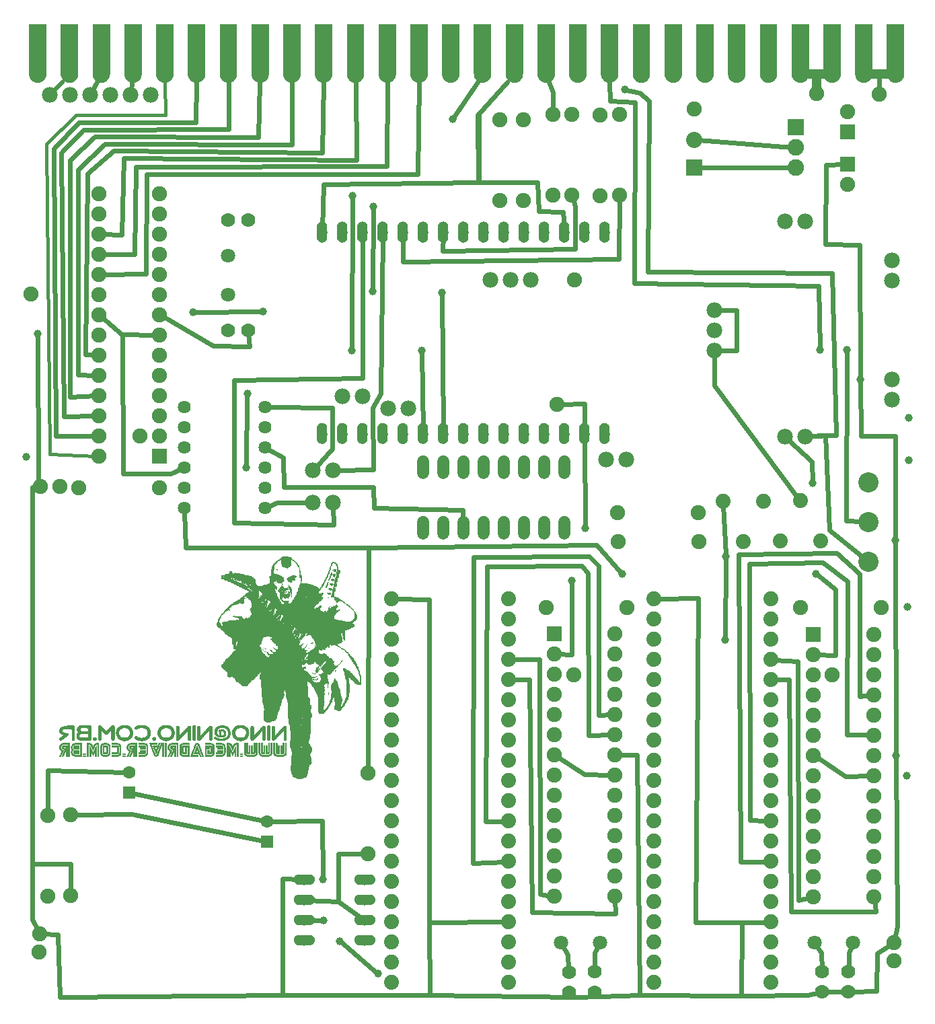
<source format=gbl>
G04 MADE WITH FRITZING*
G04 WWW.FRITZING.ORG*
G04 DOUBLE SIDED*
G04 HOLES PLATED*
G04 CONTOUR ON CENTER OF CONTOUR VECTOR*
%ASAXBY*%
%FSLAX23Y23*%
%MOIN*%
%OFA0B0*%
%SFA1.0B1.0*%
%ADD10C,0.075000*%
%ADD11C,0.078000*%
%ADD12C,0.074000*%
%ADD13C,0.062992*%
%ADD14C,0.039370*%
%ADD15C,0.080000*%
%ADD16C,0.052000*%
%ADD17C,0.100000*%
%ADD18C,0.075433*%
%ADD19C,0.064000*%
%ADD20C,0.082000*%
%ADD21C,0.070925*%
%ADD22C,0.070866*%
%ADD23C,0.070000*%
%ADD24C,0.058189*%
%ADD25R,0.062992X0.062992*%
%ADD26R,0.080000X0.080000*%
%ADD27R,0.075000X0.075000*%
%ADD28R,0.082000X0.082000*%
%ADD29C,0.024000*%
%ADD30C,0.048000*%
%ADD31C,0.016000*%
%ADD32R,0.001000X0.001000*%
%LNCOPPER0*%
G90*
G70*
G54D10*
X262Y1003D03*
X262Y603D03*
G54D11*
X660Y4570D03*
X560Y4570D03*
X460Y4570D03*
X360Y4570D03*
X260Y4570D03*
X160Y4570D03*
G54D12*
X3694Y2554D03*
X3594Y2354D03*
X3494Y2554D03*
G54D13*
X553Y1113D03*
X553Y1212D03*
G54D14*
X3955Y2196D03*
X2994Y2196D03*
X2746Y2161D03*
G54D10*
X148Y999D03*
X148Y599D03*
G54D15*
X3353Y4208D03*
X3353Y4346D03*
G54D16*
X2908Y3889D03*
X2808Y3889D03*
X2708Y3889D03*
X2608Y3889D03*
X2508Y3889D03*
X2408Y3889D03*
X2308Y3889D03*
X2208Y3889D03*
X2108Y3889D03*
X2008Y3889D03*
X1908Y3889D03*
X1808Y3889D03*
X1708Y3889D03*
X1608Y3889D03*
X1508Y3889D03*
X1508Y2889D03*
X1608Y2889D03*
X1708Y2889D03*
X1808Y2889D03*
X1908Y2889D03*
X2008Y2889D03*
X2108Y2889D03*
X2208Y2889D03*
X2308Y2889D03*
X2408Y2889D03*
X2508Y2889D03*
X2608Y2889D03*
X2708Y2889D03*
X2808Y2889D03*
X2908Y2889D03*
G54D11*
X2341Y3653D03*
X2441Y3653D03*
X2541Y3653D03*
G54D14*
X3510Y2283D03*
G54D13*
X1234Y869D03*
X1234Y968D03*
G54D11*
X1609Y3074D03*
X1709Y3074D03*
G54D17*
X4215Y2649D03*
X4215Y2452D03*
X4215Y2255D03*
G54D11*
X1935Y3015D03*
X1835Y3015D03*
G54D10*
X4112Y4224D03*
X4112Y4124D03*
G54D18*
X2672Y3035D03*
G54D10*
X4112Y4386D03*
X4112Y4486D03*
G54D18*
X112Y2629D03*
G54D12*
X3778Y2358D03*
X3878Y2558D03*
X3978Y2358D03*
G54D18*
X2758Y3653D03*
G54D19*
X1225Y2922D03*
X1225Y2822D03*
X1225Y2722D03*
X1225Y2622D03*
X1225Y2522D03*
X825Y2522D03*
X825Y2622D03*
X825Y2722D03*
X825Y2822D03*
X825Y2922D03*
X825Y3022D03*
X1225Y3022D03*
G54D18*
X109Y413D03*
G54D14*
X42Y2775D03*
G54D18*
X105Y322D03*
G54D11*
X3451Y3502D03*
X3451Y3402D03*
X3451Y3302D03*
G54D18*
X207Y2630D03*
G54D11*
X3801Y2876D03*
X3901Y2876D03*
G54D18*
X4341Y279D03*
G54D11*
X4333Y3750D03*
X4333Y3650D03*
G54D18*
X4341Y369D03*
G54D11*
X3801Y3943D03*
X3901Y3943D03*
G54D16*
X1420Y680D03*
X1420Y580D03*
X1720Y580D03*
X1720Y680D03*
X1420Y480D03*
X1420Y380D03*
X1720Y480D03*
X1720Y380D03*
G54D10*
X1734Y810D03*
X1734Y1210D03*
G54D14*
X1515Y479D03*
X1512Y682D03*
X1784Y215D03*
G54D10*
X2506Y4046D03*
X2506Y4446D03*
G54D14*
X1595Y376D03*
G54D10*
X2746Y4072D03*
X2746Y4472D03*
G54D18*
X3353Y4499D03*
G54D10*
X2983Y4072D03*
X2983Y4472D03*
G54D18*
X2754Y1696D03*
G54D10*
X2388Y4046D03*
X2388Y4446D03*
G54D18*
X4034Y1696D03*
G54D10*
X2652Y4072D03*
X2652Y4472D03*
G54D18*
X605Y2877D03*
G54D10*
X2884Y4070D03*
X2884Y4470D03*
G54D18*
X4270Y4573D03*
G54D12*
X1853Y2071D03*
X1853Y1971D03*
X1853Y1871D03*
X1853Y1771D03*
X1853Y1671D03*
X1853Y1571D03*
X1853Y1471D03*
X1853Y1371D03*
X1853Y1271D03*
X1853Y1171D03*
X1853Y1071D03*
X1853Y971D03*
X1853Y871D03*
X1853Y771D03*
X1853Y671D03*
X1853Y571D03*
X1853Y471D03*
X1853Y371D03*
X1853Y271D03*
X1853Y171D03*
X2433Y171D03*
X2433Y271D03*
X2433Y371D03*
X2433Y471D03*
X2433Y571D03*
X2433Y671D03*
X2433Y771D03*
X2433Y871D03*
X2433Y1071D03*
X2433Y1171D03*
X2433Y1271D03*
X2433Y1371D03*
X2433Y1471D03*
X2433Y1571D03*
X2433Y1671D03*
X2433Y1771D03*
X2433Y1871D03*
X2433Y1971D03*
X2433Y2071D03*
X2433Y971D03*
X3152Y2071D03*
X3152Y1971D03*
X3152Y1871D03*
X3152Y1771D03*
X3152Y1671D03*
X3152Y1571D03*
X3152Y1471D03*
X3152Y1371D03*
X3152Y1271D03*
X3152Y1171D03*
X3152Y1071D03*
X3152Y971D03*
X3152Y871D03*
X3152Y771D03*
X3152Y671D03*
X3152Y571D03*
X3152Y471D03*
X3152Y371D03*
X3152Y271D03*
X3152Y171D03*
X3732Y171D03*
X3732Y271D03*
X3732Y371D03*
X3732Y471D03*
X3732Y571D03*
X3732Y671D03*
X3732Y771D03*
X3732Y871D03*
X3732Y1071D03*
X3732Y1171D03*
X3732Y1271D03*
X3732Y1371D03*
X3732Y1471D03*
X3732Y1571D03*
X3732Y1671D03*
X3732Y1771D03*
X3732Y1871D03*
X3732Y1971D03*
X3732Y2071D03*
X3732Y971D03*
G54D10*
X2659Y1898D03*
X2959Y1898D03*
X2659Y1798D03*
X2959Y1798D03*
X2659Y1698D03*
X2959Y1698D03*
X2659Y1598D03*
X2959Y1598D03*
X2659Y1498D03*
X2959Y1498D03*
X2659Y1398D03*
X2959Y1398D03*
X2659Y1298D03*
X2959Y1298D03*
X2659Y1198D03*
X2959Y1198D03*
X2659Y1098D03*
X2959Y1098D03*
X2659Y998D03*
X2959Y998D03*
X2659Y898D03*
X2959Y898D03*
X2659Y798D03*
X2959Y798D03*
X2659Y698D03*
X2959Y698D03*
X2659Y598D03*
X2959Y598D03*
X703Y2780D03*
X403Y2780D03*
X703Y2880D03*
X403Y2880D03*
X703Y2980D03*
X403Y2980D03*
X703Y3080D03*
X403Y3080D03*
X703Y3180D03*
X403Y3180D03*
X703Y3280D03*
X403Y3280D03*
X703Y3380D03*
X403Y3380D03*
X703Y3480D03*
X403Y3480D03*
X703Y3580D03*
X403Y3580D03*
X703Y3680D03*
X403Y3680D03*
X703Y3780D03*
X403Y3780D03*
X703Y3880D03*
X403Y3880D03*
X703Y3980D03*
X403Y3980D03*
X703Y4080D03*
X403Y4080D03*
G54D14*
X1132Y2723D03*
G54D10*
X3942Y1896D03*
X4242Y1896D03*
X3942Y1796D03*
X4242Y1796D03*
X3942Y1696D03*
X4242Y1696D03*
X3942Y1596D03*
X4242Y1596D03*
X3942Y1496D03*
X4242Y1496D03*
X3942Y1396D03*
X4242Y1396D03*
X3942Y1296D03*
X4242Y1296D03*
X3942Y1196D03*
X4242Y1196D03*
X3942Y1096D03*
X4242Y1096D03*
X3942Y996D03*
X4242Y996D03*
X3942Y896D03*
X4242Y896D03*
X3942Y796D03*
X4242Y796D03*
X3942Y696D03*
X4242Y696D03*
X3942Y596D03*
X4242Y596D03*
G54D14*
X1137Y3089D03*
G54D20*
X3855Y4407D03*
X3855Y4307D03*
X3855Y4207D03*
G54D18*
X65Y3582D03*
G54D14*
X97Y3385D03*
X4175Y3157D03*
X4416Y2968D03*
X4349Y2361D03*
G54D11*
X2914Y2763D03*
X3014Y2763D03*
G54D14*
X3010Y4594D03*
G54D10*
X703Y2621D03*
X303Y2621D03*
G54D21*
X1042Y3771D03*
G54D22*
X1042Y3578D03*
G54D21*
X4140Y369D03*
G54D22*
X3947Y369D03*
G54D23*
X1042Y3948D03*
X1142Y3948D03*
X1042Y3401D03*
X1142Y3401D03*
X4116Y226D03*
X4116Y125D03*
X3986Y225D03*
X3986Y125D03*
G54D14*
X868Y3491D03*
X1215Y3495D03*
X2002Y3302D03*
X1656Y3302D03*
X1660Y4070D03*
X2101Y3590D03*
X1758Y3594D03*
X1762Y4015D03*
X2156Y4448D03*
G54D24*
X2009Y2424D03*
X2109Y2424D03*
X2609Y2424D03*
X2709Y2424D03*
X2209Y2424D03*
X2309Y2424D03*
X2509Y2424D03*
X2409Y2424D03*
X2709Y2724D03*
X2609Y2724D03*
X2509Y2724D03*
X2409Y2724D03*
X2309Y2724D03*
X2209Y2724D03*
X2109Y2724D03*
X2009Y2724D03*
G54D14*
X4416Y2759D03*
G54D10*
X2971Y2499D03*
X3371Y2499D03*
X2975Y2354D03*
X3375Y2354D03*
X3880Y2027D03*
X4280Y2027D03*
G54D14*
X2812Y2421D03*
G54D11*
X1561Y2708D03*
X1461Y2708D03*
X1561Y2550D03*
X1461Y2550D03*
G54D14*
X3975Y3306D03*
X4109Y3306D03*
X3939Y2645D03*
X4353Y1295D03*
X4404Y1196D03*
G54D11*
X4333Y3160D03*
X4333Y3060D03*
G54D14*
X4408Y2031D03*
G54D21*
X2884Y369D03*
G54D22*
X2691Y369D03*
G54D23*
X2860Y224D03*
X2860Y123D03*
X2731Y223D03*
X2731Y123D03*
G54D18*
X3959Y4574D03*
G54D10*
X2620Y2027D03*
X3020Y2027D03*
G54D14*
X3506Y1869D03*
G54D25*
X553Y1113D03*
G54D26*
X3353Y4208D03*
G54D25*
X1234Y869D03*
G54D27*
X4112Y4224D03*
X4112Y4386D03*
X2659Y1898D03*
X703Y2780D03*
X3942Y1896D03*
G54D28*
X3855Y4407D03*
G54D29*
X2160Y4455D02*
X2277Y4631D01*
D02*
X1072Y2447D02*
X1072Y3156D01*
D02*
X1759Y3018D02*
X1798Y3087D01*
D02*
X1762Y2712D02*
X1759Y3018D01*
D02*
X3453Y3128D02*
X3866Y2573D01*
D02*
X1562Y2531D02*
X1565Y2440D01*
D02*
X1072Y3156D02*
X1708Y3165D01*
D02*
X1708Y3165D02*
X1708Y3870D01*
D02*
X4005Y4221D02*
X4003Y3829D01*
D02*
X4270Y4682D02*
X4270Y4590D01*
D02*
X4311Y4676D02*
X4270Y4682D01*
D02*
X3054Y3636D02*
X3057Y4532D01*
D02*
X1565Y2440D02*
X1072Y2447D01*
D02*
X1798Y3087D02*
X1808Y3870D01*
D02*
X3451Y3283D02*
X3453Y3128D01*
D02*
X4095Y4224D02*
X4005Y4221D01*
D02*
X4034Y3685D02*
X3121Y3692D01*
D02*
X1580Y2708D02*
X1762Y2712D01*
D02*
X3121Y3692D02*
X3128Y4538D01*
D02*
X521Y2693D02*
X518Y3382D01*
G54D30*
D02*
X3957Y4671D02*
X3918Y4671D01*
G54D29*
D02*
X518Y3382D02*
X685Y3380D01*
G54D30*
D02*
X3957Y4671D02*
X3958Y4592D01*
G54D29*
D02*
X807Y2714D02*
X758Y2693D01*
D02*
X3834Y4207D02*
X3373Y4208D01*
D02*
X2204Y2512D02*
X1765Y2523D01*
D02*
X3834Y4308D02*
X3373Y4344D01*
D02*
X1761Y2625D02*
X1317Y2625D01*
D02*
X3968Y3621D02*
X3054Y3636D01*
D02*
X1765Y2523D02*
X1761Y2625D01*
D02*
X4171Y3826D02*
X4175Y3165D01*
D02*
X2207Y2443D02*
X2204Y2512D01*
D02*
X4003Y3829D02*
X4171Y3826D01*
D02*
X1317Y2625D02*
X1314Y2772D01*
D02*
X108Y2646D02*
X101Y2669D01*
D02*
X3561Y3303D02*
X3561Y3503D01*
D02*
X101Y2669D02*
X97Y3377D01*
D02*
X3561Y3503D02*
X3470Y3502D01*
D02*
X2989Y2202D02*
X2868Y2337D01*
D02*
X3470Y3302D02*
X3561Y3303D01*
D02*
X2745Y1795D02*
X2746Y2153D01*
G54D30*
D02*
X3996Y4671D02*
X3957Y4671D01*
G54D29*
D02*
X2676Y1798D02*
X2745Y1795D01*
D02*
X4179Y2878D02*
X4348Y2878D01*
D02*
X1737Y2326D02*
X832Y2326D01*
D02*
X4353Y1287D02*
X4357Y448D01*
D02*
X2868Y2337D02*
X1737Y2326D01*
D02*
X4349Y2354D02*
X4353Y1302D01*
D02*
X832Y2326D02*
X826Y2502D01*
D02*
X4348Y2878D02*
X4349Y2369D01*
D02*
X4057Y2298D02*
X3573Y2291D01*
D02*
X4255Y130D02*
X4131Y126D01*
D02*
X3990Y2252D02*
X3625Y2246D01*
D02*
X4326Y360D02*
X4258Y315D01*
D02*
X4053Y1791D02*
X3960Y1795D01*
D02*
X210Y98D02*
X199Y409D01*
D02*
X4053Y2117D02*
X4053Y1791D01*
D02*
X3972Y121D02*
X3915Y107D01*
D02*
X3961Y2191D02*
X4053Y2117D01*
D02*
X4357Y448D02*
X4344Y387D01*
D02*
X2832Y2283D02*
X2258Y2278D01*
D02*
X4176Y3149D02*
X4179Y2878D01*
D02*
X2794Y2235D02*
X2325Y2232D01*
G54D30*
D02*
X4311Y4671D02*
X4233Y4671D01*
G54D29*
D02*
X148Y1221D02*
X148Y1017D01*
D02*
X2652Y4489D02*
X2651Y4582D01*
D02*
X538Y1212D02*
X148Y1221D01*
D02*
X2651Y4582D02*
X2633Y4631D01*
D02*
X72Y758D02*
X72Y2625D01*
D02*
X2982Y4054D02*
X2979Y3756D01*
D02*
X72Y2625D02*
X95Y2627D01*
D02*
X2979Y3756D02*
X1908Y3743D01*
D02*
X72Y758D02*
X262Y759D01*
D02*
X1908Y3743D02*
X1908Y3870D01*
D02*
X262Y759D02*
X262Y621D01*
D02*
X2762Y4015D02*
X2762Y3806D01*
D02*
X3506Y1877D02*
X3510Y2275D01*
D02*
X2751Y4055D02*
X2762Y4015D01*
D02*
X3510Y2291D02*
X3495Y2534D01*
D02*
X2762Y3806D02*
X2105Y3795D01*
D02*
X758Y2693D02*
X521Y2693D01*
D02*
X2105Y3795D02*
X2107Y3870D01*
D02*
X2281Y4134D02*
X2279Y4468D01*
D02*
X1508Y3908D02*
X1514Y4125D01*
D02*
X1514Y4125D02*
X2281Y4134D01*
D02*
X2279Y4468D02*
X2425Y4631D01*
D02*
X173Y4584D02*
X218Y4631D01*
D02*
X2284Y4476D02*
X2285Y4134D01*
D02*
X369Y4587D02*
X392Y4631D01*
D02*
X2425Y4631D02*
X2284Y4476D01*
D02*
X562Y4589D02*
X566Y4631D01*
D02*
X2582Y3993D02*
X2703Y3987D01*
D02*
X2808Y2908D02*
X2810Y3038D01*
D02*
X2703Y3987D02*
X2707Y3908D01*
D02*
X2810Y3038D02*
X2689Y3035D01*
D02*
X2285Y4134D02*
X2576Y4134D01*
D02*
X199Y409D02*
X126Y412D01*
D02*
X2576Y4134D02*
X2582Y3993D01*
D02*
X4258Y315D02*
X4255Y130D01*
D02*
X4003Y2881D02*
X3920Y2877D01*
D02*
X1737Y2326D02*
X1735Y1228D01*
D02*
X4021Y2413D02*
X4003Y2881D01*
D02*
X1590Y809D02*
X1717Y810D01*
D02*
X4192Y2274D02*
X4021Y2413D01*
D02*
X1587Y571D02*
X1590Y809D01*
D02*
X3081Y4578D02*
X3018Y4592D01*
D02*
X1587Y571D02*
X1436Y579D01*
D02*
X3128Y4538D02*
X3081Y4578D01*
D02*
X1706Y489D02*
X1587Y571D01*
D02*
X4054Y2882D02*
X4034Y3685D01*
D02*
X1312Y107D02*
X210Y98D01*
D02*
X3920Y2877D02*
X4054Y2882D01*
D02*
X1312Y107D02*
X1312Y684D01*
D02*
X4185Y2454D02*
X4104Y2459D01*
D02*
X1312Y684D02*
X1404Y681D01*
D02*
X4104Y2459D02*
X4108Y3298D01*
D02*
X101Y428D02*
X73Y483D01*
D02*
X3974Y3314D02*
X3968Y3621D01*
D02*
X73Y483D02*
X72Y758D01*
D02*
X2934Y4538D02*
X2933Y4631D01*
D02*
X1219Y971D02*
X569Y1110D01*
D02*
X3057Y4532D02*
X2934Y4538D01*
D02*
X1436Y480D02*
X1507Y479D01*
D02*
X1148Y3323D02*
X968Y3326D01*
D02*
X1512Y689D02*
X1507Y971D01*
D02*
X968Y3326D02*
X718Y3471D01*
D02*
X1507Y971D02*
X1250Y968D01*
D02*
X1143Y3386D02*
X1148Y3323D01*
D02*
X565Y1004D02*
X280Y1003D01*
D02*
X1207Y3495D02*
X876Y3491D01*
D02*
X1219Y872D02*
X565Y1004D01*
D02*
X514Y3382D02*
X685Y3380D01*
D02*
X1778Y220D02*
X1601Y371D01*
D02*
X416Y3468D02*
X514Y3382D01*
D02*
X1243Y2530D02*
X1285Y2549D01*
D02*
X1982Y4176D02*
X640Y4176D01*
D02*
X1285Y2549D02*
X1442Y2550D01*
D02*
X640Y4176D02*
X634Y3683D01*
D02*
X3915Y107D02*
X3585Y105D01*
D02*
X634Y3683D02*
X420Y3680D01*
D02*
X1136Y3082D02*
X1132Y2731D01*
D02*
X584Y4211D02*
X579Y3780D01*
D02*
X1829Y4215D02*
X584Y4211D01*
D02*
X579Y3780D02*
X420Y3780D01*
D02*
X1679Y4246D02*
X525Y4256D01*
D02*
X1674Y4631D02*
X1679Y4246D01*
D02*
X525Y4256D02*
X516Y3876D01*
D02*
X516Y3876D02*
X420Y3879D01*
D02*
X1982Y4176D02*
X1988Y4631D01*
D02*
X1829Y4215D02*
X1831Y4631D01*
D02*
X345Y4180D02*
X336Y3283D01*
D02*
X1507Y4283D02*
X475Y4291D01*
D02*
X336Y3283D02*
X386Y3281D01*
D02*
X1515Y4631D02*
X1507Y4283D01*
D02*
X475Y4291D02*
X345Y4180D01*
D02*
X297Y4200D02*
X297Y3183D01*
D02*
X1357Y4322D02*
X431Y4326D01*
D02*
X297Y3183D02*
X386Y3180D01*
D02*
X431Y4326D02*
X297Y4200D01*
D02*
X1358Y4631D02*
X1357Y4322D01*
D02*
X1192Y4358D02*
X381Y4361D01*
D02*
X258Y4246D02*
X258Y3071D01*
D02*
X258Y3071D02*
X386Y3078D01*
D02*
X1200Y4631D02*
X1192Y4358D01*
D02*
X381Y4361D02*
X258Y4246D01*
D02*
X214Y4283D02*
X227Y2976D01*
D02*
X1045Y4400D02*
X325Y4396D01*
D02*
X227Y2976D02*
X385Y2979D01*
D02*
X1044Y4631D02*
X1045Y4400D01*
D02*
X325Y4396D02*
X214Y4283D01*
D02*
X881Y4432D02*
X885Y4631D01*
D02*
X301Y4432D02*
X881Y4432D01*
D02*
X188Y2878D02*
X177Y4303D01*
D02*
X385Y2879D02*
X188Y2878D01*
D02*
X177Y4303D02*
X301Y4432D01*
G54D31*
D02*
X143Y4325D02*
X157Y2787D01*
D02*
X157Y2787D02*
X386Y2780D01*
D02*
X731Y4469D02*
X290Y4467D01*
D02*
X290Y4467D02*
X143Y4325D01*
D02*
X729Y4631D02*
X731Y4469D01*
G54D29*
D02*
X2002Y3295D02*
X2007Y2908D01*
D02*
X1660Y4062D02*
X1656Y3310D01*
D02*
X1762Y4007D02*
X1758Y3602D01*
D02*
X2101Y3582D02*
X2108Y2908D01*
D02*
X2941Y1199D02*
X2807Y1201D01*
D02*
X4225Y1196D02*
X4101Y1193D01*
D02*
X2808Y2870D02*
X2812Y2428D01*
D02*
X1474Y2722D02*
X1557Y2814D01*
D02*
X1557Y3018D02*
X1245Y3022D01*
D02*
X3934Y2751D02*
X3815Y2863D01*
D02*
X3939Y2653D02*
X3934Y2751D01*
D02*
X4001Y125D02*
X4101Y125D01*
D02*
X2755Y98D02*
X2043Y107D01*
D02*
X2043Y107D02*
X1312Y107D01*
D02*
X2888Y102D02*
X2755Y98D01*
D02*
X2888Y102D02*
X2872Y114D01*
D02*
X2755Y98D02*
X2741Y112D01*
D02*
X2730Y238D02*
X2726Y309D01*
D02*
X2860Y239D02*
X2857Y318D01*
D02*
X3986Y240D02*
X3982Y318D01*
D02*
X4117Y241D02*
X4118Y318D01*
D02*
X3868Y578D02*
X3864Y1763D01*
D02*
X3925Y592D02*
X3868Y578D01*
D02*
X3864Y1763D02*
X3753Y1770D01*
D02*
X4251Y522D02*
X3832Y522D01*
D02*
X3832Y522D02*
X3821Y1672D01*
D02*
X3821Y1672D02*
X3753Y1671D01*
D02*
X4244Y579D02*
X4251Y522D01*
D02*
X4108Y1400D02*
X4112Y2158D01*
D02*
X4225Y1397D02*
X4108Y1400D01*
D02*
X4112Y2158D02*
X3990Y2252D01*
D02*
X3625Y2246D02*
X3629Y976D01*
D02*
X3629Y976D02*
X3710Y972D01*
D02*
X4172Y1589D02*
X4171Y2196D01*
D02*
X4171Y2196D02*
X4057Y2298D01*
D02*
X4225Y1594D02*
X4172Y1589D01*
D02*
X3573Y2291D02*
X3581Y767D01*
D02*
X3581Y767D02*
X3712Y770D01*
D02*
X3082Y107D02*
X2888Y102D01*
D02*
X3585Y105D02*
X3082Y107D01*
D02*
X3590Y467D02*
X3712Y470D01*
D02*
X3585Y105D02*
X3590Y467D01*
D02*
X3357Y467D02*
X3372Y2074D01*
D02*
X3372Y2074D02*
X3172Y2071D01*
D02*
X3590Y467D02*
X3357Y467D01*
D02*
X3082Y107D02*
X3070Y1298D01*
D02*
X3070Y1298D02*
X2976Y1298D01*
D02*
X2037Y467D02*
X2413Y471D01*
D02*
X2043Y107D02*
X2037Y467D01*
D02*
X2037Y2069D02*
X1873Y2071D01*
D02*
X2037Y467D02*
X2037Y2069D01*
D02*
X2584Y1771D02*
X2454Y1771D01*
D02*
X2590Y607D02*
X2584Y1771D01*
D02*
X2642Y600D02*
X2590Y607D01*
D02*
X2962Y512D02*
X2548Y518D01*
D02*
X2548Y518D02*
X2534Y1673D01*
D02*
X2534Y1673D02*
X2454Y1671D01*
D02*
X2960Y581D02*
X2962Y512D01*
D02*
X2825Y2200D02*
X2794Y2235D01*
D02*
X2325Y2232D02*
X2318Y968D01*
D02*
X2829Y1396D02*
X2825Y2200D01*
D02*
X2318Y968D02*
X2411Y970D01*
D02*
X2941Y1398D02*
X2829Y1396D01*
D02*
X2877Y2235D02*
X2832Y2283D01*
D02*
X2258Y2278D02*
X2254Y762D01*
D02*
X2877Y1495D02*
X2877Y2235D01*
D02*
X2254Y762D02*
X2413Y770D01*
D02*
X2941Y1498D02*
X2877Y1495D01*
D02*
X1557Y2814D02*
X1557Y3018D01*
D02*
X1314Y2772D02*
X1242Y2812D01*
D02*
X2807Y1201D02*
X2674Y1289D01*
D02*
X4101Y1193D02*
X3957Y1287D01*
D02*
X2726Y309D02*
X2699Y355D01*
D02*
X2857Y318D02*
X2877Y355D01*
D02*
X3982Y318D02*
X3956Y356D01*
D02*
X4118Y318D02*
X4134Y355D01*
G36*
X1286Y2220D02*
X1286Y2218D01*
X1288Y2218D01*
X1288Y2213D01*
X1284Y2213D01*
X1284Y2216D01*
X1277Y2216D01*
X1277Y2218D01*
X1282Y2218D01*
X1282Y2220D01*
X1286Y2220D01*
G37*
D02*
G36*
X1579Y2218D02*
X1579Y2207D01*
X1577Y2207D01*
X1577Y2205D01*
X1566Y2205D01*
X1566Y2209D01*
X1564Y2209D01*
X1564Y2211D01*
X1562Y2211D01*
X1562Y2213D01*
X1559Y2213D01*
X1559Y2216D01*
X1564Y2216D01*
X1564Y2218D01*
X1579Y2218D01*
G37*
D02*
G36*
X1559Y2202D02*
X1559Y2196D01*
X1557Y2196D01*
X1557Y2189D01*
X1548Y2189D01*
X1548Y2194D01*
X1551Y2194D01*
X1551Y2202D01*
X1559Y2202D01*
G37*
D02*
G36*
X1575Y2196D02*
X1575Y2185D01*
X1573Y2185D01*
X1573Y2180D01*
X1564Y2180D01*
X1564Y2183D01*
X1562Y2183D01*
X1562Y2189D01*
X1559Y2189D01*
X1559Y2191D01*
X1562Y2191D01*
X1562Y2194D01*
X1566Y2194D01*
X1566Y2196D01*
X1575Y2196D01*
G37*
D02*
G36*
X1376Y2189D02*
X1376Y2185D01*
X1381Y2185D01*
X1381Y2180D01*
X1379Y2180D01*
X1379Y2176D01*
X1370Y2176D01*
X1370Y2174D01*
X1372Y2174D01*
X1372Y2172D01*
X1374Y2172D01*
X1374Y2163D01*
X1363Y2163D01*
X1363Y2161D01*
X1359Y2161D01*
X1359Y2158D01*
X1363Y2158D01*
X1363Y2154D01*
X1359Y2154D01*
X1359Y2152D01*
X1348Y2152D01*
X1348Y2154D01*
X1339Y2154D01*
X1339Y2156D01*
X1337Y2156D01*
X1337Y2163D01*
X1335Y2163D01*
X1335Y2169D01*
X1332Y2169D01*
X1332Y2172D01*
X1335Y2172D01*
X1335Y2174D01*
X1337Y2174D01*
X1337Y2176D01*
X1339Y2176D01*
X1339Y2178D01*
X1341Y2178D01*
X1341Y2180D01*
X1346Y2180D01*
X1346Y2183D01*
X1352Y2183D01*
X1352Y2185D01*
X1357Y2185D01*
X1357Y2187D01*
X1365Y2187D01*
X1365Y2189D01*
X1376Y2189D01*
G37*
D02*
G36*
X1555Y2187D02*
X1555Y2185D01*
X1553Y2185D01*
X1553Y2180D01*
X1546Y2180D01*
X1546Y2185D01*
X1548Y2185D01*
X1548Y2187D01*
X1555Y2187D01*
G37*
D02*
G36*
X1551Y2178D02*
X1551Y2176D01*
X1544Y2176D01*
X1544Y2178D01*
X1551Y2178D01*
G37*
D02*
G36*
X1548Y2174D02*
X1548Y2167D01*
X1546Y2167D01*
X1546Y2163D01*
X1544Y2163D01*
X1544Y2161D01*
X1540Y2161D01*
X1540Y2167D01*
X1542Y2167D01*
X1542Y2174D01*
X1548Y2174D01*
G37*
D02*
G36*
X1566Y2172D02*
X1566Y2169D01*
X1568Y2169D01*
X1568Y2163D01*
X1566Y2163D01*
X1566Y2161D01*
X1564Y2161D01*
X1564Y2158D01*
X1557Y2158D01*
X1557Y2161D01*
X1555Y2161D01*
X1555Y2163D01*
X1553Y2163D01*
X1553Y2169D01*
X1555Y2169D01*
X1555Y2172D01*
X1566Y2172D01*
G37*
D02*
G36*
X1396Y2158D02*
X1396Y2147D01*
X1394Y2147D01*
X1394Y2158D01*
X1396Y2158D01*
G37*
D02*
G36*
X1542Y2156D02*
X1542Y2152D01*
X1537Y2152D01*
X1537Y2147D01*
X1540Y2147D01*
X1540Y2143D01*
X1537Y2143D01*
X1537Y2138D01*
X1535Y2138D01*
X1535Y2132D01*
X1533Y2132D01*
X1533Y2125D01*
X1526Y2125D01*
X1526Y2134D01*
X1529Y2134D01*
X1529Y2141D01*
X1531Y2141D01*
X1531Y2145D01*
X1533Y2145D01*
X1533Y2152D01*
X1535Y2152D01*
X1535Y2156D01*
X1542Y2156D01*
G37*
D02*
G36*
X1279Y2154D02*
X1279Y2152D01*
X1277Y2152D01*
X1277Y2154D01*
X1279Y2154D01*
G37*
D02*
G36*
X1282Y2152D02*
X1282Y2149D01*
X1279Y2149D01*
X1279Y2152D01*
X1282Y2152D01*
G37*
D02*
G36*
X1562Y2149D02*
X1562Y2145D01*
X1564Y2145D01*
X1564Y2141D01*
X1562Y2141D01*
X1562Y2138D01*
X1559Y2138D01*
X1559Y2136D01*
X1553Y2136D01*
X1553Y2138D01*
X1548Y2138D01*
X1548Y2141D01*
X1546Y2141D01*
X1546Y2149D01*
X1562Y2149D01*
G37*
D02*
G36*
X1555Y2125D02*
X1555Y2123D01*
X1557Y2123D01*
X1557Y2116D01*
X1555Y2116D01*
X1555Y2112D01*
X1548Y2112D01*
X1548Y2114D01*
X1544Y2114D01*
X1544Y2116D01*
X1542Y2116D01*
X1542Y2119D01*
X1540Y2119D01*
X1540Y2123D01*
X1542Y2123D01*
X1542Y2125D01*
X1555Y2125D01*
G37*
D02*
G36*
X1290Y2121D02*
X1290Y2119D01*
X1288Y2119D01*
X1288Y2121D01*
X1290Y2121D01*
G37*
D02*
G36*
X1548Y2103D02*
X1548Y2101D01*
X1551Y2101D01*
X1551Y2092D01*
X1540Y2092D01*
X1540Y2094D01*
X1535Y2094D01*
X1535Y2099D01*
X1533Y2099D01*
X1533Y2101D01*
X1540Y2101D01*
X1540Y2103D01*
X1548Y2103D01*
G37*
D02*
G36*
X1211Y2094D02*
X1211Y2092D01*
X1207Y2092D01*
X1207Y2094D01*
X1211Y2094D01*
G37*
D02*
G36*
X1202Y2086D02*
X1202Y2083D01*
X1200Y2083D01*
X1200Y2086D01*
X1202Y2086D01*
G37*
D02*
G36*
X1200Y2083D02*
X1200Y2081D01*
X1198Y2081D01*
X1198Y2083D01*
X1200Y2083D01*
G37*
D02*
G36*
X1542Y2079D02*
X1542Y2075D01*
X1535Y2075D01*
X1535Y2079D01*
X1542Y2079D01*
G37*
D02*
G36*
X1319Y2070D02*
X1319Y2068D01*
X1315Y2068D01*
X1315Y2070D01*
X1319Y2070D01*
G37*
D02*
G36*
X1277Y2006D02*
X1277Y2004D01*
X1275Y2004D01*
X1275Y2006D01*
X1277Y2006D01*
G37*
D02*
G36*
X1275Y2004D02*
X1275Y2002D01*
X1273Y2002D01*
X1273Y2004D01*
X1275Y2004D01*
G37*
D02*
G36*
X1465Y1854D02*
X1465Y1852D01*
X1462Y1852D01*
X1462Y1850D01*
X1460Y1850D01*
X1460Y1847D01*
X1449Y1847D01*
X1449Y1850D01*
X1451Y1850D01*
X1451Y1852D01*
X1456Y1852D01*
X1456Y1854D01*
X1465Y1854D01*
G37*
D02*
G36*
X1253Y1836D02*
X1253Y1834D01*
X1246Y1834D01*
X1246Y1836D01*
X1253Y1836D01*
G37*
D02*
G36*
X1449Y1830D02*
X1449Y1828D01*
X1445Y1828D01*
X1445Y1830D01*
X1449Y1830D01*
G37*
D02*
G36*
X1445Y1828D02*
X1445Y1825D01*
X1443Y1825D01*
X1443Y1828D01*
X1445Y1828D01*
G37*
D02*
G36*
X1222Y1828D02*
X1222Y1825D01*
X1220Y1825D01*
X1220Y1828D01*
X1222Y1828D01*
G37*
D02*
G36*
X1231Y1825D02*
X1231Y1823D01*
X1224Y1823D01*
X1224Y1825D01*
X1231Y1825D01*
G37*
D02*
G36*
X1443Y1823D02*
X1443Y1821D01*
X1440Y1821D01*
X1440Y1823D01*
X1443Y1823D01*
G37*
D02*
G36*
X1213Y1823D02*
X1213Y1821D01*
X1211Y1821D01*
X1211Y1823D01*
X1213Y1823D01*
G37*
D02*
G36*
X1440Y1821D02*
X1440Y1819D01*
X1438Y1819D01*
X1438Y1821D01*
X1440Y1821D01*
G37*
D02*
G36*
X1215Y1821D02*
X1215Y1819D01*
X1218Y1819D01*
X1218Y1817D01*
X1220Y1817D01*
X1220Y1812D01*
X1218Y1812D01*
X1218Y1814D01*
X1215Y1814D01*
X1215Y1817D01*
X1213Y1817D01*
X1213Y1821D01*
X1215Y1821D01*
G37*
D02*
G36*
X1577Y1717D02*
X1577Y1715D01*
X1575Y1715D01*
X1575Y1709D01*
X1573Y1709D01*
X1573Y1717D01*
X1577Y1717D01*
G37*
D02*
G36*
X1465Y1704D02*
X1465Y1702D01*
X1460Y1702D01*
X1460Y1704D01*
X1465Y1704D01*
G37*
D02*
G36*
X1480Y1702D02*
X1480Y1700D01*
X1465Y1700D01*
X1465Y1702D01*
X1480Y1702D01*
G37*
D02*
G36*
X1341Y2282D02*
X1341Y2280D01*
X1350Y2280D01*
X1350Y2277D01*
X1354Y2277D01*
X1354Y2275D01*
X1357Y2275D01*
X1357Y2271D01*
X1359Y2271D01*
X1359Y2269D01*
X1363Y2269D01*
X1363Y2266D01*
X1365Y2266D01*
X1365Y2264D01*
X1299Y2264D01*
X1299Y2262D01*
X1297Y2262D01*
X1297Y2260D01*
X1295Y2260D01*
X1295Y2258D01*
X1290Y2258D01*
X1290Y2255D01*
X1288Y2255D01*
X1288Y2253D01*
X1286Y2253D01*
X1286Y2251D01*
X1284Y2251D01*
X1284Y2249D01*
X1282Y2249D01*
X1282Y2246D01*
X1279Y2246D01*
X1279Y2244D01*
X1277Y2244D01*
X1277Y2242D01*
X1275Y2242D01*
X1275Y2240D01*
X1273Y2240D01*
X1273Y2231D01*
X1271Y2231D01*
X1271Y2216D01*
X1268Y2216D01*
X1268Y2198D01*
X1273Y2198D01*
X1273Y2196D01*
X1275Y2196D01*
X1275Y2194D01*
X1284Y2194D01*
X1284Y2191D01*
X1295Y2191D01*
X1295Y2189D01*
X1297Y2189D01*
X1297Y2187D01*
X1301Y2187D01*
X1301Y2185D01*
X1308Y2185D01*
X1308Y2183D01*
X1312Y2183D01*
X1312Y2180D01*
X1315Y2180D01*
X1315Y2178D01*
X1317Y2178D01*
X1317Y2176D01*
X1319Y2176D01*
X1319Y2165D01*
X1321Y2165D01*
X1321Y2163D01*
X1277Y2163D01*
X1277Y2156D01*
X1271Y2156D01*
X1271Y2154D01*
X1268Y2154D01*
X1268Y2147D01*
X1271Y2147D01*
X1271Y2145D01*
X1273Y2145D01*
X1273Y2141D01*
X1275Y2141D01*
X1275Y2138D01*
X1277Y2138D01*
X1277Y2136D01*
X1279Y2136D01*
X1279Y2134D01*
X1196Y2134D01*
X1196Y2136D01*
X1213Y2136D01*
X1213Y2138D01*
X1218Y2138D01*
X1218Y2141D01*
X1226Y2141D01*
X1226Y2143D01*
X1235Y2143D01*
X1235Y2145D01*
X1242Y2145D01*
X1242Y2147D01*
X1249Y2147D01*
X1249Y2174D01*
X1246Y2174D01*
X1246Y2183D01*
X1249Y2183D01*
X1249Y2185D01*
X1255Y2185D01*
X1255Y2220D01*
X1257Y2220D01*
X1257Y2227D01*
X1260Y2227D01*
X1260Y2233D01*
X1262Y2233D01*
X1262Y2238D01*
X1264Y2238D01*
X1264Y2240D01*
X1266Y2240D01*
X1266Y2244D01*
X1268Y2244D01*
X1268Y2246D01*
X1271Y2246D01*
X1271Y2249D01*
X1273Y2249D01*
X1273Y2251D01*
X1275Y2251D01*
X1275Y2253D01*
X1277Y2253D01*
X1277Y2255D01*
X1279Y2255D01*
X1279Y2258D01*
X1282Y2258D01*
X1282Y2260D01*
X1284Y2260D01*
X1284Y2262D01*
X1288Y2262D01*
X1288Y2264D01*
X1290Y2264D01*
X1290Y2266D01*
X1295Y2266D01*
X1295Y2269D01*
X1299Y2269D01*
X1299Y2271D01*
X1301Y2271D01*
X1301Y2273D01*
X1304Y2273D01*
X1304Y2275D01*
X1306Y2275D01*
X1306Y2277D01*
X1308Y2277D01*
X1308Y2280D01*
X1312Y2280D01*
X1312Y2282D01*
X1341Y2282D01*
G37*
D02*
G36*
X1370Y2264D02*
X1370Y2262D01*
X1372Y2262D01*
X1372Y2260D01*
X1374Y2260D01*
X1374Y2258D01*
X1376Y2258D01*
X1376Y2255D01*
X1379Y2255D01*
X1379Y2253D01*
X1381Y2253D01*
X1381Y2251D01*
X1385Y2251D01*
X1385Y2246D01*
X1387Y2246D01*
X1387Y2244D01*
X1390Y2244D01*
X1390Y2240D01*
X1392Y2240D01*
X1392Y2238D01*
X1394Y2238D01*
X1394Y2231D01*
X1396Y2231D01*
X1396Y2224D01*
X1398Y2224D01*
X1398Y2213D01*
X1401Y2213D01*
X1401Y2187D01*
X1407Y2187D01*
X1407Y2185D01*
X1409Y2185D01*
X1409Y2176D01*
X1398Y2176D01*
X1398Y2174D01*
X1394Y2174D01*
X1394Y2180D01*
X1396Y2180D01*
X1396Y2196D01*
X1398Y2196D01*
X1398Y2200D01*
X1396Y2200D01*
X1396Y2216D01*
X1394Y2216D01*
X1394Y2224D01*
X1392Y2224D01*
X1392Y2229D01*
X1390Y2229D01*
X1390Y2231D01*
X1387Y2231D01*
X1387Y2233D01*
X1385Y2233D01*
X1385Y2238D01*
X1383Y2238D01*
X1383Y2242D01*
X1381Y2242D01*
X1381Y2246D01*
X1379Y2246D01*
X1379Y2249D01*
X1376Y2249D01*
X1376Y2251D01*
X1374Y2251D01*
X1374Y2253D01*
X1372Y2253D01*
X1372Y2255D01*
X1370Y2255D01*
X1370Y2258D01*
X1368Y2258D01*
X1368Y2260D01*
X1363Y2260D01*
X1363Y2262D01*
X1359Y2262D01*
X1359Y2264D01*
X1370Y2264D01*
G37*
D02*
G36*
X1354Y2264D02*
X1354Y2235D01*
X1352Y2235D01*
X1352Y2231D01*
X1348Y2231D01*
X1348Y2229D01*
X1346Y2229D01*
X1346Y2227D01*
X1343Y2227D01*
X1343Y2224D01*
X1337Y2224D01*
X1337Y2222D01*
X1332Y2222D01*
X1332Y2224D01*
X1323Y2224D01*
X1323Y2227D01*
X1312Y2227D01*
X1312Y2231D01*
X1310Y2231D01*
X1310Y2233D01*
X1308Y2233D01*
X1308Y2242D01*
X1306Y2242D01*
X1306Y2251D01*
X1304Y2251D01*
X1304Y2262D01*
X1301Y2262D01*
X1301Y2264D01*
X1354Y2264D01*
G37*
D02*
G36*
X1570Y2255D02*
X1570Y2253D01*
X1575Y2253D01*
X1575Y2251D01*
X1577Y2251D01*
X1577Y2249D01*
X1562Y2249D01*
X1562Y2246D01*
X1559Y2246D01*
X1559Y2242D01*
X1557Y2242D01*
X1557Y2235D01*
X1555Y2235D01*
X1555Y2231D01*
X1553Y2231D01*
X1553Y2224D01*
X1551Y2224D01*
X1551Y2216D01*
X1548Y2216D01*
X1548Y2209D01*
X1546Y2209D01*
X1546Y2202D01*
X1544Y2202D01*
X1544Y2196D01*
X1542Y2196D01*
X1542Y2191D01*
X1540Y2191D01*
X1540Y2185D01*
X1537Y2185D01*
X1537Y2180D01*
X1535Y2180D01*
X1535Y2176D01*
X1533Y2176D01*
X1533Y2172D01*
X1531Y2172D01*
X1531Y2167D01*
X1529Y2167D01*
X1529Y2163D01*
X1526Y2163D01*
X1526Y2158D01*
X1524Y2158D01*
X1524Y2154D01*
X1522Y2154D01*
X1522Y2149D01*
X1520Y2149D01*
X1520Y2143D01*
X1518Y2143D01*
X1518Y2138D01*
X1515Y2138D01*
X1515Y2136D01*
X1513Y2136D01*
X1513Y2132D01*
X1511Y2132D01*
X1511Y2130D01*
X1509Y2130D01*
X1509Y2127D01*
X1506Y2127D01*
X1506Y2123D01*
X1500Y2123D01*
X1500Y2130D01*
X1502Y2130D01*
X1502Y2132D01*
X1504Y2132D01*
X1504Y2136D01*
X1506Y2136D01*
X1506Y2141D01*
X1509Y2141D01*
X1509Y2145D01*
X1511Y2145D01*
X1511Y2147D01*
X1513Y2147D01*
X1513Y2152D01*
X1515Y2152D01*
X1515Y2156D01*
X1518Y2156D01*
X1518Y2161D01*
X1520Y2161D01*
X1520Y2165D01*
X1522Y2165D01*
X1522Y2169D01*
X1524Y2169D01*
X1524Y2174D01*
X1526Y2174D01*
X1526Y2178D01*
X1529Y2178D01*
X1529Y2183D01*
X1531Y2183D01*
X1531Y2187D01*
X1533Y2187D01*
X1533Y2191D01*
X1535Y2191D01*
X1535Y2198D01*
X1537Y2198D01*
X1537Y2205D01*
X1540Y2205D01*
X1540Y2209D01*
X1542Y2209D01*
X1542Y2216D01*
X1544Y2216D01*
X1544Y2222D01*
X1546Y2222D01*
X1546Y2229D01*
X1548Y2229D01*
X1548Y2235D01*
X1551Y2235D01*
X1551Y2244D01*
X1553Y2244D01*
X1553Y2249D01*
X1555Y2249D01*
X1555Y2253D01*
X1557Y2253D01*
X1557Y2255D01*
X1570Y2255D01*
G37*
D02*
G36*
X1579Y2249D02*
X1579Y2246D01*
X1581Y2246D01*
X1581Y2244D01*
X1584Y2244D01*
X1584Y2240D01*
X1586Y2240D01*
X1586Y2233D01*
X1588Y2233D01*
X1588Y2224D01*
X1590Y2224D01*
X1590Y2216D01*
X1595Y2216D01*
X1595Y2213D01*
X1597Y2213D01*
X1597Y2198D01*
X1595Y2198D01*
X1595Y2196D01*
X1592Y2196D01*
X1592Y2176D01*
X1590Y2176D01*
X1590Y2174D01*
X1586Y2174D01*
X1586Y2172D01*
X1584Y2172D01*
X1584Y2169D01*
X1586Y2169D01*
X1586Y2154D01*
X1581Y2154D01*
X1581Y2152D01*
X1577Y2152D01*
X1577Y2147D01*
X1581Y2147D01*
X1581Y2132D01*
X1575Y2132D01*
X1575Y2130D01*
X1570Y2130D01*
X1570Y2125D01*
X1575Y2125D01*
X1575Y2108D01*
X1573Y2108D01*
X1573Y2105D01*
X1570Y2105D01*
X1570Y2090D01*
X1568Y2090D01*
X1568Y2083D01*
X1575Y2083D01*
X1575Y2081D01*
X1579Y2081D01*
X1579Y2079D01*
X1584Y2079D01*
X1584Y2077D01*
X1588Y2077D01*
X1588Y2075D01*
X1592Y2075D01*
X1592Y2072D01*
X1597Y2072D01*
X1597Y2070D01*
X1601Y2070D01*
X1601Y2068D01*
X1603Y2068D01*
X1603Y2066D01*
X1608Y2066D01*
X1608Y2063D01*
X1610Y2063D01*
X1610Y2061D01*
X1595Y2061D01*
X1595Y2059D01*
X1592Y2059D01*
X1592Y2057D01*
X1590Y2057D01*
X1590Y2055D01*
X1584Y2055D01*
X1584Y2052D01*
X1579Y2052D01*
X1579Y2050D01*
X1577Y2050D01*
X1577Y2055D01*
X1575Y2055D01*
X1575Y2059D01*
X1577Y2059D01*
X1577Y2063D01*
X1573Y2063D01*
X1573Y2066D01*
X1570Y2066D01*
X1570Y2068D01*
X1568Y2068D01*
X1568Y2077D01*
X1553Y2077D01*
X1553Y2079D01*
X1551Y2079D01*
X1551Y2083D01*
X1553Y2083D01*
X1553Y2090D01*
X1555Y2090D01*
X1555Y2099D01*
X1557Y2099D01*
X1557Y2108D01*
X1559Y2108D01*
X1559Y2119D01*
X1562Y2119D01*
X1562Y2127D01*
X1564Y2127D01*
X1564Y2136D01*
X1566Y2136D01*
X1566Y2145D01*
X1568Y2145D01*
X1568Y2154D01*
X1570Y2154D01*
X1570Y2165D01*
X1573Y2165D01*
X1573Y2174D01*
X1575Y2174D01*
X1575Y2183D01*
X1577Y2183D01*
X1577Y2198D01*
X1575Y2198D01*
X1575Y2202D01*
X1579Y2202D01*
X1579Y2205D01*
X1581Y2205D01*
X1581Y2231D01*
X1579Y2231D01*
X1579Y2238D01*
X1577Y2238D01*
X1577Y2240D01*
X1575Y2240D01*
X1575Y2244D01*
X1573Y2244D01*
X1573Y2246D01*
X1570Y2246D01*
X1570Y2249D01*
X1579Y2249D01*
G37*
D02*
G36*
X1063Y2207D02*
X1063Y2202D01*
X1066Y2202D01*
X1066Y2196D01*
X1046Y2196D01*
X1046Y2198D01*
X1048Y2198D01*
X1048Y2207D01*
X1063Y2207D01*
G37*
D02*
G36*
X1079Y2202D02*
X1079Y2200D01*
X1085Y2200D01*
X1085Y2198D01*
X1101Y2198D01*
X1101Y2196D01*
X1070Y2196D01*
X1070Y2198D01*
X1072Y2198D01*
X1072Y2200D01*
X1074Y2200D01*
X1074Y2202D01*
X1079Y2202D01*
G37*
D02*
G36*
X1105Y2196D02*
X1105Y2194D01*
X1035Y2194D01*
X1035Y2196D01*
X1105Y2196D01*
G37*
D02*
G36*
X1105Y2196D02*
X1105Y2194D01*
X1035Y2194D01*
X1035Y2196D01*
X1105Y2196D01*
G37*
D02*
G36*
X1118Y2194D02*
X1118Y2191D01*
X1110Y2191D01*
X1110Y2194D01*
X1118Y2194D01*
G37*
D02*
G36*
X1107Y2194D02*
X1107Y2191D01*
X1030Y2191D01*
X1030Y2194D01*
X1107Y2194D01*
G37*
D02*
G36*
X1125Y2191D02*
X1125Y2189D01*
X1024Y2189D01*
X1024Y2191D01*
X1125Y2191D01*
G37*
D02*
G36*
X1125Y2191D02*
X1125Y2189D01*
X1024Y2189D01*
X1024Y2191D01*
X1125Y2191D01*
G37*
D02*
G36*
X1141Y2189D02*
X1141Y2187D01*
X1132Y2187D01*
X1132Y2189D01*
X1141Y2189D01*
G37*
D02*
G36*
X1127Y2189D02*
X1127Y2187D01*
X1017Y2187D01*
X1017Y2189D01*
X1127Y2189D01*
G37*
D02*
G36*
X1145Y2187D02*
X1145Y2185D01*
X1008Y2185D01*
X1008Y2187D01*
X1145Y2187D01*
G37*
D02*
G36*
X1145Y2187D02*
X1145Y2185D01*
X1008Y2185D01*
X1008Y2187D01*
X1145Y2187D01*
G37*
D02*
G36*
X1160Y2185D02*
X1160Y2183D01*
X1149Y2183D01*
X1149Y2185D01*
X1160Y2185D01*
G37*
D02*
G36*
X1147Y2185D02*
X1147Y2183D01*
X1019Y2183D01*
X1019Y2180D01*
X1008Y2180D01*
X1008Y2185D01*
X1147Y2185D01*
G37*
D02*
G36*
X1163Y2183D02*
X1163Y2180D01*
X1021Y2180D01*
X1021Y2183D01*
X1163Y2183D01*
G37*
D02*
G36*
X1163Y2183D02*
X1163Y2180D01*
X1021Y2180D01*
X1021Y2183D01*
X1163Y2183D01*
G37*
D02*
G36*
X1165Y2180D02*
X1165Y2178D01*
X1028Y2178D01*
X1028Y2180D01*
X1165Y2180D01*
G37*
D02*
G36*
X1026Y2180D02*
X1026Y2178D01*
X1008Y2178D01*
X1008Y2180D01*
X1026Y2180D01*
G37*
D02*
G36*
X1026Y2180D02*
X1026Y2178D01*
X1008Y2178D01*
X1008Y2180D01*
X1026Y2180D01*
G37*
D02*
G36*
X1167Y2178D02*
X1167Y2176D01*
X1008Y2176D01*
X1008Y2178D01*
X1167Y2178D01*
G37*
D02*
G36*
X1167Y2178D02*
X1167Y2176D01*
X1008Y2176D01*
X1008Y2178D01*
X1167Y2178D01*
G37*
D02*
G36*
X1409Y2176D02*
X1409Y2172D01*
X1407Y2172D01*
X1407Y2158D01*
X1405Y2158D01*
X1405Y2149D01*
X1409Y2149D01*
X1409Y2147D01*
X1438Y2147D01*
X1438Y2145D01*
X1451Y2145D01*
X1451Y2143D01*
X1458Y2143D01*
X1458Y2141D01*
X1462Y2141D01*
X1462Y2138D01*
X1467Y2138D01*
X1467Y2136D01*
X1473Y2136D01*
X1473Y2134D01*
X1480Y2134D01*
X1480Y2132D01*
X1484Y2132D01*
X1484Y2130D01*
X1487Y2130D01*
X1487Y2125D01*
X1493Y2125D01*
X1493Y2123D01*
X1390Y2123D01*
X1390Y2125D01*
X1392Y2125D01*
X1392Y2130D01*
X1394Y2130D01*
X1394Y2132D01*
X1396Y2132D01*
X1396Y2141D01*
X1398Y2141D01*
X1398Y2147D01*
X1401Y2147D01*
X1401Y2154D01*
X1403Y2154D01*
X1403Y2158D01*
X1401Y2158D01*
X1401Y2165D01*
X1403Y2165D01*
X1403Y2174D01*
X1401Y2174D01*
X1401Y2176D01*
X1409Y2176D01*
G37*
D02*
G36*
X1167Y2176D02*
X1167Y2174D01*
X1057Y2174D01*
X1057Y2172D01*
X1039Y2172D01*
X1039Y2174D01*
X1037Y2174D01*
X1037Y2176D01*
X1167Y2176D01*
G37*
D02*
G36*
X1032Y2176D02*
X1032Y2174D01*
X1008Y2174D01*
X1008Y2176D01*
X1032Y2176D01*
G37*
D02*
G36*
X1167Y2174D02*
X1167Y2172D01*
X1176Y2172D01*
X1176Y2169D01*
X1180Y2169D01*
X1180Y2167D01*
X1081Y2167D01*
X1081Y2163D01*
X1079Y2163D01*
X1079Y2165D01*
X1072Y2165D01*
X1072Y2174D01*
X1167Y2174D01*
G37*
D02*
G36*
X1068Y2174D02*
X1068Y2169D01*
X1063Y2169D01*
X1063Y2174D01*
X1068Y2174D01*
G37*
D02*
G36*
X1037Y2174D02*
X1037Y2172D01*
X1008Y2172D01*
X1008Y2174D01*
X1037Y2174D01*
G37*
D02*
G36*
X1057Y2172D02*
X1057Y2169D01*
X1010Y2169D01*
X1010Y2172D01*
X1057Y2172D01*
G37*
D02*
G36*
X1057Y2172D02*
X1057Y2169D01*
X1010Y2169D01*
X1010Y2172D01*
X1057Y2172D01*
G37*
D02*
G36*
X1066Y2169D02*
X1066Y2167D01*
X1015Y2167D01*
X1015Y2169D01*
X1066Y2169D01*
G37*
D02*
G36*
X1066Y2169D02*
X1066Y2167D01*
X1015Y2167D01*
X1015Y2169D01*
X1066Y2169D01*
G37*
D02*
G36*
X1180Y2167D02*
X1180Y2163D01*
X1103Y2163D01*
X1103Y2161D01*
X1101Y2161D01*
X1101Y2158D01*
X1094Y2158D01*
X1094Y2161D01*
X1083Y2161D01*
X1083Y2165D01*
X1085Y2165D01*
X1085Y2167D01*
X1180Y2167D01*
G37*
D02*
G36*
X1068Y2167D02*
X1068Y2165D01*
X1021Y2165D01*
X1021Y2167D01*
X1068Y2167D01*
G37*
D02*
G36*
X1072Y2165D02*
X1072Y2163D01*
X1026Y2163D01*
X1026Y2165D01*
X1072Y2165D01*
G37*
D02*
G36*
X1321Y2163D02*
X1321Y2161D01*
X1319Y2161D01*
X1319Y2158D01*
X1317Y2158D01*
X1317Y2156D01*
X1315Y2156D01*
X1315Y2154D01*
X1312Y2154D01*
X1312Y2152D01*
X1310Y2152D01*
X1310Y2149D01*
X1304Y2149D01*
X1304Y2147D01*
X1299Y2147D01*
X1299Y2149D01*
X1288Y2149D01*
X1288Y2152D01*
X1286Y2152D01*
X1286Y2154D01*
X1284Y2154D01*
X1284Y2156D01*
X1282Y2156D01*
X1282Y2161D01*
X1279Y2161D01*
X1279Y2163D01*
X1321Y2163D01*
G37*
D02*
G36*
X1180Y2163D02*
X1180Y2152D01*
X1114Y2152D01*
X1114Y2149D01*
X1107Y2149D01*
X1107Y2158D01*
X1105Y2158D01*
X1105Y2163D01*
X1180Y2163D01*
G37*
D02*
G36*
X1079Y2163D02*
X1079Y2161D01*
X1032Y2161D01*
X1032Y2163D01*
X1079Y2163D01*
G37*
D02*
G36*
X1083Y2161D02*
X1083Y2158D01*
X1088Y2158D01*
X1088Y2156D01*
X1092Y2156D01*
X1092Y2154D01*
X1096Y2154D01*
X1096Y2152D01*
X1105Y2152D01*
X1105Y2149D01*
X1059Y2149D01*
X1059Y2152D01*
X1055Y2152D01*
X1055Y2154D01*
X1050Y2154D01*
X1050Y2156D01*
X1043Y2156D01*
X1043Y2158D01*
X1039Y2158D01*
X1039Y2161D01*
X1083Y2161D01*
G37*
D02*
G36*
X1180Y2152D02*
X1180Y2147D01*
X1129Y2147D01*
X1129Y2145D01*
X1118Y2145D01*
X1118Y2149D01*
X1116Y2149D01*
X1116Y2152D01*
X1180Y2152D01*
G37*
D02*
G36*
X1114Y2149D02*
X1114Y2147D01*
X1063Y2147D01*
X1063Y2149D01*
X1114Y2149D01*
G37*
D02*
G36*
X1114Y2149D02*
X1114Y2147D01*
X1063Y2147D01*
X1063Y2149D01*
X1114Y2149D01*
G37*
D02*
G36*
X1312Y2147D02*
X1312Y2145D01*
X1315Y2145D01*
X1315Y2143D01*
X1312Y2143D01*
X1312Y2138D01*
X1310Y2138D01*
X1310Y2136D01*
X1312Y2136D01*
X1312Y2134D01*
X1315Y2134D01*
X1315Y2132D01*
X1317Y2132D01*
X1317Y2127D01*
X1319Y2127D01*
X1319Y2125D01*
X1299Y2125D01*
X1299Y2127D01*
X1301Y2127D01*
X1301Y2132D01*
X1304Y2132D01*
X1304Y2136D01*
X1306Y2136D01*
X1306Y2138D01*
X1308Y2138D01*
X1308Y2143D01*
X1310Y2143D01*
X1310Y2147D01*
X1312Y2147D01*
G37*
D02*
G36*
X1182Y2147D02*
X1182Y2145D01*
X1132Y2145D01*
X1132Y2147D01*
X1182Y2147D01*
G37*
D02*
G36*
X1114Y2147D02*
X1114Y2145D01*
X1068Y2145D01*
X1068Y2147D01*
X1114Y2147D01*
G37*
D02*
G36*
X1182Y2145D02*
X1182Y2143D01*
X1127Y2143D01*
X1127Y2145D01*
X1182Y2145D01*
G37*
D02*
G36*
X1182Y2145D02*
X1182Y2143D01*
X1127Y2143D01*
X1127Y2145D01*
X1182Y2145D01*
G37*
D02*
G36*
X1121Y2145D02*
X1121Y2143D01*
X1072Y2143D01*
X1072Y2145D01*
X1121Y2145D01*
G37*
D02*
G36*
X1121Y2145D02*
X1121Y2143D01*
X1072Y2143D01*
X1072Y2145D01*
X1121Y2145D01*
G37*
D02*
G36*
X1341Y2143D02*
X1341Y2141D01*
X1343Y2141D01*
X1343Y2138D01*
X1346Y2138D01*
X1346Y2136D01*
X1348Y2136D01*
X1348Y2134D01*
X1350Y2134D01*
X1350Y2132D01*
X1352Y2132D01*
X1352Y2127D01*
X1337Y2127D01*
X1337Y2125D01*
X1335Y2125D01*
X1335Y2130D01*
X1337Y2130D01*
X1337Y2132D01*
X1341Y2132D01*
X1341Y2138D01*
X1339Y2138D01*
X1339Y2143D01*
X1341Y2143D01*
G37*
D02*
G36*
X1182Y2143D02*
X1182Y2141D01*
X1185Y2141D01*
X1185Y2138D01*
X1154Y2138D01*
X1154Y2143D01*
X1182Y2143D01*
G37*
D02*
G36*
X1152Y2143D02*
X1152Y2141D01*
X1149Y2141D01*
X1149Y2138D01*
X1136Y2138D01*
X1136Y2136D01*
X1134Y2136D01*
X1134Y2143D01*
X1152Y2143D01*
G37*
D02*
G36*
X1132Y2143D02*
X1132Y2141D01*
X1129Y2141D01*
X1129Y2143D01*
X1132Y2143D01*
G37*
D02*
G36*
X1123Y2143D02*
X1123Y2141D01*
X1127Y2141D01*
X1127Y2138D01*
X1132Y2138D01*
X1132Y2136D01*
X1085Y2136D01*
X1085Y2138D01*
X1081Y2138D01*
X1081Y2141D01*
X1077Y2141D01*
X1077Y2143D01*
X1123Y2143D01*
G37*
D02*
G36*
X1187Y2138D02*
X1187Y2136D01*
X1138Y2136D01*
X1138Y2138D01*
X1187Y2138D01*
G37*
D02*
G36*
X1187Y2138D02*
X1187Y2136D01*
X1138Y2136D01*
X1138Y2138D01*
X1187Y2138D01*
G37*
D02*
G36*
X1189Y2136D02*
X1189Y2134D01*
X1138Y2134D01*
X1138Y2136D01*
X1189Y2136D01*
G37*
D02*
G36*
X1134Y2136D02*
X1134Y2134D01*
X1090Y2134D01*
X1090Y2136D01*
X1134Y2136D01*
G37*
D02*
G36*
X1282Y2134D02*
X1282Y2132D01*
X1094Y2132D01*
X1094Y2134D01*
X1282Y2134D01*
G37*
D02*
G36*
X1282Y2134D02*
X1282Y2132D01*
X1094Y2132D01*
X1094Y2134D01*
X1282Y2134D01*
G37*
D02*
G36*
X1282Y2134D02*
X1282Y2132D01*
X1094Y2132D01*
X1094Y2134D01*
X1282Y2134D01*
G37*
D02*
G36*
X1284Y2132D02*
X1284Y2130D01*
X1152Y2130D01*
X1152Y2127D01*
X1103Y2127D01*
X1103Y2130D01*
X1099Y2130D01*
X1099Y2132D01*
X1284Y2132D01*
G37*
D02*
G36*
X1284Y2130D02*
X1284Y2127D01*
X1154Y2127D01*
X1154Y2130D01*
X1284Y2130D01*
G37*
D02*
G36*
X1354Y2127D02*
X1354Y2123D01*
X1357Y2123D01*
X1357Y2116D01*
X1359Y2116D01*
X1359Y2075D01*
X1357Y2075D01*
X1357Y2077D01*
X1354Y2077D01*
X1354Y2094D01*
X1352Y2094D01*
X1352Y2103D01*
X1350Y2103D01*
X1350Y2110D01*
X1348Y2110D01*
X1348Y2116D01*
X1346Y2116D01*
X1346Y2123D01*
X1343Y2123D01*
X1343Y2127D01*
X1354Y2127D01*
G37*
D02*
G36*
X1284Y2127D02*
X1284Y2125D01*
X1107Y2125D01*
X1107Y2127D01*
X1284Y2127D01*
G37*
D02*
G36*
X1284Y2127D02*
X1284Y2125D01*
X1107Y2125D01*
X1107Y2127D01*
X1284Y2127D01*
G37*
D02*
G36*
X1337Y2125D02*
X1337Y2123D01*
X1297Y2123D01*
X1297Y2125D01*
X1337Y2125D01*
G37*
D02*
G36*
X1337Y2125D02*
X1337Y2123D01*
X1297Y2123D01*
X1297Y2125D01*
X1337Y2125D01*
G37*
D02*
G36*
X1284Y2125D02*
X1284Y2121D01*
X1275Y2121D01*
X1275Y2112D01*
X1196Y2112D01*
X1196Y2110D01*
X1163Y2110D01*
X1163Y2112D01*
X1160Y2112D01*
X1160Y2114D01*
X1156Y2114D01*
X1156Y2116D01*
X1154Y2116D01*
X1154Y2119D01*
X1149Y2119D01*
X1149Y2125D01*
X1284Y2125D01*
G37*
D02*
G36*
X1138Y2125D02*
X1138Y2123D01*
X1141Y2123D01*
X1141Y2121D01*
X1145Y2121D01*
X1145Y2119D01*
X1121Y2119D01*
X1121Y2121D01*
X1116Y2121D01*
X1116Y2123D01*
X1112Y2123D01*
X1112Y2125D01*
X1138Y2125D01*
G37*
D02*
G36*
X1504Y2123D02*
X1504Y2121D01*
X1390Y2121D01*
X1390Y2123D01*
X1504Y2123D01*
G37*
D02*
G36*
X1504Y2123D02*
X1504Y2121D01*
X1390Y2121D01*
X1390Y2123D01*
X1504Y2123D01*
G37*
D02*
G36*
X1339Y2123D02*
X1339Y2121D01*
X1343Y2121D01*
X1343Y2116D01*
X1335Y2116D01*
X1335Y2114D01*
X1332Y2114D01*
X1332Y2112D01*
X1310Y2112D01*
X1310Y2110D01*
X1308Y2110D01*
X1308Y2105D01*
X1293Y2105D01*
X1293Y2110D01*
X1288Y2110D01*
X1288Y2114D01*
X1286Y2114D01*
X1286Y2116D01*
X1295Y2116D01*
X1295Y2119D01*
X1293Y2119D01*
X1293Y2121D01*
X1295Y2121D01*
X1295Y2123D01*
X1339Y2123D01*
G37*
D02*
G36*
X1502Y2121D02*
X1502Y2116D01*
X1500Y2116D01*
X1500Y2114D01*
X1498Y2114D01*
X1498Y2112D01*
X1495Y2112D01*
X1495Y2110D01*
X1493Y2110D01*
X1493Y2105D01*
X1491Y2105D01*
X1491Y2101D01*
X1493Y2101D01*
X1493Y2097D01*
X1381Y2097D01*
X1381Y2099D01*
X1383Y2099D01*
X1383Y2105D01*
X1385Y2105D01*
X1385Y2110D01*
X1387Y2110D01*
X1387Y2116D01*
X1390Y2116D01*
X1390Y2121D01*
X1502Y2121D01*
G37*
D02*
G36*
X1284Y2121D02*
X1284Y2119D01*
X1282Y2119D01*
X1282Y2116D01*
X1279Y2116D01*
X1279Y2119D01*
X1277Y2119D01*
X1277Y2121D01*
X1284Y2121D01*
G37*
D02*
G36*
X1149Y2119D02*
X1149Y2116D01*
X1152Y2116D01*
X1152Y2114D01*
X1129Y2114D01*
X1129Y2116D01*
X1125Y2116D01*
X1125Y2119D01*
X1149Y2119D01*
G37*
D02*
G36*
X1156Y2114D02*
X1156Y2112D01*
X1136Y2112D01*
X1136Y2114D01*
X1156Y2114D01*
G37*
D02*
G36*
X1328Y2112D02*
X1328Y2110D01*
X1312Y2110D01*
X1312Y2112D01*
X1328Y2112D01*
G37*
D02*
G36*
X1277Y2112D02*
X1277Y2101D01*
X1282Y2101D01*
X1282Y2099D01*
X1284Y2099D01*
X1284Y2090D01*
X1286Y2090D01*
X1286Y2086D01*
X1288Y2086D01*
X1288Y2081D01*
X1290Y2081D01*
X1290Y2079D01*
X1293Y2079D01*
X1293Y2075D01*
X1198Y2075D01*
X1198Y2077D01*
X1200Y2077D01*
X1200Y2079D01*
X1202Y2079D01*
X1202Y2081D01*
X1204Y2081D01*
X1204Y2086D01*
X1202Y2086D01*
X1202Y2088D01*
X1204Y2088D01*
X1204Y2090D01*
X1211Y2090D01*
X1211Y2092D01*
X1213Y2092D01*
X1213Y2097D01*
X1211Y2097D01*
X1211Y2099D01*
X1209Y2099D01*
X1209Y2101D01*
X1207Y2101D01*
X1207Y2103D01*
X1204Y2103D01*
X1204Y2105D01*
X1202Y2105D01*
X1202Y2108D01*
X1200Y2108D01*
X1200Y2110D01*
X1198Y2110D01*
X1198Y2112D01*
X1277Y2112D01*
G37*
D02*
G36*
X1160Y2112D02*
X1160Y2110D01*
X1141Y2110D01*
X1141Y2112D01*
X1160Y2112D01*
G37*
D02*
G36*
X1196Y2110D02*
X1196Y2108D01*
X1147Y2108D01*
X1147Y2110D01*
X1196Y2110D01*
G37*
D02*
G36*
X1196Y2110D02*
X1196Y2108D01*
X1147Y2108D01*
X1147Y2110D01*
X1196Y2110D01*
G37*
D02*
G36*
X1346Y2108D02*
X1346Y2105D01*
X1348Y2105D01*
X1348Y2101D01*
X1350Y2101D01*
X1350Y2094D01*
X1335Y2094D01*
X1335Y2097D01*
X1339Y2097D01*
X1339Y2099D01*
X1341Y2099D01*
X1341Y2103D01*
X1339Y2103D01*
X1339Y2108D01*
X1346Y2108D01*
G37*
D02*
G36*
X1335Y2108D02*
X1335Y2105D01*
X1328Y2105D01*
X1328Y2108D01*
X1335Y2108D01*
G37*
D02*
G36*
X1321Y2108D02*
X1321Y2105D01*
X1310Y2105D01*
X1310Y2108D01*
X1321Y2108D01*
G37*
D02*
G36*
X1196Y2108D02*
X1196Y2086D01*
X1127Y2086D01*
X1127Y2083D01*
X1125Y2083D01*
X1125Y2081D01*
X1123Y2081D01*
X1123Y2077D01*
X1125Y2077D01*
X1125Y2075D01*
X1127Y2075D01*
X1127Y2072D01*
X1123Y2072D01*
X1123Y2061D01*
X1121Y2061D01*
X1121Y2057D01*
X1123Y2057D01*
X1123Y2052D01*
X1099Y2052D01*
X1099Y2048D01*
X1094Y2048D01*
X1094Y2046D01*
X1092Y2046D01*
X1092Y2044D01*
X1085Y2044D01*
X1085Y2041D01*
X1072Y2041D01*
X1072Y2039D01*
X1066Y2039D01*
X1066Y2037D01*
X1061Y2037D01*
X1061Y2035D01*
X1059Y2035D01*
X1059Y2033D01*
X1057Y2033D01*
X1057Y2030D01*
X1055Y2030D01*
X1055Y2028D01*
X1052Y2028D01*
X1052Y2026D01*
X1050Y2026D01*
X1050Y2017D01*
X1052Y2017D01*
X1052Y2015D01*
X1043Y2015D01*
X1043Y2013D01*
X1039Y2013D01*
X1039Y2011D01*
X1035Y2011D01*
X1035Y2008D01*
X1030Y2008D01*
X1030Y2006D01*
X1028Y2006D01*
X1028Y2004D01*
X1026Y2004D01*
X1026Y2002D01*
X1024Y2002D01*
X1024Y2000D01*
X1021Y2000D01*
X1021Y1997D01*
X1019Y1997D01*
X1019Y1995D01*
X1017Y1995D01*
X1017Y1993D01*
X1015Y1993D01*
X1015Y1991D01*
X1013Y1991D01*
X1013Y1989D01*
X1010Y1989D01*
X1010Y1984D01*
X1008Y1984D01*
X1008Y1980D01*
X1006Y1980D01*
X1006Y1975D01*
X1004Y1975D01*
X1004Y1971D01*
X1002Y1971D01*
X1002Y1964D01*
X999Y1964D01*
X999Y1955D01*
X1002Y1955D01*
X1002Y1951D01*
X1004Y1951D01*
X1004Y1947D01*
X1006Y1947D01*
X1006Y1944D01*
X1008Y1944D01*
X1008Y1942D01*
X1010Y1942D01*
X1010Y1938D01*
X986Y1938D01*
X986Y1953D01*
X988Y1953D01*
X988Y1960D01*
X991Y1960D01*
X991Y1966D01*
X993Y1966D01*
X993Y1971D01*
X995Y1971D01*
X995Y1975D01*
X997Y1975D01*
X997Y1978D01*
X999Y1978D01*
X999Y1982D01*
X1002Y1982D01*
X1002Y1984D01*
X1004Y1984D01*
X1004Y1989D01*
X1006Y1989D01*
X1006Y1991D01*
X1008Y1991D01*
X1008Y1995D01*
X1010Y1995D01*
X1010Y1997D01*
X1013Y1997D01*
X1013Y2000D01*
X1015Y2000D01*
X1015Y2002D01*
X1017Y2002D01*
X1017Y2004D01*
X1019Y2004D01*
X1019Y2006D01*
X1021Y2006D01*
X1021Y2011D01*
X1024Y2011D01*
X1024Y2013D01*
X1026Y2013D01*
X1026Y2015D01*
X1028Y2015D01*
X1028Y2017D01*
X1030Y2017D01*
X1030Y2019D01*
X1032Y2019D01*
X1032Y2022D01*
X1035Y2022D01*
X1035Y2024D01*
X1037Y2024D01*
X1037Y2026D01*
X1039Y2026D01*
X1039Y2028D01*
X1041Y2028D01*
X1041Y2030D01*
X1043Y2030D01*
X1043Y2033D01*
X1046Y2033D01*
X1046Y2035D01*
X1048Y2035D01*
X1048Y2037D01*
X1050Y2037D01*
X1050Y2039D01*
X1052Y2039D01*
X1052Y2041D01*
X1055Y2041D01*
X1055Y2044D01*
X1059Y2044D01*
X1059Y2046D01*
X1061Y2046D01*
X1061Y2048D01*
X1066Y2048D01*
X1066Y2050D01*
X1068Y2050D01*
X1068Y2052D01*
X1070Y2052D01*
X1070Y2055D01*
X1074Y2055D01*
X1074Y2057D01*
X1077Y2057D01*
X1077Y2059D01*
X1081Y2059D01*
X1081Y2061D01*
X1085Y2061D01*
X1085Y2063D01*
X1090Y2063D01*
X1090Y2066D01*
X1092Y2066D01*
X1092Y2068D01*
X1096Y2068D01*
X1096Y2070D01*
X1101Y2070D01*
X1101Y2072D01*
X1103Y2072D01*
X1103Y2075D01*
X1105Y2075D01*
X1105Y2077D01*
X1110Y2077D01*
X1110Y2079D01*
X1112Y2079D01*
X1112Y2081D01*
X1114Y2081D01*
X1114Y2083D01*
X1116Y2083D01*
X1116Y2086D01*
X1118Y2086D01*
X1118Y2088D01*
X1121Y2088D01*
X1121Y2090D01*
X1125Y2090D01*
X1125Y2092D01*
X1127Y2092D01*
X1127Y2094D01*
X1129Y2094D01*
X1129Y2097D01*
X1134Y2097D01*
X1134Y2099D01*
X1136Y2099D01*
X1136Y2101D01*
X1138Y2101D01*
X1138Y2103D01*
X1143Y2103D01*
X1143Y2105D01*
X1145Y2105D01*
X1145Y2108D01*
X1196Y2108D01*
G37*
D02*
G36*
X1332Y2105D02*
X1332Y2103D01*
X1295Y2103D01*
X1295Y2105D01*
X1332Y2105D01*
G37*
D02*
G36*
X1332Y2105D02*
X1332Y2103D01*
X1295Y2103D01*
X1295Y2105D01*
X1332Y2105D01*
G37*
D02*
G36*
X1332Y2105D02*
X1332Y2103D01*
X1295Y2103D01*
X1295Y2105D01*
X1332Y2105D01*
G37*
D02*
G36*
X1515Y2103D02*
X1515Y2097D01*
X1502Y2097D01*
X1502Y2099D01*
X1504Y2099D01*
X1504Y2101D01*
X1506Y2101D01*
X1506Y2103D01*
X1515Y2103D01*
G37*
D02*
G36*
X1328Y2103D02*
X1328Y2101D01*
X1321Y2101D01*
X1321Y2097D01*
X1323Y2097D01*
X1323Y2094D01*
X1297Y2094D01*
X1297Y2101D01*
X1295Y2101D01*
X1295Y2103D01*
X1328Y2103D01*
G37*
D02*
G36*
X1515Y2097D02*
X1515Y2094D01*
X1381Y2094D01*
X1381Y2097D01*
X1515Y2097D01*
G37*
D02*
G36*
X1515Y2097D02*
X1515Y2094D01*
X1381Y2094D01*
X1381Y2097D01*
X1515Y2097D01*
G37*
D02*
G36*
X1330Y2097D02*
X1330Y2094D01*
X1326Y2094D01*
X1326Y2097D01*
X1330Y2097D01*
G37*
D02*
G36*
X1513Y2094D02*
X1513Y2092D01*
X1511Y2092D01*
X1511Y2088D01*
X1509Y2088D01*
X1509Y2086D01*
X1506Y2086D01*
X1506Y2083D01*
X1429Y2083D01*
X1429Y2079D01*
X1372Y2079D01*
X1372Y2081D01*
X1374Y2081D01*
X1374Y2086D01*
X1376Y2086D01*
X1376Y2088D01*
X1379Y2088D01*
X1379Y2092D01*
X1381Y2092D01*
X1381Y2094D01*
X1513Y2094D01*
G37*
D02*
G36*
X1350Y2094D02*
X1350Y2092D01*
X1297Y2092D01*
X1297Y2094D01*
X1350Y2094D01*
G37*
D02*
G36*
X1350Y2094D02*
X1350Y2092D01*
X1297Y2092D01*
X1297Y2094D01*
X1350Y2094D01*
G37*
D02*
G36*
X1350Y2094D02*
X1350Y2092D01*
X1297Y2092D01*
X1297Y2094D01*
X1350Y2094D01*
G37*
D02*
G36*
X1352Y2092D02*
X1352Y2090D01*
X1350Y2090D01*
X1350Y2088D01*
X1348Y2088D01*
X1348Y2081D01*
X1346Y2081D01*
X1346Y2077D01*
X1312Y2077D01*
X1312Y2072D01*
X1310Y2072D01*
X1310Y2070D01*
X1301Y2070D01*
X1301Y2068D01*
X1299Y2068D01*
X1299Y2072D01*
X1297Y2072D01*
X1297Y2075D01*
X1299Y2075D01*
X1299Y2090D01*
X1297Y2090D01*
X1297Y2092D01*
X1352Y2092D01*
G37*
D02*
G36*
X1196Y2086D02*
X1196Y2081D01*
X1198Y2081D01*
X1198Y2079D01*
X1196Y2079D01*
X1196Y2077D01*
X1193Y2077D01*
X1193Y2075D01*
X1132Y2075D01*
X1132Y2079D01*
X1134Y2079D01*
X1134Y2081D01*
X1132Y2081D01*
X1132Y2083D01*
X1129Y2083D01*
X1129Y2086D01*
X1196Y2086D01*
G37*
D02*
G36*
X1509Y2083D02*
X1509Y2081D01*
X1511Y2081D01*
X1511Y2079D01*
X1432Y2079D01*
X1432Y2083D01*
X1509Y2083D01*
G37*
D02*
G36*
X1513Y2079D02*
X1513Y2077D01*
X1372Y2077D01*
X1372Y2079D01*
X1513Y2079D01*
G37*
D02*
G36*
X1513Y2079D02*
X1513Y2077D01*
X1372Y2077D01*
X1372Y2079D01*
X1513Y2079D01*
G37*
D02*
G36*
X1513Y2077D02*
X1513Y2072D01*
X1511Y2072D01*
X1511Y2070D01*
X1509Y2070D01*
X1509Y2068D01*
X1506Y2068D01*
X1506Y2066D01*
X1504Y2066D01*
X1504Y2061D01*
X1502Y2061D01*
X1502Y2059D01*
X1498Y2059D01*
X1498Y2057D01*
X1495Y2057D01*
X1495Y2055D01*
X1493Y2055D01*
X1493Y2052D01*
X1491Y2052D01*
X1491Y2050D01*
X1429Y2050D01*
X1429Y2048D01*
X1350Y2048D01*
X1350Y2050D01*
X1352Y2050D01*
X1352Y2052D01*
X1354Y2052D01*
X1354Y2055D01*
X1357Y2055D01*
X1357Y2057D01*
X1359Y2057D01*
X1359Y2061D01*
X1361Y2061D01*
X1361Y2066D01*
X1363Y2066D01*
X1363Y2068D01*
X1365Y2068D01*
X1365Y2070D01*
X1368Y2070D01*
X1368Y2075D01*
X1370Y2075D01*
X1370Y2077D01*
X1513Y2077D01*
G37*
D02*
G36*
X1343Y2077D02*
X1343Y2075D01*
X1328Y2075D01*
X1328Y2072D01*
X1323Y2072D01*
X1323Y2075D01*
X1317Y2075D01*
X1317Y2077D01*
X1343Y2077D01*
G37*
D02*
G36*
X1343Y2075D02*
X1343Y2072D01*
X1339Y2072D01*
X1339Y2075D01*
X1343Y2075D01*
G37*
D02*
G36*
X1293Y2075D02*
X1293Y2072D01*
X1141Y2072D01*
X1141Y2075D01*
X1293Y2075D01*
G37*
D02*
G36*
X1293Y2075D02*
X1293Y2072D01*
X1141Y2072D01*
X1141Y2075D01*
X1293Y2075D01*
G37*
D02*
G36*
X1295Y2072D02*
X1295Y2070D01*
X1233Y2070D01*
X1233Y2072D01*
X1295Y2072D01*
G37*
D02*
G36*
X1231Y2072D02*
X1231Y2070D01*
X1229Y2070D01*
X1229Y2068D01*
X1226Y2068D01*
X1226Y2066D01*
X1224Y2066D01*
X1224Y2063D01*
X1200Y2063D01*
X1200Y2061D01*
X1154Y2061D01*
X1154Y2063D01*
X1152Y2063D01*
X1152Y2066D01*
X1149Y2066D01*
X1149Y2068D01*
X1145Y2068D01*
X1145Y2070D01*
X1143Y2070D01*
X1143Y2072D01*
X1231Y2072D01*
G37*
D02*
G36*
X1310Y2070D02*
X1310Y2068D01*
X1312Y2068D01*
X1312Y2066D01*
X1315Y2066D01*
X1315Y2063D01*
X1317Y2063D01*
X1317Y2061D01*
X1308Y2061D01*
X1308Y2063D01*
X1306Y2063D01*
X1306Y2068D01*
X1304Y2068D01*
X1304Y2070D01*
X1310Y2070D01*
G37*
D02*
G36*
X1295Y2070D02*
X1295Y2068D01*
X1238Y2068D01*
X1238Y2063D01*
X1229Y2063D01*
X1229Y2066D01*
X1231Y2066D01*
X1231Y2070D01*
X1295Y2070D01*
G37*
D02*
G36*
X1297Y2068D02*
X1297Y2063D01*
X1299Y2063D01*
X1299Y2059D01*
X1301Y2059D01*
X1301Y2057D01*
X1304Y2057D01*
X1304Y2052D01*
X1306Y2052D01*
X1306Y2050D01*
X1308Y2050D01*
X1308Y2046D01*
X1246Y2046D01*
X1246Y2050D01*
X1249Y2050D01*
X1249Y2052D01*
X1251Y2052D01*
X1251Y2059D01*
X1249Y2059D01*
X1249Y2061D01*
X1246Y2061D01*
X1246Y2063D01*
X1242Y2063D01*
X1242Y2066D01*
X1240Y2066D01*
X1240Y2068D01*
X1297Y2068D01*
G37*
D02*
G36*
X1341Y2063D02*
X1341Y2061D01*
X1337Y2061D01*
X1337Y2063D01*
X1341Y2063D01*
G37*
D02*
G36*
X1238Y2063D02*
X1238Y2061D01*
X1204Y2061D01*
X1204Y2063D01*
X1238Y2063D01*
G37*
D02*
G36*
X1238Y2063D02*
X1238Y2061D01*
X1204Y2061D01*
X1204Y2063D01*
X1238Y2063D01*
G37*
D02*
G36*
X1612Y2061D02*
X1612Y2059D01*
X1615Y2059D01*
X1615Y2057D01*
X1619Y2057D01*
X1619Y2055D01*
X1621Y2055D01*
X1621Y2052D01*
X1623Y2052D01*
X1623Y2050D01*
X1628Y2050D01*
X1628Y2048D01*
X1630Y2048D01*
X1630Y2046D01*
X1632Y2046D01*
X1632Y2044D01*
X1637Y2044D01*
X1637Y2041D01*
X1639Y2041D01*
X1639Y2039D01*
X1641Y2039D01*
X1641Y2037D01*
X1645Y2037D01*
X1645Y2035D01*
X1648Y2035D01*
X1648Y2033D01*
X1650Y2033D01*
X1650Y2030D01*
X1652Y2030D01*
X1652Y2028D01*
X1654Y2028D01*
X1654Y2026D01*
X1656Y2026D01*
X1656Y2024D01*
X1659Y2024D01*
X1659Y2022D01*
X1661Y2022D01*
X1661Y2019D01*
X1663Y2019D01*
X1663Y2017D01*
X1665Y2017D01*
X1665Y2013D01*
X1667Y2013D01*
X1667Y2011D01*
X1670Y2011D01*
X1670Y2008D01*
X1672Y2008D01*
X1672Y2006D01*
X1674Y2006D01*
X1674Y2002D01*
X1676Y2002D01*
X1676Y1997D01*
X1678Y1997D01*
X1678Y1991D01*
X1681Y1991D01*
X1681Y1971D01*
X1678Y1971D01*
X1678Y1966D01*
X1676Y1966D01*
X1676Y1964D01*
X1674Y1964D01*
X1674Y1962D01*
X1670Y1962D01*
X1670Y1960D01*
X1667Y1960D01*
X1667Y1958D01*
X1643Y1958D01*
X1643Y1960D01*
X1650Y1960D01*
X1650Y1962D01*
X1654Y1962D01*
X1654Y1964D01*
X1659Y1964D01*
X1659Y1966D01*
X1661Y1966D01*
X1661Y1969D01*
X1663Y1969D01*
X1663Y1973D01*
X1665Y1973D01*
X1665Y1975D01*
X1667Y1975D01*
X1667Y1982D01*
X1670Y1982D01*
X1670Y2000D01*
X1667Y2000D01*
X1667Y2006D01*
X1665Y2006D01*
X1665Y2011D01*
X1663Y2011D01*
X1663Y2013D01*
X1661Y2013D01*
X1661Y2015D01*
X1659Y2015D01*
X1659Y2017D01*
X1656Y2017D01*
X1656Y2019D01*
X1654Y2019D01*
X1654Y2022D01*
X1652Y2022D01*
X1652Y2024D01*
X1650Y2024D01*
X1650Y2026D01*
X1648Y2026D01*
X1648Y2028D01*
X1645Y2028D01*
X1645Y2030D01*
X1641Y2030D01*
X1641Y2033D01*
X1639Y2033D01*
X1639Y2035D01*
X1634Y2035D01*
X1634Y2037D01*
X1632Y2037D01*
X1632Y2039D01*
X1630Y2039D01*
X1630Y2041D01*
X1628Y2041D01*
X1628Y2044D01*
X1623Y2044D01*
X1623Y2046D01*
X1621Y2046D01*
X1621Y2048D01*
X1617Y2048D01*
X1617Y2050D01*
X1615Y2050D01*
X1615Y2052D01*
X1612Y2052D01*
X1612Y2055D01*
X1608Y2055D01*
X1608Y2057D01*
X1603Y2057D01*
X1603Y2059D01*
X1599Y2059D01*
X1599Y2061D01*
X1612Y2061D01*
G37*
D02*
G36*
X1346Y2061D02*
X1346Y2059D01*
X1308Y2059D01*
X1308Y2061D01*
X1346Y2061D01*
G37*
D02*
G36*
X1346Y2061D02*
X1346Y2059D01*
X1308Y2059D01*
X1308Y2061D01*
X1346Y2061D01*
G37*
D02*
G36*
X1238Y2061D02*
X1238Y2059D01*
X1154Y2059D01*
X1154Y2061D01*
X1238Y2061D01*
G37*
D02*
G36*
X1238Y2061D02*
X1238Y2059D01*
X1154Y2059D01*
X1154Y2061D01*
X1238Y2061D01*
G37*
D02*
G36*
X1346Y2059D02*
X1346Y2057D01*
X1341Y2057D01*
X1341Y2050D01*
X1346Y2050D01*
X1346Y2048D01*
X1319Y2048D01*
X1319Y2052D01*
X1317Y2052D01*
X1317Y2055D01*
X1312Y2055D01*
X1312Y2057D01*
X1310Y2057D01*
X1310Y2059D01*
X1346Y2059D01*
G37*
D02*
G36*
X1238Y2059D02*
X1238Y2057D01*
X1222Y2057D01*
X1222Y2059D01*
X1238Y2059D01*
G37*
D02*
G36*
X1220Y2059D02*
X1220Y2057D01*
X1218Y2057D01*
X1218Y2055D01*
X1215Y2055D01*
X1215Y2052D01*
X1211Y2052D01*
X1211Y2057D01*
X1209Y2057D01*
X1209Y2059D01*
X1220Y2059D01*
G37*
D02*
G36*
X1207Y2059D02*
X1207Y2055D01*
X1209Y2055D01*
X1209Y2052D01*
X1156Y2052D01*
X1156Y2057D01*
X1154Y2057D01*
X1154Y2059D01*
X1207Y2059D01*
G37*
D02*
G36*
X1238Y2057D02*
X1238Y2055D01*
X1220Y2055D01*
X1220Y2057D01*
X1238Y2057D01*
G37*
D02*
G36*
X1238Y2055D02*
X1238Y2052D01*
X1218Y2052D01*
X1218Y2055D01*
X1238Y2055D01*
G37*
D02*
G36*
X1238Y2052D02*
X1238Y2050D01*
X1158Y2050D01*
X1158Y2052D01*
X1238Y2052D01*
G37*
D02*
G36*
X1238Y2052D02*
X1238Y2050D01*
X1158Y2050D01*
X1158Y2052D01*
X1238Y2052D01*
G37*
D02*
G36*
X1238Y2052D02*
X1238Y2050D01*
X1158Y2050D01*
X1158Y2052D01*
X1238Y2052D01*
G37*
D02*
G36*
X1123Y2052D02*
X1123Y2048D01*
X1116Y2048D01*
X1116Y2044D01*
X1110Y2044D01*
X1110Y2046D01*
X1107Y2046D01*
X1107Y2048D01*
X1101Y2048D01*
X1101Y2052D01*
X1123Y2052D01*
G37*
D02*
G36*
X1489Y2050D02*
X1489Y2048D01*
X1432Y2048D01*
X1432Y2050D01*
X1489Y2050D01*
G37*
D02*
G36*
X1238Y2050D02*
X1238Y2048D01*
X1235Y2048D01*
X1235Y2039D01*
X1224Y2039D01*
X1224Y2037D01*
X1160Y2037D01*
X1160Y2044D01*
X1158Y2044D01*
X1158Y2050D01*
X1238Y2050D01*
G37*
D02*
G36*
X1487Y2048D02*
X1487Y2046D01*
X1319Y2046D01*
X1319Y2048D01*
X1487Y2048D01*
G37*
D02*
G36*
X1487Y2048D02*
X1487Y2046D01*
X1319Y2046D01*
X1319Y2048D01*
X1487Y2048D01*
G37*
D02*
G36*
X1487Y2048D02*
X1487Y2046D01*
X1319Y2046D01*
X1319Y2048D01*
X1487Y2048D01*
G37*
D02*
G36*
X1581Y2046D02*
X1581Y2039D01*
X1584Y2039D01*
X1584Y2037D01*
X1586Y2037D01*
X1586Y2035D01*
X1573Y2035D01*
X1573Y2037D01*
X1575Y2037D01*
X1575Y2041D01*
X1577Y2041D01*
X1577Y2046D01*
X1581Y2046D01*
G37*
D02*
G36*
X1484Y2046D02*
X1484Y2044D01*
X1249Y2044D01*
X1249Y2046D01*
X1484Y2046D01*
G37*
D02*
G36*
X1484Y2046D02*
X1484Y2044D01*
X1249Y2044D01*
X1249Y2046D01*
X1484Y2046D01*
G37*
D02*
G36*
X1482Y2044D02*
X1482Y2041D01*
X1480Y2041D01*
X1480Y2039D01*
X1478Y2039D01*
X1478Y2037D01*
X1476Y2037D01*
X1476Y2035D01*
X1473Y2035D01*
X1473Y2033D01*
X1240Y2033D01*
X1240Y2037D01*
X1238Y2037D01*
X1238Y2041D01*
X1246Y2041D01*
X1246Y2044D01*
X1482Y2044D01*
G37*
D02*
G36*
X1090Y2044D02*
X1090Y2041D01*
X1088Y2041D01*
X1088Y2044D01*
X1090Y2044D01*
G37*
D02*
G36*
X1502Y2039D02*
X1502Y2037D01*
X1504Y2037D01*
X1504Y2035D01*
X1506Y2035D01*
X1506Y2033D01*
X1504Y2033D01*
X1504Y2030D01*
X1500Y2030D01*
X1500Y2028D01*
X1502Y2028D01*
X1502Y2024D01*
X1500Y2024D01*
X1500Y2022D01*
X1498Y2022D01*
X1498Y2019D01*
X1473Y2019D01*
X1473Y2022D01*
X1476Y2022D01*
X1476Y2024D01*
X1480Y2024D01*
X1480Y2026D01*
X1478Y2026D01*
X1478Y2028D01*
X1487Y2028D01*
X1487Y2030D01*
X1489Y2030D01*
X1489Y2033D01*
X1491Y2033D01*
X1491Y2035D01*
X1495Y2035D01*
X1495Y2037D01*
X1498Y2037D01*
X1498Y2039D01*
X1502Y2039D01*
G37*
D02*
G36*
X1233Y2039D02*
X1233Y2037D01*
X1235Y2037D01*
X1235Y2035D01*
X1229Y2035D01*
X1229Y2037D01*
X1226Y2037D01*
X1226Y2039D01*
X1233Y2039D01*
G37*
D02*
G36*
X1568Y2037D02*
X1568Y2035D01*
X1564Y2035D01*
X1564Y2037D01*
X1568Y2037D01*
G37*
D02*
G36*
X1226Y2037D02*
X1226Y2035D01*
X1160Y2035D01*
X1160Y2037D01*
X1226Y2037D01*
G37*
D02*
G36*
X1588Y2035D02*
X1588Y2033D01*
X1562Y2033D01*
X1562Y2035D01*
X1588Y2035D01*
G37*
D02*
G36*
X1588Y2035D02*
X1588Y2033D01*
X1562Y2033D01*
X1562Y2035D01*
X1588Y2035D01*
G37*
D02*
G36*
X1548Y2035D02*
X1548Y2033D01*
X1546Y2033D01*
X1546Y2026D01*
X1540Y2026D01*
X1540Y2030D01*
X1542Y2030D01*
X1542Y2033D01*
X1544Y2033D01*
X1544Y2035D01*
X1548Y2035D01*
G37*
D02*
G36*
X1235Y2035D02*
X1235Y2033D01*
X1158Y2033D01*
X1158Y2035D01*
X1235Y2035D01*
G37*
D02*
G36*
X1235Y2035D02*
X1235Y2033D01*
X1158Y2033D01*
X1158Y2035D01*
X1235Y2035D01*
G37*
D02*
G36*
X1586Y2033D02*
X1586Y2030D01*
X1584Y2030D01*
X1584Y2028D01*
X1581Y2028D01*
X1581Y2026D01*
X1551Y2026D01*
X1551Y2028D01*
X1553Y2028D01*
X1553Y2033D01*
X1586Y2033D01*
G37*
D02*
G36*
X1471Y2033D02*
X1471Y2030D01*
X1235Y2030D01*
X1235Y2033D01*
X1471Y2033D01*
G37*
D02*
G36*
X1233Y2033D02*
X1233Y2030D01*
X1160Y2030D01*
X1160Y2033D01*
X1233Y2033D01*
G37*
D02*
G36*
X1471Y2030D02*
X1471Y2028D01*
X1154Y2028D01*
X1154Y2030D01*
X1471Y2030D01*
G37*
D02*
G36*
X1471Y2030D02*
X1471Y2028D01*
X1154Y2028D01*
X1154Y2030D01*
X1471Y2030D01*
G37*
D02*
G36*
X1469Y2028D02*
X1469Y2024D01*
X1471Y2024D01*
X1471Y2019D01*
X1279Y2019D01*
X1279Y2022D01*
X1277Y2022D01*
X1277Y2024D01*
X1266Y2024D01*
X1266Y2028D01*
X1469Y2028D01*
G37*
D02*
G36*
X1264Y2028D02*
X1264Y2024D01*
X1152Y2024D01*
X1152Y2026D01*
X1154Y2026D01*
X1154Y2028D01*
X1264Y2028D01*
G37*
D02*
G36*
X1581Y2026D02*
X1581Y2024D01*
X1540Y2024D01*
X1540Y2026D01*
X1581Y2026D01*
G37*
D02*
G36*
X1581Y2026D02*
X1581Y2024D01*
X1540Y2024D01*
X1540Y2026D01*
X1581Y2026D01*
G37*
D02*
G36*
X1579Y2024D02*
X1579Y2022D01*
X1577Y2022D01*
X1577Y2017D01*
X1579Y2017D01*
X1579Y2015D01*
X1537Y2015D01*
X1537Y2024D01*
X1579Y2024D01*
G37*
D02*
G36*
X1275Y2024D02*
X1275Y2022D01*
X1152Y2022D01*
X1152Y2024D01*
X1275Y2024D01*
G37*
D02*
G36*
X1275Y2024D02*
X1275Y2022D01*
X1152Y2022D01*
X1152Y2024D01*
X1275Y2024D01*
G37*
D02*
G36*
X1275Y2022D02*
X1275Y2019D01*
X1273Y2019D01*
X1273Y2017D01*
X1255Y2017D01*
X1255Y2015D01*
X1246Y2015D01*
X1246Y2013D01*
X1154Y2013D01*
X1154Y2015D01*
X1149Y2015D01*
X1149Y2019D01*
X1152Y2019D01*
X1152Y2022D01*
X1275Y2022D01*
G37*
D02*
G36*
X1498Y2019D02*
X1498Y2017D01*
X1282Y2017D01*
X1282Y2019D01*
X1498Y2019D01*
G37*
D02*
G36*
X1498Y2019D02*
X1498Y2017D01*
X1282Y2017D01*
X1282Y2019D01*
X1498Y2019D01*
G37*
D02*
G36*
X1597Y2017D02*
X1597Y2015D01*
X1588Y2015D01*
X1588Y2017D01*
X1597Y2017D01*
G37*
D02*
G36*
X1500Y2017D02*
X1500Y2015D01*
X1502Y2015D01*
X1502Y2011D01*
X1509Y2011D01*
X1509Y2008D01*
X1515Y2008D01*
X1515Y2006D01*
X1427Y2006D01*
X1427Y2004D01*
X1279Y2004D01*
X1279Y2006D01*
X1277Y2006D01*
X1277Y2008D01*
X1279Y2008D01*
X1279Y2013D01*
X1282Y2013D01*
X1282Y2015D01*
X1284Y2015D01*
X1284Y2017D01*
X1500Y2017D01*
G37*
D02*
G36*
X1273Y2017D02*
X1273Y2015D01*
X1257Y2015D01*
X1257Y2017D01*
X1273Y2017D01*
G37*
D02*
G36*
X1595Y2015D02*
X1595Y2013D01*
X1535Y2013D01*
X1535Y2015D01*
X1595Y2015D01*
G37*
D02*
G36*
X1595Y2015D02*
X1595Y2013D01*
X1535Y2013D01*
X1535Y2015D01*
X1595Y2015D01*
G37*
D02*
G36*
X1273Y2015D02*
X1273Y2011D01*
X1271Y2011D01*
X1271Y2008D01*
X1253Y2008D01*
X1253Y2011D01*
X1255Y2011D01*
X1255Y2015D01*
X1273Y2015D01*
G37*
D02*
G36*
X1253Y2015D02*
X1253Y2013D01*
X1249Y2013D01*
X1249Y2015D01*
X1253Y2015D01*
G37*
D02*
G36*
X1052Y2015D02*
X1052Y2013D01*
X1050Y2013D01*
X1050Y2011D01*
X1048Y2011D01*
X1048Y2015D01*
X1052Y2015D01*
G37*
D02*
G36*
X1592Y2013D02*
X1592Y2011D01*
X1590Y2011D01*
X1590Y2008D01*
X1588Y2008D01*
X1588Y2006D01*
X1533Y2006D01*
X1533Y2011D01*
X1535Y2011D01*
X1535Y2013D01*
X1592Y2013D01*
G37*
D02*
G36*
X1249Y2013D02*
X1249Y2008D01*
X1152Y2008D01*
X1152Y2011D01*
X1154Y2011D01*
X1154Y2013D01*
X1249Y2013D01*
G37*
D02*
G36*
X1529Y2011D02*
X1529Y2006D01*
X1518Y2006D01*
X1518Y2008D01*
X1520Y2008D01*
X1520Y2011D01*
X1529Y2011D01*
G37*
D02*
G36*
X1271Y2008D02*
X1271Y2006D01*
X1154Y2006D01*
X1154Y2008D01*
X1271Y2008D01*
G37*
D02*
G36*
X1271Y2008D02*
X1271Y2006D01*
X1154Y2006D01*
X1154Y2008D01*
X1271Y2008D01*
G37*
D02*
G36*
X1584Y2006D02*
X1584Y2004D01*
X1429Y2004D01*
X1429Y2006D01*
X1584Y2006D01*
G37*
D02*
G36*
X1584Y2006D02*
X1584Y2004D01*
X1429Y2004D01*
X1429Y2006D01*
X1584Y2006D01*
G37*
D02*
G36*
X1584Y2006D02*
X1584Y2004D01*
X1429Y2004D01*
X1429Y2006D01*
X1584Y2006D01*
G37*
D02*
G36*
X1271Y2006D02*
X1271Y2004D01*
X1268Y2004D01*
X1268Y2002D01*
X1257Y2002D01*
X1257Y2000D01*
X1158Y2000D01*
X1158Y2002D01*
X1156Y2002D01*
X1156Y2004D01*
X1154Y2004D01*
X1154Y2006D01*
X1271Y2006D01*
G37*
D02*
G36*
X1581Y2004D02*
X1581Y2002D01*
X1279Y2002D01*
X1279Y2004D01*
X1581Y2004D01*
G37*
D02*
G36*
X1581Y2004D02*
X1581Y2002D01*
X1279Y2002D01*
X1279Y2004D01*
X1581Y2004D01*
G37*
D02*
G36*
X1579Y2002D02*
X1579Y2000D01*
X1577Y2000D01*
X1577Y1997D01*
X1575Y1997D01*
X1575Y1995D01*
X1273Y1995D01*
X1273Y1997D01*
X1275Y1997D01*
X1275Y2000D01*
X1277Y2000D01*
X1277Y2002D01*
X1579Y2002D01*
G37*
D02*
G36*
X1268Y2002D02*
X1268Y2000D01*
X1260Y2000D01*
X1260Y2002D01*
X1268Y2002D01*
G37*
D02*
G36*
X1268Y2000D02*
X1268Y1997D01*
X1158Y1997D01*
X1158Y2000D01*
X1268Y2000D01*
G37*
D02*
G36*
X1268Y2000D02*
X1268Y1997D01*
X1158Y1997D01*
X1158Y2000D01*
X1268Y2000D01*
G37*
D02*
G36*
X1271Y1997D02*
X1271Y1995D01*
X1264Y1995D01*
X1264Y1993D01*
X1268Y1993D01*
X1268Y1991D01*
X1156Y1991D01*
X1156Y1993D01*
X1158Y1993D01*
X1158Y1997D01*
X1271Y1997D01*
G37*
D02*
G36*
X1575Y1995D02*
X1575Y1993D01*
X1573Y1993D01*
X1573Y1991D01*
X1306Y1991D01*
X1306Y1989D01*
X1297Y1989D01*
X1297Y1991D01*
X1271Y1991D01*
X1271Y1995D01*
X1575Y1995D01*
G37*
D02*
G36*
X1573Y1991D02*
X1573Y1989D01*
X1568Y1989D01*
X1568Y1986D01*
X1570Y1986D01*
X1570Y1982D01*
X1394Y1982D01*
X1394Y1980D01*
X1312Y1980D01*
X1312Y1982D01*
X1315Y1982D01*
X1315Y1989D01*
X1312Y1989D01*
X1312Y1991D01*
X1573Y1991D01*
G37*
D02*
G36*
X1295Y1991D02*
X1295Y1989D01*
X1156Y1989D01*
X1156Y1991D01*
X1295Y1991D01*
G37*
D02*
G36*
X1295Y1991D02*
X1295Y1989D01*
X1156Y1989D01*
X1156Y1991D01*
X1295Y1991D01*
G37*
D02*
G36*
X1306Y1989D02*
X1306Y1982D01*
X1304Y1982D01*
X1304Y1980D01*
X1290Y1980D01*
X1290Y1982D01*
X1293Y1982D01*
X1293Y1984D01*
X1295Y1984D01*
X1295Y1989D01*
X1306Y1989D01*
G37*
D02*
G36*
X1293Y1989D02*
X1293Y1986D01*
X1290Y1986D01*
X1290Y1984D01*
X1288Y1984D01*
X1288Y1982D01*
X1286Y1982D01*
X1286Y1980D01*
X1147Y1980D01*
X1147Y1982D01*
X1152Y1982D01*
X1152Y1989D01*
X1293Y1989D01*
G37*
D02*
G36*
X1074Y1989D02*
X1074Y1986D01*
X1079Y1986D01*
X1079Y1984D01*
X1066Y1984D01*
X1066Y1986D01*
X1068Y1986D01*
X1068Y1989D01*
X1074Y1989D01*
G37*
D02*
G36*
X1105Y1986D02*
X1105Y1984D01*
X1099Y1984D01*
X1099Y1986D01*
X1105Y1986D01*
G37*
D02*
G36*
X1112Y1984D02*
X1112Y1982D01*
X1066Y1982D01*
X1066Y1984D01*
X1112Y1984D01*
G37*
D02*
G36*
X1112Y1984D02*
X1112Y1982D01*
X1066Y1982D01*
X1066Y1984D01*
X1112Y1984D01*
G37*
D02*
G36*
X1570Y1982D02*
X1570Y1980D01*
X1396Y1980D01*
X1396Y1982D01*
X1570Y1982D01*
G37*
D02*
G36*
X1112Y1982D02*
X1112Y1980D01*
X1114Y1980D01*
X1114Y1978D01*
X1116Y1978D01*
X1116Y1975D01*
X1118Y1975D01*
X1118Y1973D01*
X1123Y1973D01*
X1123Y1971D01*
X1094Y1971D01*
X1094Y1975D01*
X1090Y1975D01*
X1090Y1978D01*
X1085Y1978D01*
X1085Y1980D01*
X1074Y1980D01*
X1074Y1982D01*
X1112Y1982D01*
G37*
D02*
G36*
X1570Y1980D02*
X1570Y1978D01*
X1310Y1978D01*
X1310Y1980D01*
X1570Y1980D01*
G37*
D02*
G36*
X1570Y1980D02*
X1570Y1978D01*
X1310Y1978D01*
X1310Y1980D01*
X1570Y1980D01*
G37*
D02*
G36*
X1304Y1980D02*
X1304Y1978D01*
X1145Y1978D01*
X1145Y1980D01*
X1304Y1980D01*
G37*
D02*
G36*
X1304Y1980D02*
X1304Y1978D01*
X1145Y1978D01*
X1145Y1980D01*
X1304Y1980D01*
G37*
D02*
G36*
X1570Y1978D02*
X1570Y1971D01*
X1575Y1971D01*
X1575Y1969D01*
X1588Y1969D01*
X1588Y1966D01*
X1304Y1966D01*
X1304Y1969D01*
X1306Y1969D01*
X1306Y1973D01*
X1308Y1973D01*
X1308Y1978D01*
X1570Y1978D01*
G37*
D02*
G36*
X1301Y1978D02*
X1301Y1975D01*
X1286Y1975D01*
X1286Y1978D01*
X1301Y1978D01*
G37*
D02*
G36*
X1282Y1978D02*
X1282Y1975D01*
X1143Y1975D01*
X1143Y1978D01*
X1282Y1978D01*
G37*
D02*
G36*
X1134Y1978D02*
X1134Y1975D01*
X1129Y1975D01*
X1129Y1978D01*
X1134Y1978D01*
G37*
D02*
G36*
X1301Y1975D02*
X1301Y1973D01*
X1125Y1973D01*
X1125Y1975D01*
X1301Y1975D01*
G37*
D02*
G36*
X1301Y1975D02*
X1301Y1973D01*
X1125Y1973D01*
X1125Y1975D01*
X1301Y1975D01*
G37*
D02*
G36*
X1301Y1975D02*
X1301Y1973D01*
X1125Y1973D01*
X1125Y1975D01*
X1301Y1975D01*
G37*
D02*
G36*
X1301Y1973D02*
X1301Y1971D01*
X1299Y1971D01*
X1299Y1966D01*
X1293Y1966D01*
X1293Y1969D01*
X1290Y1969D01*
X1290Y1971D01*
X1288Y1971D01*
X1288Y1973D01*
X1301Y1973D01*
G37*
D02*
G36*
X1286Y1973D02*
X1286Y1971D01*
X1125Y1971D01*
X1125Y1973D01*
X1286Y1973D01*
G37*
D02*
G36*
X1288Y1971D02*
X1288Y1969D01*
X1096Y1969D01*
X1096Y1971D01*
X1288Y1971D01*
G37*
D02*
G36*
X1288Y1971D02*
X1288Y1969D01*
X1096Y1969D01*
X1096Y1971D01*
X1288Y1971D01*
G37*
D02*
G36*
X1288Y1969D02*
X1288Y1966D01*
X1096Y1966D01*
X1096Y1969D01*
X1288Y1969D01*
G37*
D02*
G36*
X1092Y1969D02*
X1092Y1966D01*
X1081Y1966D01*
X1081Y1969D01*
X1092Y1969D01*
G37*
D02*
G36*
X1599Y1966D02*
X1599Y1964D01*
X1059Y1964D01*
X1059Y1966D01*
X1599Y1966D01*
G37*
D02*
G36*
X1599Y1966D02*
X1599Y1964D01*
X1059Y1964D01*
X1059Y1966D01*
X1599Y1966D01*
G37*
D02*
G36*
X1599Y1966D02*
X1599Y1964D01*
X1059Y1964D01*
X1059Y1966D01*
X1599Y1966D01*
G37*
D02*
G36*
X1599Y1966D02*
X1599Y1964D01*
X1059Y1964D01*
X1059Y1966D01*
X1599Y1966D01*
G37*
D02*
G36*
X1610Y1964D02*
X1610Y1962D01*
X1301Y1962D01*
X1301Y1964D01*
X1610Y1964D01*
G37*
D02*
G36*
X1299Y1964D02*
X1299Y1962D01*
X1297Y1962D01*
X1297Y1960D01*
X1037Y1960D01*
X1037Y1962D01*
X1046Y1962D01*
X1046Y1964D01*
X1299Y1964D01*
G37*
D02*
G36*
X1621Y1962D02*
X1621Y1960D01*
X1299Y1960D01*
X1299Y1962D01*
X1621Y1962D01*
G37*
D02*
G36*
X1630Y1960D02*
X1630Y1958D01*
X1028Y1958D01*
X1028Y1960D01*
X1630Y1960D01*
G37*
D02*
G36*
X1630Y1960D02*
X1630Y1958D01*
X1028Y1958D01*
X1028Y1960D01*
X1630Y1960D01*
G37*
D02*
G36*
X1665Y1958D02*
X1665Y1955D01*
X1019Y1955D01*
X1019Y1958D01*
X1665Y1958D01*
G37*
D02*
G36*
X1665Y1958D02*
X1665Y1955D01*
X1019Y1955D01*
X1019Y1958D01*
X1665Y1958D01*
G37*
D02*
G36*
X1663Y1955D02*
X1663Y1953D01*
X1317Y1953D01*
X1317Y1951D01*
X1315Y1951D01*
X1315Y1949D01*
X1308Y1949D01*
X1308Y1947D01*
X1013Y1947D01*
X1013Y1955D01*
X1663Y1955D01*
G37*
D02*
G36*
X1661Y1953D02*
X1661Y1951D01*
X1319Y1951D01*
X1319Y1953D01*
X1661Y1953D01*
G37*
D02*
G36*
X1659Y1951D02*
X1659Y1947D01*
X1381Y1947D01*
X1381Y1949D01*
X1317Y1949D01*
X1317Y1951D01*
X1659Y1951D01*
G37*
D02*
G36*
X1379Y1949D02*
X1379Y1947D01*
X1312Y1947D01*
X1312Y1949D01*
X1379Y1949D01*
G37*
D02*
G36*
X1379Y1949D02*
X1379Y1947D01*
X1312Y1947D01*
X1312Y1949D01*
X1379Y1949D01*
G37*
D02*
G36*
X1665Y1947D02*
X1665Y1944D01*
X1013Y1944D01*
X1013Y1947D01*
X1665Y1947D01*
G37*
D02*
G36*
X1665Y1947D02*
X1665Y1944D01*
X1013Y1944D01*
X1013Y1947D01*
X1665Y1947D01*
G37*
D02*
G36*
X1665Y1947D02*
X1665Y1944D01*
X1013Y1944D01*
X1013Y1947D01*
X1665Y1947D01*
G37*
D02*
G36*
X1667Y1944D02*
X1667Y1942D01*
X1354Y1942D01*
X1354Y1940D01*
X1015Y1940D01*
X1015Y1944D01*
X1667Y1944D01*
G37*
D02*
G36*
X1667Y1942D02*
X1667Y1940D01*
X1357Y1940D01*
X1357Y1942D01*
X1667Y1942D01*
G37*
D02*
G36*
X1667Y1940D02*
X1667Y1938D01*
X1015Y1938D01*
X1015Y1940D01*
X1667Y1940D01*
G37*
D02*
G36*
X1667Y1940D02*
X1667Y1938D01*
X1015Y1938D01*
X1015Y1940D01*
X1667Y1940D01*
G37*
D02*
G36*
X1667Y1938D02*
X1667Y1936D01*
X988Y1936D01*
X988Y1938D01*
X1667Y1938D01*
G37*
D02*
G36*
X1667Y1938D02*
X1667Y1936D01*
X988Y1936D01*
X988Y1938D01*
X1667Y1938D01*
G37*
D02*
G36*
X1667Y1936D02*
X1667Y1933D01*
X1663Y1933D01*
X1663Y1931D01*
X1661Y1931D01*
X1661Y1929D01*
X1370Y1929D01*
X1370Y1922D01*
X1368Y1922D01*
X1368Y1918D01*
X1365Y1918D01*
X1365Y1914D01*
X1363Y1914D01*
X1363Y1909D01*
X1361Y1909D01*
X1361Y1900D01*
X1319Y1900D01*
X1319Y1898D01*
X1028Y1898D01*
X1028Y1900D01*
X1026Y1900D01*
X1026Y1903D01*
X1024Y1903D01*
X1024Y1905D01*
X1021Y1905D01*
X1021Y1907D01*
X1019Y1907D01*
X1019Y1909D01*
X1017Y1909D01*
X1017Y1911D01*
X1015Y1911D01*
X1015Y1914D01*
X1013Y1914D01*
X1013Y1916D01*
X1010Y1916D01*
X1010Y1918D01*
X1008Y1918D01*
X1008Y1920D01*
X1006Y1920D01*
X1006Y1922D01*
X1004Y1922D01*
X1004Y1925D01*
X999Y1925D01*
X999Y1927D01*
X995Y1927D01*
X995Y1929D01*
X993Y1929D01*
X993Y1931D01*
X991Y1931D01*
X991Y1933D01*
X988Y1933D01*
X988Y1936D01*
X1667Y1936D01*
G37*
D02*
G36*
X1656Y1929D02*
X1656Y1927D01*
X1652Y1927D01*
X1652Y1925D01*
X1650Y1925D01*
X1650Y1922D01*
X1379Y1922D01*
X1379Y1920D01*
X1376Y1920D01*
X1376Y1927D01*
X1374Y1927D01*
X1374Y1929D01*
X1656Y1929D01*
G37*
D02*
G36*
X1643Y1922D02*
X1643Y1920D01*
X1381Y1920D01*
X1381Y1922D01*
X1643Y1922D01*
G37*
D02*
G36*
X1637Y1920D02*
X1637Y1918D01*
X1374Y1918D01*
X1374Y1920D01*
X1637Y1920D01*
G37*
D02*
G36*
X1637Y1920D02*
X1637Y1918D01*
X1374Y1918D01*
X1374Y1920D01*
X1637Y1920D01*
G37*
D02*
G36*
X1632Y1918D02*
X1632Y1916D01*
X1376Y1916D01*
X1376Y1918D01*
X1632Y1918D01*
G37*
D02*
G36*
X1374Y1918D02*
X1374Y1916D01*
X1372Y1916D01*
X1372Y1918D01*
X1374Y1918D01*
G37*
D02*
G36*
X1628Y1916D02*
X1628Y1914D01*
X1370Y1914D01*
X1370Y1916D01*
X1628Y1916D01*
G37*
D02*
G36*
X1628Y1916D02*
X1628Y1914D01*
X1370Y1914D01*
X1370Y1916D01*
X1628Y1916D01*
G37*
D02*
G36*
X1623Y1914D02*
X1623Y1911D01*
X1621Y1911D01*
X1621Y1909D01*
X1619Y1909D01*
X1619Y1907D01*
X1387Y1907D01*
X1387Y1909D01*
X1365Y1909D01*
X1365Y1911D01*
X1368Y1911D01*
X1368Y1914D01*
X1623Y1914D01*
G37*
D02*
G36*
X1385Y1909D02*
X1385Y1907D01*
X1363Y1907D01*
X1363Y1909D01*
X1385Y1909D01*
G37*
D02*
G36*
X1621Y1907D02*
X1621Y1905D01*
X1365Y1905D01*
X1365Y1907D01*
X1621Y1907D01*
G37*
D02*
G36*
X1621Y1907D02*
X1621Y1905D01*
X1365Y1905D01*
X1365Y1907D01*
X1621Y1907D01*
G37*
D02*
G36*
X1621Y1905D02*
X1621Y1903D01*
X1396Y1903D01*
X1396Y1900D01*
X1363Y1900D01*
X1363Y1903D01*
X1365Y1903D01*
X1365Y1905D01*
X1621Y1905D01*
G37*
D02*
G36*
X1621Y1903D02*
X1621Y1898D01*
X1623Y1898D01*
X1623Y1865D01*
X1615Y1865D01*
X1615Y1872D01*
X1612Y1872D01*
X1612Y1887D01*
X1610Y1887D01*
X1610Y1903D01*
X1621Y1903D01*
G37*
D02*
G36*
X1606Y1903D02*
X1606Y1900D01*
X1603Y1900D01*
X1603Y1892D01*
X1438Y1892D01*
X1438Y1889D01*
X1432Y1889D01*
X1432Y1887D01*
X1427Y1887D01*
X1427Y1894D01*
X1432Y1894D01*
X1432Y1896D01*
X1436Y1896D01*
X1436Y1900D01*
X1432Y1900D01*
X1432Y1903D01*
X1606Y1903D01*
G37*
D02*
G36*
X1429Y1903D02*
X1429Y1900D01*
X1427Y1900D01*
X1427Y1898D01*
X1409Y1898D01*
X1409Y1896D01*
X1407Y1896D01*
X1407Y1894D01*
X1405Y1894D01*
X1405Y1900D01*
X1398Y1900D01*
X1398Y1903D01*
X1429Y1903D01*
G37*
D02*
G36*
X1401Y1900D02*
X1401Y1898D01*
X1321Y1898D01*
X1321Y1900D01*
X1401Y1900D01*
G37*
D02*
G36*
X1401Y1900D02*
X1401Y1898D01*
X1321Y1898D01*
X1321Y1900D01*
X1401Y1900D01*
G37*
D02*
G36*
X1401Y1900D02*
X1401Y1898D01*
X1321Y1898D01*
X1321Y1900D01*
X1401Y1900D01*
G37*
D02*
G36*
X1425Y1898D02*
X1425Y1894D01*
X1412Y1894D01*
X1412Y1898D01*
X1425Y1898D01*
G37*
D02*
G36*
X1398Y1898D02*
X1398Y1896D01*
X1030Y1896D01*
X1030Y1898D01*
X1398Y1898D01*
G37*
D02*
G36*
X1398Y1898D02*
X1398Y1896D01*
X1030Y1896D01*
X1030Y1898D01*
X1398Y1898D01*
G37*
D02*
G36*
X1398Y1896D02*
X1398Y1894D01*
X1396Y1894D01*
X1396Y1892D01*
X1387Y1892D01*
X1387Y1889D01*
X1385Y1889D01*
X1385Y1887D01*
X1383Y1887D01*
X1383Y1885D01*
X1370Y1885D01*
X1370Y1889D01*
X1372Y1889D01*
X1372Y1892D01*
X1374Y1892D01*
X1374Y1894D01*
X1376Y1894D01*
X1376Y1896D01*
X1398Y1896D01*
G37*
D02*
G36*
X1372Y1896D02*
X1372Y1894D01*
X1370Y1894D01*
X1370Y1892D01*
X1368Y1892D01*
X1368Y1889D01*
X1365Y1889D01*
X1365Y1887D01*
X1368Y1887D01*
X1368Y1885D01*
X1231Y1885D01*
X1231Y1883D01*
X1218Y1883D01*
X1218Y1878D01*
X1215Y1878D01*
X1215Y1872D01*
X1213Y1872D01*
X1213Y1865D01*
X1211Y1865D01*
X1211Y1861D01*
X1085Y1861D01*
X1085Y1854D01*
X1083Y1854D01*
X1083Y1839D01*
X1081Y1839D01*
X1081Y1830D01*
X1070Y1830D01*
X1070Y1841D01*
X1068Y1841D01*
X1068Y1845D01*
X1063Y1845D01*
X1063Y1847D01*
X1061Y1847D01*
X1061Y1865D01*
X1063Y1865D01*
X1063Y1872D01*
X1061Y1872D01*
X1061Y1876D01*
X1059Y1876D01*
X1059Y1878D01*
X1055Y1878D01*
X1055Y1881D01*
X1052Y1881D01*
X1052Y1883D01*
X1048Y1883D01*
X1048Y1885D01*
X1043Y1885D01*
X1043Y1887D01*
X1041Y1887D01*
X1041Y1889D01*
X1037Y1889D01*
X1037Y1892D01*
X1035Y1892D01*
X1035Y1894D01*
X1032Y1894D01*
X1032Y1896D01*
X1372Y1896D01*
G37*
D02*
G36*
X1425Y1894D02*
X1425Y1892D01*
X1403Y1892D01*
X1403Y1894D01*
X1425Y1894D01*
G37*
D02*
G36*
X1425Y1894D02*
X1425Y1892D01*
X1403Y1892D01*
X1403Y1894D01*
X1425Y1894D01*
G37*
D02*
G36*
X1606Y1892D02*
X1606Y1883D01*
X1608Y1883D01*
X1608Y1874D01*
X1610Y1874D01*
X1610Y1861D01*
X1612Y1861D01*
X1612Y1858D01*
X1606Y1858D01*
X1606Y1852D01*
X1473Y1852D01*
X1473Y1850D01*
X1471Y1850D01*
X1471Y1861D01*
X1467Y1861D01*
X1467Y1869D01*
X1465Y1869D01*
X1465Y1874D01*
X1462Y1874D01*
X1462Y1876D01*
X1460Y1876D01*
X1460Y1881D01*
X1458Y1881D01*
X1458Y1883D01*
X1456Y1883D01*
X1456Y1887D01*
X1454Y1887D01*
X1454Y1889D01*
X1451Y1889D01*
X1451Y1892D01*
X1606Y1892D01*
G37*
D02*
G36*
X1425Y1892D02*
X1425Y1889D01*
X1423Y1889D01*
X1423Y1887D01*
X1401Y1887D01*
X1401Y1885D01*
X1398Y1885D01*
X1398Y1889D01*
X1405Y1889D01*
X1405Y1892D01*
X1425Y1892D01*
G37*
D02*
G36*
X1396Y1892D02*
X1396Y1889D01*
X1390Y1889D01*
X1390Y1892D01*
X1396Y1892D01*
G37*
D02*
G36*
X1394Y1889D02*
X1394Y1885D01*
X1387Y1885D01*
X1387Y1889D01*
X1394Y1889D01*
G37*
D02*
G36*
X1421Y1887D02*
X1421Y1885D01*
X1403Y1885D01*
X1403Y1887D01*
X1421Y1887D01*
G37*
D02*
G36*
X1418Y1885D02*
X1418Y1883D01*
X1416Y1883D01*
X1416Y1881D01*
X1414Y1881D01*
X1414Y1878D01*
X1412Y1878D01*
X1412Y1876D01*
X1394Y1876D01*
X1394Y1878D01*
X1396Y1878D01*
X1396Y1881D01*
X1398Y1881D01*
X1398Y1883D01*
X1401Y1883D01*
X1401Y1885D01*
X1418Y1885D01*
G37*
D02*
G36*
X1392Y1885D02*
X1392Y1883D01*
X1383Y1883D01*
X1383Y1885D01*
X1392Y1885D01*
G37*
D02*
G36*
X1381Y1885D02*
X1381Y1883D01*
X1249Y1883D01*
X1249Y1885D01*
X1381Y1885D01*
G37*
D02*
G36*
X1381Y1885D02*
X1381Y1883D01*
X1249Y1883D01*
X1249Y1885D01*
X1381Y1885D01*
G37*
D02*
G36*
X1392Y1883D02*
X1392Y1881D01*
X1253Y1881D01*
X1253Y1883D01*
X1392Y1883D01*
G37*
D02*
G36*
X1392Y1883D02*
X1392Y1881D01*
X1253Y1881D01*
X1253Y1883D01*
X1392Y1883D01*
G37*
D02*
G36*
X1392Y1881D02*
X1392Y1876D01*
X1379Y1876D01*
X1379Y1881D01*
X1392Y1881D01*
G37*
D02*
G36*
X1376Y1881D02*
X1376Y1878D01*
X1374Y1878D01*
X1374Y1876D01*
X1376Y1876D01*
X1376Y1874D01*
X1260Y1874D01*
X1260Y1876D01*
X1257Y1876D01*
X1257Y1881D01*
X1376Y1881D01*
G37*
D02*
G36*
X1409Y1876D02*
X1409Y1874D01*
X1379Y1874D01*
X1379Y1876D01*
X1409Y1876D01*
G37*
D02*
G36*
X1409Y1876D02*
X1409Y1874D01*
X1379Y1874D01*
X1379Y1876D01*
X1409Y1876D01*
G37*
D02*
G36*
X1407Y1874D02*
X1407Y1872D01*
X1253Y1872D01*
X1253Y1874D01*
X1407Y1874D01*
G37*
D02*
G36*
X1407Y1874D02*
X1407Y1872D01*
X1253Y1872D01*
X1253Y1874D01*
X1407Y1874D01*
G37*
D02*
G36*
X1407Y1872D02*
X1407Y1869D01*
X1405Y1869D01*
X1405Y1867D01*
X1403Y1867D01*
X1403Y1865D01*
X1401Y1865D01*
X1401Y1869D01*
X1383Y1869D01*
X1383Y1872D01*
X1407Y1872D01*
G37*
D02*
G36*
X1381Y1872D02*
X1381Y1869D01*
X1253Y1869D01*
X1253Y1872D01*
X1381Y1872D01*
G37*
D02*
G36*
X1398Y1869D02*
X1398Y1867D01*
X1255Y1867D01*
X1255Y1869D01*
X1398Y1869D01*
G37*
D02*
G36*
X1398Y1869D02*
X1398Y1867D01*
X1255Y1867D01*
X1255Y1869D01*
X1398Y1869D01*
G37*
D02*
G36*
X1396Y1867D02*
X1396Y1865D01*
X1257Y1865D01*
X1257Y1867D01*
X1396Y1867D01*
G37*
D02*
G36*
X1401Y1865D02*
X1401Y1863D01*
X1398Y1863D01*
X1398Y1852D01*
X1396Y1852D01*
X1396Y1843D01*
X1277Y1843D01*
X1277Y1847D01*
X1275Y1847D01*
X1275Y1850D01*
X1271Y1850D01*
X1271Y1852D01*
X1268Y1852D01*
X1268Y1854D01*
X1266Y1854D01*
X1266Y1856D01*
X1264Y1856D01*
X1264Y1858D01*
X1262Y1858D01*
X1262Y1863D01*
X1260Y1863D01*
X1260Y1865D01*
X1401Y1865D01*
G37*
D02*
G36*
X1209Y1861D02*
X1209Y1854D01*
X1207Y1854D01*
X1207Y1850D01*
X1204Y1850D01*
X1204Y1845D01*
X1202Y1845D01*
X1202Y1841D01*
X1200Y1841D01*
X1200Y1839D01*
X1085Y1839D01*
X1085Y1850D01*
X1088Y1850D01*
X1088Y1861D01*
X1209Y1861D01*
G37*
D02*
G36*
X1595Y1852D02*
X1595Y1850D01*
X1584Y1850D01*
X1584Y1845D01*
X1548Y1845D01*
X1548Y1843D01*
X1546Y1843D01*
X1546Y1841D01*
X1476Y1841D01*
X1476Y1836D01*
X1473Y1836D01*
X1473Y1843D01*
X1476Y1843D01*
X1476Y1847D01*
X1478Y1847D01*
X1478Y1850D01*
X1476Y1850D01*
X1476Y1852D01*
X1595Y1852D01*
G37*
D02*
G36*
X1414Y1852D02*
X1414Y1845D01*
X1412Y1845D01*
X1412Y1843D01*
X1403Y1843D01*
X1403Y1845D01*
X1407Y1845D01*
X1407Y1847D01*
X1409Y1847D01*
X1409Y1850D01*
X1412Y1850D01*
X1412Y1852D01*
X1414Y1852D01*
G37*
D02*
G36*
X1584Y1845D02*
X1584Y1841D01*
X1588Y1841D01*
X1588Y1839D01*
X1592Y1839D01*
X1592Y1836D01*
X1595Y1836D01*
X1595Y1834D01*
X1599Y1834D01*
X1599Y1832D01*
X1603Y1832D01*
X1603Y1830D01*
X1608Y1830D01*
X1608Y1828D01*
X1610Y1828D01*
X1610Y1825D01*
X1615Y1825D01*
X1615Y1823D01*
X1617Y1823D01*
X1617Y1821D01*
X1621Y1821D01*
X1621Y1819D01*
X1623Y1819D01*
X1623Y1817D01*
X1626Y1817D01*
X1626Y1814D01*
X1628Y1814D01*
X1628Y1812D01*
X1630Y1812D01*
X1630Y1810D01*
X1634Y1810D01*
X1634Y1808D01*
X1637Y1808D01*
X1637Y1806D01*
X1639Y1806D01*
X1639Y1803D01*
X1641Y1803D01*
X1641Y1801D01*
X1643Y1801D01*
X1643Y1799D01*
X1645Y1799D01*
X1645Y1795D01*
X1648Y1795D01*
X1648Y1792D01*
X1650Y1792D01*
X1650Y1790D01*
X1652Y1790D01*
X1652Y1788D01*
X1654Y1788D01*
X1654Y1786D01*
X1656Y1786D01*
X1656Y1783D01*
X1659Y1783D01*
X1659Y1781D01*
X1661Y1781D01*
X1661Y1779D01*
X1663Y1779D01*
X1663Y1777D01*
X1665Y1777D01*
X1665Y1772D01*
X1667Y1772D01*
X1667Y1770D01*
X1670Y1770D01*
X1670Y1766D01*
X1672Y1766D01*
X1672Y1761D01*
X1674Y1761D01*
X1674Y1759D01*
X1676Y1759D01*
X1676Y1755D01*
X1678Y1755D01*
X1678Y1750D01*
X1681Y1750D01*
X1681Y1744D01*
X1683Y1744D01*
X1683Y1739D01*
X1685Y1739D01*
X1685Y1735D01*
X1687Y1735D01*
X1687Y1728D01*
X1689Y1728D01*
X1689Y1722D01*
X1692Y1722D01*
X1692Y1715D01*
X1694Y1715D01*
X1694Y1709D01*
X1696Y1709D01*
X1696Y1700D01*
X1698Y1700D01*
X1698Y1691D01*
X1701Y1691D01*
X1701Y1678D01*
X1703Y1678D01*
X1703Y1658D01*
X1696Y1658D01*
X1696Y1675D01*
X1694Y1675D01*
X1694Y1689D01*
X1692Y1689D01*
X1692Y1698D01*
X1689Y1698D01*
X1689Y1704D01*
X1687Y1704D01*
X1687Y1711D01*
X1685Y1711D01*
X1685Y1717D01*
X1683Y1717D01*
X1683Y1722D01*
X1681Y1722D01*
X1681Y1724D01*
X1678Y1724D01*
X1678Y1728D01*
X1676Y1728D01*
X1676Y1733D01*
X1674Y1733D01*
X1674Y1737D01*
X1672Y1737D01*
X1672Y1742D01*
X1670Y1742D01*
X1670Y1746D01*
X1667Y1746D01*
X1667Y1748D01*
X1665Y1748D01*
X1665Y1750D01*
X1663Y1750D01*
X1663Y1755D01*
X1661Y1755D01*
X1661Y1759D01*
X1656Y1759D01*
X1656Y1764D01*
X1654Y1764D01*
X1654Y1768D01*
X1652Y1768D01*
X1652Y1772D01*
X1650Y1772D01*
X1650Y1777D01*
X1648Y1777D01*
X1648Y1779D01*
X1645Y1779D01*
X1645Y1783D01*
X1643Y1783D01*
X1643Y1788D01*
X1641Y1788D01*
X1641Y1790D01*
X1637Y1790D01*
X1637Y1792D01*
X1634Y1792D01*
X1634Y1795D01*
X1637Y1795D01*
X1637Y1799D01*
X1634Y1799D01*
X1634Y1801D01*
X1630Y1801D01*
X1630Y1803D01*
X1628Y1803D01*
X1628Y1806D01*
X1626Y1806D01*
X1626Y1808D01*
X1623Y1808D01*
X1623Y1810D01*
X1621Y1810D01*
X1621Y1814D01*
X1617Y1814D01*
X1617Y1817D01*
X1612Y1817D01*
X1612Y1819D01*
X1610Y1819D01*
X1610Y1821D01*
X1606Y1821D01*
X1606Y1823D01*
X1603Y1823D01*
X1603Y1825D01*
X1601Y1825D01*
X1601Y1828D01*
X1597Y1828D01*
X1597Y1830D01*
X1595Y1830D01*
X1595Y1832D01*
X1590Y1832D01*
X1590Y1834D01*
X1586Y1834D01*
X1586Y1836D01*
X1581Y1836D01*
X1581Y1839D01*
X1575Y1839D01*
X1575Y1841D01*
X1568Y1841D01*
X1568Y1843D01*
X1559Y1843D01*
X1559Y1845D01*
X1584Y1845D01*
G37*
D02*
G36*
X1557Y1845D02*
X1557Y1839D01*
X1553Y1839D01*
X1553Y1841D01*
X1551Y1841D01*
X1551Y1845D01*
X1557Y1845D01*
G37*
D02*
G36*
X1434Y1845D02*
X1434Y1841D01*
X1432Y1841D01*
X1432Y1836D01*
X1429Y1836D01*
X1429Y1832D01*
X1427Y1832D01*
X1427Y1830D01*
X1425Y1830D01*
X1425Y1828D01*
X1423Y1828D01*
X1423Y1825D01*
X1416Y1825D01*
X1416Y1828D01*
X1421Y1828D01*
X1421Y1830D01*
X1423Y1830D01*
X1423Y1832D01*
X1425Y1832D01*
X1425Y1834D01*
X1427Y1834D01*
X1427Y1839D01*
X1429Y1839D01*
X1429Y1843D01*
X1432Y1843D01*
X1432Y1845D01*
X1434Y1845D01*
G37*
D02*
G36*
X1412Y1843D02*
X1412Y1841D01*
X1275Y1841D01*
X1275Y1843D01*
X1412Y1843D01*
G37*
D02*
G36*
X1412Y1843D02*
X1412Y1841D01*
X1275Y1841D01*
X1275Y1843D01*
X1412Y1843D01*
G37*
D02*
G36*
X1546Y1841D02*
X1546Y1839D01*
X1544Y1839D01*
X1544Y1830D01*
X1540Y1830D01*
X1540Y1836D01*
X1478Y1836D01*
X1478Y1839D01*
X1480Y1839D01*
X1480Y1841D01*
X1546Y1841D01*
G37*
D02*
G36*
X1409Y1841D02*
X1409Y1839D01*
X1407Y1839D01*
X1407Y1834D01*
X1405Y1834D01*
X1405Y1832D01*
X1407Y1832D01*
X1407Y1830D01*
X1409Y1830D01*
X1409Y1825D01*
X1290Y1825D01*
X1290Y1834D01*
X1288Y1834D01*
X1288Y1839D01*
X1277Y1839D01*
X1277Y1841D01*
X1409Y1841D01*
G37*
D02*
G36*
X1200Y1839D02*
X1200Y1836D01*
X1202Y1836D01*
X1202Y1832D01*
X1204Y1832D01*
X1204Y1830D01*
X1083Y1830D01*
X1083Y1839D01*
X1200Y1839D01*
G37*
D02*
G36*
X1537Y1836D02*
X1537Y1834D01*
X1535Y1834D01*
X1535Y1832D01*
X1533Y1832D01*
X1533Y1830D01*
X1524Y1830D01*
X1524Y1821D01*
X1511Y1821D01*
X1511Y1819D01*
X1493Y1819D01*
X1493Y1806D01*
X1438Y1806D01*
X1438Y1808D01*
X1443Y1808D01*
X1443Y1810D01*
X1445Y1810D01*
X1445Y1812D01*
X1447Y1812D01*
X1447Y1814D01*
X1451Y1814D01*
X1451Y1817D01*
X1456Y1817D01*
X1456Y1819D01*
X1458Y1819D01*
X1458Y1821D01*
X1462Y1821D01*
X1462Y1823D01*
X1465Y1823D01*
X1465Y1825D01*
X1467Y1825D01*
X1467Y1828D01*
X1469Y1828D01*
X1469Y1830D01*
X1471Y1830D01*
X1471Y1832D01*
X1473Y1832D01*
X1473Y1834D01*
X1476Y1834D01*
X1476Y1836D01*
X1537Y1836D01*
G37*
D02*
G36*
X1268Y1832D02*
X1268Y1830D01*
X1271Y1830D01*
X1271Y1825D01*
X1277Y1825D01*
X1277Y1823D01*
X1284Y1823D01*
X1284Y1821D01*
X1273Y1821D01*
X1273Y1823D01*
X1268Y1823D01*
X1268Y1828D01*
X1266Y1828D01*
X1266Y1832D01*
X1268Y1832D01*
G37*
D02*
G36*
X1533Y1830D02*
X1533Y1825D01*
X1531Y1825D01*
X1531Y1828D01*
X1529Y1828D01*
X1529Y1830D01*
X1533Y1830D01*
G37*
D02*
G36*
X1207Y1830D02*
X1207Y1828D01*
X1070Y1828D01*
X1070Y1830D01*
X1207Y1830D01*
G37*
D02*
G36*
X1207Y1830D02*
X1207Y1828D01*
X1070Y1828D01*
X1070Y1830D01*
X1207Y1830D01*
G37*
D02*
G36*
X1209Y1828D02*
X1209Y1825D01*
X1204Y1825D01*
X1204Y1823D01*
X1207Y1823D01*
X1207Y1817D01*
X1209Y1817D01*
X1209Y1812D01*
X1211Y1812D01*
X1211Y1808D01*
X1213Y1808D01*
X1213Y1806D01*
X1215Y1806D01*
X1215Y1803D01*
X1218Y1803D01*
X1218Y1801D01*
X1220Y1801D01*
X1220Y1799D01*
X1222Y1799D01*
X1222Y1797D01*
X1224Y1797D01*
X1224Y1795D01*
X1226Y1795D01*
X1226Y1792D01*
X1229Y1792D01*
X1229Y1790D01*
X1231Y1790D01*
X1231Y1788D01*
X1233Y1788D01*
X1233Y1786D01*
X1238Y1786D01*
X1238Y1783D01*
X1048Y1783D01*
X1048Y1786D01*
X1050Y1786D01*
X1050Y1788D01*
X1052Y1788D01*
X1052Y1792D01*
X1055Y1792D01*
X1055Y1795D01*
X1057Y1795D01*
X1057Y1797D01*
X1059Y1797D01*
X1059Y1799D01*
X1061Y1799D01*
X1061Y1801D01*
X1063Y1801D01*
X1063Y1806D01*
X1066Y1806D01*
X1066Y1808D01*
X1068Y1808D01*
X1068Y1810D01*
X1070Y1810D01*
X1070Y1812D01*
X1072Y1812D01*
X1072Y1814D01*
X1077Y1814D01*
X1077Y1817D01*
X1079Y1817D01*
X1079Y1821D01*
X1070Y1821D01*
X1070Y1828D01*
X1209Y1828D01*
G37*
D02*
G36*
X1423Y1825D02*
X1423Y1823D01*
X1288Y1823D01*
X1288Y1825D01*
X1423Y1825D01*
G37*
D02*
G36*
X1423Y1825D02*
X1423Y1823D01*
X1288Y1823D01*
X1288Y1825D01*
X1423Y1825D01*
G37*
D02*
G36*
X1421Y1823D02*
X1421Y1821D01*
X1286Y1821D01*
X1286Y1823D01*
X1421Y1823D01*
G37*
D02*
G36*
X1524Y1821D02*
X1524Y1817D01*
X1518Y1817D01*
X1518Y1819D01*
X1515Y1819D01*
X1515Y1821D01*
X1524Y1821D01*
G37*
D02*
G36*
X1421Y1821D02*
X1421Y1819D01*
X1275Y1819D01*
X1275Y1821D01*
X1421Y1821D01*
G37*
D02*
G36*
X1421Y1821D02*
X1421Y1819D01*
X1275Y1819D01*
X1275Y1821D01*
X1421Y1821D01*
G37*
D02*
G36*
X1509Y1819D02*
X1509Y1814D01*
X1500Y1814D01*
X1500Y1819D01*
X1509Y1819D01*
G37*
D02*
G36*
X1436Y1819D02*
X1436Y1814D01*
X1432Y1814D01*
X1432Y1817D01*
X1434Y1817D01*
X1434Y1819D01*
X1436Y1819D01*
G37*
D02*
G36*
X1423Y1819D02*
X1423Y1817D01*
X1427Y1817D01*
X1427Y1814D01*
X1279Y1814D01*
X1279Y1819D01*
X1423Y1819D01*
G37*
D02*
G36*
X1255Y1819D02*
X1255Y1817D01*
X1257Y1817D01*
X1257Y1814D01*
X1262Y1814D01*
X1262Y1810D01*
X1266Y1810D01*
X1266Y1808D01*
X1257Y1808D01*
X1257Y1810D01*
X1255Y1810D01*
X1255Y1812D01*
X1253Y1812D01*
X1253Y1814D01*
X1249Y1814D01*
X1249Y1817D01*
X1246Y1817D01*
X1246Y1819D01*
X1255Y1819D01*
G37*
D02*
G36*
X1434Y1814D02*
X1434Y1812D01*
X1279Y1812D01*
X1279Y1814D01*
X1434Y1814D01*
G37*
D02*
G36*
X1434Y1814D02*
X1434Y1812D01*
X1279Y1812D01*
X1279Y1814D01*
X1434Y1814D01*
G37*
D02*
G36*
X1429Y1812D02*
X1429Y1810D01*
X1427Y1810D01*
X1427Y1808D01*
X1277Y1808D01*
X1277Y1812D01*
X1429Y1812D01*
G37*
D02*
G36*
X1229Y1812D02*
X1229Y1810D01*
X1238Y1810D01*
X1238Y1808D01*
X1242Y1808D01*
X1242Y1801D01*
X1246Y1801D01*
X1246Y1799D01*
X1251Y1799D01*
X1251Y1797D01*
X1238Y1797D01*
X1238Y1799D01*
X1235Y1799D01*
X1235Y1806D01*
X1231Y1806D01*
X1231Y1808D01*
X1226Y1808D01*
X1226Y1810D01*
X1222Y1810D01*
X1222Y1812D01*
X1229Y1812D01*
G37*
D02*
G36*
X1429Y1808D02*
X1429Y1806D01*
X1260Y1806D01*
X1260Y1808D01*
X1429Y1808D01*
G37*
D02*
G36*
X1429Y1808D02*
X1429Y1806D01*
X1260Y1806D01*
X1260Y1808D01*
X1429Y1808D01*
G37*
D02*
G36*
X1493Y1806D02*
X1493Y1803D01*
X1264Y1803D01*
X1264Y1806D01*
X1493Y1806D01*
G37*
D02*
G36*
X1493Y1806D02*
X1493Y1803D01*
X1264Y1803D01*
X1264Y1806D01*
X1493Y1806D01*
G37*
D02*
G36*
X1518Y1803D02*
X1518Y1801D01*
X1522Y1801D01*
X1522Y1799D01*
X1526Y1799D01*
X1526Y1797D01*
X1509Y1797D01*
X1509Y1799D01*
X1513Y1799D01*
X1513Y1801D01*
X1515Y1801D01*
X1515Y1803D01*
X1518Y1803D01*
G37*
D02*
G36*
X1498Y1803D02*
X1498Y1801D01*
X1438Y1801D01*
X1438Y1799D01*
X1434Y1799D01*
X1434Y1797D01*
X1262Y1797D01*
X1262Y1799D01*
X1264Y1799D01*
X1264Y1803D01*
X1498Y1803D01*
G37*
D02*
G36*
X1500Y1801D02*
X1500Y1799D01*
X1502Y1799D01*
X1502Y1797D01*
X1440Y1797D01*
X1440Y1801D01*
X1500Y1801D01*
G37*
D02*
G36*
X1529Y1797D02*
X1529Y1795D01*
X1440Y1795D01*
X1440Y1797D01*
X1529Y1797D01*
G37*
D02*
G36*
X1529Y1797D02*
X1529Y1795D01*
X1440Y1795D01*
X1440Y1797D01*
X1529Y1797D01*
G37*
D02*
G36*
X1434Y1797D02*
X1434Y1795D01*
X1238Y1795D01*
X1238Y1797D01*
X1434Y1797D01*
G37*
D02*
G36*
X1434Y1797D02*
X1434Y1795D01*
X1238Y1795D01*
X1238Y1797D01*
X1434Y1797D01*
G37*
D02*
G36*
X1531Y1795D02*
X1531Y1792D01*
X1533Y1792D01*
X1533Y1790D01*
X1535Y1790D01*
X1535Y1788D01*
X1540Y1788D01*
X1540Y1786D01*
X1542Y1786D01*
X1542Y1783D01*
X1544Y1783D01*
X1544Y1781D01*
X1542Y1781D01*
X1542Y1777D01*
X1427Y1777D01*
X1427Y1779D01*
X1429Y1779D01*
X1429Y1781D01*
X1432Y1781D01*
X1432Y1783D01*
X1434Y1783D01*
X1434Y1788D01*
X1436Y1788D01*
X1436Y1790D01*
X1438Y1790D01*
X1438Y1795D01*
X1531Y1795D01*
G37*
D02*
G36*
X1432Y1795D02*
X1432Y1792D01*
X1429Y1792D01*
X1429Y1790D01*
X1427Y1790D01*
X1427Y1786D01*
X1425Y1786D01*
X1425Y1783D01*
X1246Y1783D01*
X1246Y1788D01*
X1249Y1788D01*
X1249Y1792D01*
X1240Y1792D01*
X1240Y1795D01*
X1432Y1795D01*
G37*
D02*
G36*
X1423Y1783D02*
X1423Y1781D01*
X1046Y1781D01*
X1046Y1783D01*
X1423Y1783D01*
G37*
D02*
G36*
X1423Y1783D02*
X1423Y1781D01*
X1046Y1781D01*
X1046Y1783D01*
X1423Y1783D01*
G37*
D02*
G36*
X1423Y1781D02*
X1423Y1779D01*
X1421Y1779D01*
X1421Y1770D01*
X1409Y1770D01*
X1409Y1766D01*
X1028Y1766D01*
X1028Y1768D01*
X1030Y1768D01*
X1030Y1772D01*
X1032Y1772D01*
X1032Y1775D01*
X1037Y1775D01*
X1037Y1777D01*
X1041Y1777D01*
X1041Y1779D01*
X1043Y1779D01*
X1043Y1781D01*
X1423Y1781D01*
G37*
D02*
G36*
X1551Y1779D02*
X1551Y1777D01*
X1544Y1777D01*
X1544Y1779D01*
X1551Y1779D01*
G37*
D02*
G36*
X1555Y1777D02*
X1555Y1775D01*
X1427Y1775D01*
X1427Y1777D01*
X1555Y1777D01*
G37*
D02*
G36*
X1555Y1777D02*
X1555Y1775D01*
X1427Y1775D01*
X1427Y1777D01*
X1555Y1777D01*
G37*
D02*
G36*
X1557Y1775D02*
X1557Y1772D01*
X1559Y1772D01*
X1559Y1770D01*
X1562Y1770D01*
X1562Y1768D01*
X1434Y1768D01*
X1434Y1775D01*
X1557Y1775D01*
G37*
D02*
G36*
X1432Y1775D02*
X1432Y1772D01*
X1429Y1772D01*
X1429Y1768D01*
X1423Y1768D01*
X1423Y1770D01*
X1425Y1770D01*
X1425Y1775D01*
X1432Y1775D01*
G37*
D02*
G36*
X1421Y1770D02*
X1421Y1764D01*
X1414Y1764D01*
X1414Y1766D01*
X1412Y1766D01*
X1412Y1770D01*
X1421Y1770D01*
G37*
D02*
G36*
X1612Y1768D02*
X1612Y1764D01*
X1610Y1764D01*
X1610Y1761D01*
X1608Y1761D01*
X1608Y1759D01*
X1606Y1759D01*
X1606Y1757D01*
X1603Y1757D01*
X1603Y1755D01*
X1601Y1755D01*
X1601Y1753D01*
X1599Y1753D01*
X1599Y1750D01*
X1597Y1750D01*
X1597Y1748D01*
X1595Y1748D01*
X1595Y1746D01*
X1592Y1746D01*
X1592Y1744D01*
X1590Y1744D01*
X1590Y1742D01*
X1588Y1742D01*
X1588Y1739D01*
X1579Y1739D01*
X1579Y1742D01*
X1584Y1742D01*
X1584Y1744D01*
X1588Y1744D01*
X1588Y1746D01*
X1590Y1746D01*
X1590Y1748D01*
X1592Y1748D01*
X1592Y1750D01*
X1595Y1750D01*
X1595Y1753D01*
X1597Y1753D01*
X1597Y1755D01*
X1599Y1755D01*
X1599Y1757D01*
X1601Y1757D01*
X1601Y1759D01*
X1603Y1759D01*
X1603Y1764D01*
X1606Y1764D01*
X1606Y1766D01*
X1608Y1766D01*
X1608Y1768D01*
X1612Y1768D01*
G37*
D02*
G36*
X1562Y1768D02*
X1562Y1766D01*
X1423Y1766D01*
X1423Y1768D01*
X1562Y1768D01*
G37*
D02*
G36*
X1562Y1768D02*
X1562Y1766D01*
X1423Y1766D01*
X1423Y1768D01*
X1562Y1768D01*
G37*
D02*
G36*
X1564Y1766D02*
X1564Y1764D01*
X1566Y1764D01*
X1566Y1761D01*
X1568Y1761D01*
X1568Y1755D01*
X1566Y1755D01*
X1566Y1750D01*
X1568Y1750D01*
X1568Y1744D01*
X1570Y1744D01*
X1570Y1742D01*
X1575Y1742D01*
X1575Y1739D01*
X1513Y1739D01*
X1513Y1742D01*
X1515Y1742D01*
X1515Y1744D01*
X1518Y1744D01*
X1518Y1748D01*
X1520Y1748D01*
X1520Y1750D01*
X1522Y1750D01*
X1522Y1753D01*
X1524Y1753D01*
X1524Y1755D01*
X1526Y1755D01*
X1526Y1757D01*
X1529Y1757D01*
X1529Y1761D01*
X1423Y1761D01*
X1423Y1766D01*
X1564Y1766D01*
G37*
D02*
G36*
X1412Y1766D02*
X1412Y1764D01*
X1028Y1764D01*
X1028Y1766D01*
X1412Y1766D01*
G37*
D02*
G36*
X1421Y1764D02*
X1421Y1761D01*
X1026Y1761D01*
X1026Y1764D01*
X1421Y1764D01*
G37*
D02*
G36*
X1421Y1764D02*
X1421Y1761D01*
X1026Y1761D01*
X1026Y1764D01*
X1421Y1764D01*
G37*
D02*
G36*
X1522Y1761D02*
X1522Y1759D01*
X1024Y1759D01*
X1024Y1761D01*
X1522Y1761D01*
G37*
D02*
G36*
X1522Y1761D02*
X1522Y1759D01*
X1024Y1759D01*
X1024Y1761D01*
X1522Y1761D01*
G37*
D02*
G36*
X1520Y1759D02*
X1520Y1757D01*
X1518Y1757D01*
X1518Y1755D01*
X1515Y1755D01*
X1515Y1753D01*
X1513Y1753D01*
X1513Y1750D01*
X1511Y1750D01*
X1511Y1746D01*
X1509Y1746D01*
X1509Y1744D01*
X1506Y1744D01*
X1506Y1742D01*
X1504Y1742D01*
X1504Y1737D01*
X1495Y1737D01*
X1495Y1735D01*
X1493Y1735D01*
X1493Y1731D01*
X1491Y1731D01*
X1491Y1726D01*
X1489Y1726D01*
X1489Y1722D01*
X1478Y1722D01*
X1478Y1726D01*
X1480Y1726D01*
X1480Y1731D01*
X1482Y1731D01*
X1482Y1733D01*
X1484Y1733D01*
X1484Y1735D01*
X1487Y1735D01*
X1487Y1737D01*
X1489Y1737D01*
X1489Y1739D01*
X1491Y1739D01*
X1491Y1744D01*
X1484Y1744D01*
X1484Y1748D01*
X1482Y1748D01*
X1482Y1750D01*
X1480Y1750D01*
X1480Y1753D01*
X1478Y1753D01*
X1478Y1755D01*
X1476Y1755D01*
X1476Y1757D01*
X1473Y1757D01*
X1473Y1759D01*
X1520Y1759D01*
G37*
D02*
G36*
X1469Y1759D02*
X1469Y1757D01*
X1467Y1757D01*
X1467Y1755D01*
X1427Y1755D01*
X1427Y1753D01*
X1425Y1753D01*
X1425Y1748D01*
X1423Y1748D01*
X1423Y1746D01*
X1421Y1746D01*
X1421Y1744D01*
X1407Y1744D01*
X1407Y1742D01*
X1409Y1742D01*
X1409Y1733D01*
X1010Y1733D01*
X1010Y1744D01*
X1013Y1744D01*
X1013Y1748D01*
X1015Y1748D01*
X1015Y1750D01*
X1017Y1750D01*
X1017Y1755D01*
X1019Y1755D01*
X1019Y1757D01*
X1021Y1757D01*
X1021Y1759D01*
X1469Y1759D01*
G37*
D02*
G36*
X1467Y1755D02*
X1467Y1753D01*
X1465Y1753D01*
X1465Y1750D01*
X1460Y1750D01*
X1460Y1748D01*
X1454Y1748D01*
X1454Y1746D01*
X1445Y1746D01*
X1445Y1744D01*
X1443Y1744D01*
X1443Y1746D01*
X1438Y1746D01*
X1438Y1748D01*
X1436Y1748D01*
X1436Y1753D01*
X1432Y1753D01*
X1432Y1755D01*
X1467Y1755D01*
G37*
D02*
G36*
X1418Y1744D02*
X1418Y1742D01*
X1414Y1742D01*
X1414Y1744D01*
X1418Y1744D01*
G37*
D02*
G36*
X1586Y1739D02*
X1586Y1737D01*
X1511Y1737D01*
X1511Y1739D01*
X1586Y1739D01*
G37*
D02*
G36*
X1586Y1739D02*
X1586Y1737D01*
X1511Y1737D01*
X1511Y1739D01*
X1586Y1739D01*
G37*
D02*
G36*
X1584Y1737D02*
X1584Y1733D01*
X1581Y1733D01*
X1581Y1731D01*
X1579Y1731D01*
X1579Y1728D01*
X1577Y1728D01*
X1577Y1726D01*
X1575Y1726D01*
X1575Y1724D01*
X1573Y1724D01*
X1573Y1722D01*
X1570Y1722D01*
X1570Y1720D01*
X1568Y1720D01*
X1568Y1717D01*
X1566Y1717D01*
X1566Y1715D01*
X1564Y1715D01*
X1564Y1713D01*
X1562Y1713D01*
X1562Y1711D01*
X1559Y1711D01*
X1559Y1706D01*
X1557Y1706D01*
X1557Y1704D01*
X1555Y1704D01*
X1555Y1702D01*
X1553Y1702D01*
X1553Y1700D01*
X1551Y1700D01*
X1551Y1698D01*
X1535Y1698D01*
X1535Y1675D01*
X1537Y1675D01*
X1537Y1667D01*
X1540Y1667D01*
X1540Y1662D01*
X1542Y1662D01*
X1542Y1656D01*
X1482Y1656D01*
X1482Y1658D01*
X1493Y1658D01*
X1493Y1660D01*
X1495Y1660D01*
X1495Y1662D01*
X1498Y1662D01*
X1498Y1664D01*
X1500Y1664D01*
X1500Y1669D01*
X1502Y1669D01*
X1502Y1682D01*
X1500Y1682D01*
X1500Y1689D01*
X1498Y1689D01*
X1498Y1691D01*
X1493Y1691D01*
X1493Y1693D01*
X1491Y1693D01*
X1491Y1698D01*
X1500Y1698D01*
X1500Y1700D01*
X1504Y1700D01*
X1504Y1702D01*
X1509Y1702D01*
X1509Y1704D01*
X1513Y1704D01*
X1513Y1706D01*
X1515Y1706D01*
X1515Y1709D01*
X1513Y1709D01*
X1513Y1713D01*
X1511Y1713D01*
X1511Y1715D01*
X1509Y1715D01*
X1509Y1717D01*
X1506Y1717D01*
X1506Y1720D01*
X1504Y1720D01*
X1504Y1722D01*
X1502Y1722D01*
X1502Y1728D01*
X1504Y1728D01*
X1504Y1731D01*
X1506Y1731D01*
X1506Y1735D01*
X1509Y1735D01*
X1509Y1737D01*
X1584Y1737D01*
G37*
D02*
G36*
X1502Y1737D02*
X1502Y1733D01*
X1500Y1733D01*
X1500Y1726D01*
X1498Y1726D01*
X1498Y1722D01*
X1493Y1722D01*
X1493Y1724D01*
X1495Y1724D01*
X1495Y1728D01*
X1498Y1728D01*
X1498Y1733D01*
X1500Y1733D01*
X1500Y1737D01*
X1502Y1737D01*
G37*
D02*
G36*
X1429Y1735D02*
X1429Y1733D01*
X1414Y1733D01*
X1414Y1735D01*
X1429Y1735D01*
G37*
D02*
G36*
X1429Y1733D02*
X1429Y1731D01*
X1013Y1731D01*
X1013Y1733D01*
X1429Y1733D01*
G37*
D02*
G36*
X1429Y1733D02*
X1429Y1731D01*
X1013Y1731D01*
X1013Y1733D01*
X1429Y1733D01*
G37*
D02*
G36*
X1429Y1731D02*
X1429Y1728D01*
X1427Y1728D01*
X1427Y1726D01*
X1423Y1726D01*
X1423Y1724D01*
X1418Y1724D01*
X1418Y1720D01*
X1421Y1720D01*
X1421Y1717D01*
X1423Y1717D01*
X1423Y1715D01*
X1429Y1715D01*
X1429Y1713D01*
X1434Y1713D01*
X1434Y1711D01*
X1436Y1711D01*
X1436Y1709D01*
X1438Y1709D01*
X1438Y1706D01*
X1202Y1706D01*
X1202Y1704D01*
X1200Y1704D01*
X1200Y1702D01*
X1198Y1702D01*
X1198Y1700D01*
X1193Y1700D01*
X1193Y1698D01*
X1191Y1698D01*
X1191Y1695D01*
X1189Y1695D01*
X1189Y1691D01*
X1187Y1691D01*
X1187Y1689D01*
X1185Y1689D01*
X1185Y1686D01*
X1057Y1686D01*
X1057Y1684D01*
X1055Y1684D01*
X1055Y1682D01*
X1046Y1682D01*
X1046Y1684D01*
X1041Y1684D01*
X1041Y1686D01*
X1037Y1686D01*
X1037Y1695D01*
X1039Y1695D01*
X1039Y1706D01*
X1037Y1706D01*
X1037Y1709D01*
X1035Y1709D01*
X1035Y1711D01*
X1032Y1711D01*
X1032Y1713D01*
X1030Y1713D01*
X1030Y1715D01*
X1028Y1715D01*
X1028Y1717D01*
X1024Y1717D01*
X1024Y1720D01*
X1021Y1720D01*
X1021Y1722D01*
X1019Y1722D01*
X1019Y1724D01*
X1017Y1724D01*
X1017Y1726D01*
X1015Y1726D01*
X1015Y1728D01*
X1013Y1728D01*
X1013Y1731D01*
X1429Y1731D01*
G37*
D02*
G36*
X1623Y1728D02*
X1623Y1726D01*
X1619Y1726D01*
X1619Y1728D01*
X1623Y1728D01*
G37*
D02*
G36*
X1617Y1728D02*
X1617Y1726D01*
X1612Y1726D01*
X1612Y1728D01*
X1617Y1728D01*
G37*
D02*
G36*
X1628Y1726D02*
X1628Y1724D01*
X1626Y1724D01*
X1626Y1726D01*
X1628Y1726D01*
G37*
D02*
G36*
X1623Y1726D02*
X1623Y1724D01*
X1612Y1724D01*
X1612Y1726D01*
X1623Y1726D01*
G37*
D02*
G36*
X1623Y1726D02*
X1623Y1724D01*
X1612Y1724D01*
X1612Y1726D01*
X1623Y1726D01*
G37*
D02*
G36*
X1628Y1724D02*
X1628Y1722D01*
X1612Y1722D01*
X1612Y1724D01*
X1628Y1724D01*
G37*
D02*
G36*
X1628Y1724D02*
X1628Y1722D01*
X1612Y1722D01*
X1612Y1724D01*
X1628Y1724D01*
G37*
D02*
G36*
X1628Y1722D02*
X1628Y1720D01*
X1632Y1720D01*
X1632Y1717D01*
X1637Y1717D01*
X1637Y1715D01*
X1641Y1715D01*
X1641Y1713D01*
X1615Y1713D01*
X1615Y1715D01*
X1612Y1715D01*
X1612Y1722D01*
X1628Y1722D01*
G37*
D02*
G36*
X1495Y1722D02*
X1495Y1720D01*
X1476Y1720D01*
X1476Y1722D01*
X1495Y1722D01*
G37*
D02*
G36*
X1495Y1722D02*
X1495Y1720D01*
X1476Y1720D01*
X1476Y1722D01*
X1495Y1722D01*
G37*
D02*
G36*
X1495Y1720D02*
X1495Y1717D01*
X1493Y1717D01*
X1493Y1713D01*
X1491Y1713D01*
X1491Y1711D01*
X1489Y1711D01*
X1489Y1709D01*
X1487Y1709D01*
X1487Y1706D01*
X1482Y1706D01*
X1482Y1704D01*
X1478Y1704D01*
X1478Y1706D01*
X1476Y1706D01*
X1476Y1720D01*
X1495Y1720D01*
G37*
D02*
G36*
X1645Y1715D02*
X1645Y1713D01*
X1643Y1713D01*
X1643Y1715D01*
X1645Y1715D01*
G37*
D02*
G36*
X1645Y1713D02*
X1645Y1711D01*
X1615Y1711D01*
X1615Y1713D01*
X1645Y1713D01*
G37*
D02*
G36*
X1645Y1713D02*
X1645Y1711D01*
X1615Y1711D01*
X1615Y1713D01*
X1645Y1713D01*
G37*
D02*
G36*
X1648Y1711D02*
X1648Y1709D01*
X1650Y1709D01*
X1650Y1706D01*
X1654Y1706D01*
X1654Y1704D01*
X1656Y1704D01*
X1656Y1702D01*
X1659Y1702D01*
X1659Y1698D01*
X1661Y1698D01*
X1661Y1695D01*
X1663Y1695D01*
X1663Y1693D01*
X1665Y1693D01*
X1665Y1691D01*
X1667Y1691D01*
X1667Y1689D01*
X1670Y1689D01*
X1670Y1684D01*
X1672Y1684D01*
X1672Y1682D01*
X1674Y1682D01*
X1674Y1680D01*
X1639Y1680D01*
X1639Y1675D01*
X1641Y1675D01*
X1641Y1667D01*
X1643Y1667D01*
X1643Y1651D01*
X1645Y1651D01*
X1645Y1605D01*
X1643Y1605D01*
X1643Y1592D01*
X1641Y1592D01*
X1641Y1585D01*
X1639Y1585D01*
X1639Y1576D01*
X1637Y1576D01*
X1637Y1572D01*
X1634Y1572D01*
X1634Y1567D01*
X1632Y1567D01*
X1632Y1563D01*
X1630Y1563D01*
X1630Y1561D01*
X1628Y1561D01*
X1628Y1556D01*
X1626Y1556D01*
X1626Y1552D01*
X1623Y1552D01*
X1623Y1548D01*
X1621Y1548D01*
X1621Y1543D01*
X1619Y1543D01*
X1619Y1541D01*
X1617Y1541D01*
X1617Y1539D01*
X1606Y1539D01*
X1606Y1541D01*
X1608Y1541D01*
X1608Y1543D01*
X1610Y1543D01*
X1610Y1548D01*
X1612Y1548D01*
X1612Y1554D01*
X1615Y1554D01*
X1615Y1559D01*
X1617Y1559D01*
X1617Y1563D01*
X1619Y1563D01*
X1619Y1567D01*
X1621Y1567D01*
X1621Y1572D01*
X1623Y1572D01*
X1623Y1578D01*
X1626Y1578D01*
X1626Y1585D01*
X1628Y1585D01*
X1628Y1607D01*
X1630Y1607D01*
X1630Y1647D01*
X1628Y1647D01*
X1628Y1653D01*
X1630Y1653D01*
X1630Y1656D01*
X1628Y1656D01*
X1628Y1667D01*
X1626Y1667D01*
X1626Y1675D01*
X1623Y1675D01*
X1623Y1682D01*
X1621Y1682D01*
X1621Y1691D01*
X1619Y1691D01*
X1619Y1702D01*
X1617Y1702D01*
X1617Y1709D01*
X1615Y1709D01*
X1615Y1711D01*
X1648Y1711D01*
G37*
D02*
G36*
X1440Y1706D02*
X1440Y1704D01*
X1443Y1704D01*
X1443Y1700D01*
X1445Y1700D01*
X1445Y1698D01*
X1447Y1698D01*
X1447Y1693D01*
X1454Y1693D01*
X1454Y1691D01*
X1456Y1691D01*
X1456Y1686D01*
X1458Y1686D01*
X1458Y1684D01*
X1198Y1684D01*
X1198Y1691D01*
X1200Y1691D01*
X1200Y1695D01*
X1202Y1695D01*
X1202Y1702D01*
X1204Y1702D01*
X1204Y1706D01*
X1440Y1706D01*
G37*
D02*
G36*
X1548Y1698D02*
X1548Y1695D01*
X1540Y1695D01*
X1540Y1698D01*
X1548Y1698D01*
G37*
D02*
G36*
X1484Y1689D02*
X1484Y1684D01*
X1476Y1684D01*
X1476Y1686D01*
X1480Y1686D01*
X1480Y1689D01*
X1484Y1689D01*
G37*
D02*
G36*
X1182Y1686D02*
X1182Y1684D01*
X1180Y1684D01*
X1180Y1682D01*
X1178Y1682D01*
X1178Y1680D01*
X1176Y1680D01*
X1176Y1678D01*
X1174Y1678D01*
X1174Y1675D01*
X1171Y1675D01*
X1171Y1673D01*
X1169Y1673D01*
X1169Y1671D01*
X1167Y1671D01*
X1167Y1669D01*
X1163Y1669D01*
X1163Y1667D01*
X1160Y1667D01*
X1160Y1664D01*
X1158Y1664D01*
X1158Y1662D01*
X1156Y1662D01*
X1156Y1660D01*
X1154Y1660D01*
X1154Y1658D01*
X1152Y1658D01*
X1152Y1656D01*
X1149Y1656D01*
X1149Y1653D01*
X1147Y1653D01*
X1147Y1651D01*
X1145Y1651D01*
X1145Y1649D01*
X1143Y1649D01*
X1143Y1645D01*
X1141Y1645D01*
X1141Y1642D01*
X1138Y1642D01*
X1138Y1640D01*
X1136Y1640D01*
X1136Y1638D01*
X1121Y1638D01*
X1121Y1640D01*
X1112Y1640D01*
X1112Y1642D01*
X1107Y1642D01*
X1107Y1645D01*
X1105Y1645D01*
X1105Y1647D01*
X1103Y1647D01*
X1103Y1649D01*
X1101Y1649D01*
X1101Y1651D01*
X1099Y1651D01*
X1099Y1653D01*
X1096Y1653D01*
X1096Y1658D01*
X1083Y1658D01*
X1083Y1660D01*
X1081Y1660D01*
X1081Y1664D01*
X1079Y1664D01*
X1079Y1671D01*
X1077Y1671D01*
X1077Y1673D01*
X1074Y1673D01*
X1074Y1678D01*
X1072Y1678D01*
X1072Y1680D01*
X1068Y1680D01*
X1068Y1682D01*
X1066Y1682D01*
X1066Y1684D01*
X1061Y1684D01*
X1061Y1686D01*
X1182Y1686D01*
G37*
D02*
G36*
X1480Y1684D02*
X1480Y1682D01*
X1198Y1682D01*
X1198Y1684D01*
X1480Y1684D01*
G37*
D02*
G36*
X1480Y1684D02*
X1480Y1682D01*
X1198Y1682D01*
X1198Y1684D01*
X1480Y1684D01*
G37*
D02*
G36*
X1473Y1682D02*
X1473Y1680D01*
X1460Y1680D01*
X1460Y1675D01*
X1469Y1675D01*
X1469Y1673D01*
X1456Y1673D01*
X1456Y1671D01*
X1458Y1671D01*
X1458Y1669D01*
X1460Y1669D01*
X1460Y1667D01*
X1462Y1667D01*
X1462Y1664D01*
X1465Y1664D01*
X1465Y1662D01*
X1436Y1662D01*
X1436Y1647D01*
X1434Y1647D01*
X1434Y1645D01*
X1436Y1645D01*
X1436Y1640D01*
X1438Y1640D01*
X1438Y1634D01*
X1440Y1634D01*
X1440Y1627D01*
X1321Y1627D01*
X1321Y1612D01*
X1319Y1612D01*
X1319Y1603D01*
X1321Y1603D01*
X1321Y1592D01*
X1319Y1592D01*
X1319Y1585D01*
X1317Y1585D01*
X1317Y1581D01*
X1315Y1581D01*
X1315Y1576D01*
X1312Y1576D01*
X1312Y1572D01*
X1310Y1572D01*
X1310Y1563D01*
X1308Y1563D01*
X1308Y1556D01*
X1306Y1556D01*
X1306Y1550D01*
X1304Y1550D01*
X1304Y1543D01*
X1301Y1543D01*
X1301Y1537D01*
X1299Y1537D01*
X1299Y1530D01*
X1297Y1530D01*
X1297Y1521D01*
X1295Y1521D01*
X1295Y1515D01*
X1293Y1515D01*
X1293Y1508D01*
X1290Y1508D01*
X1290Y1501D01*
X1288Y1501D01*
X1288Y1495D01*
X1286Y1495D01*
X1286Y1488D01*
X1284Y1488D01*
X1284Y1479D01*
X1282Y1479D01*
X1282Y1475D01*
X1279Y1475D01*
X1279Y1473D01*
X1277Y1473D01*
X1277Y1470D01*
X1275Y1470D01*
X1275Y1468D01*
X1271Y1468D01*
X1271Y1466D01*
X1266Y1466D01*
X1266Y1464D01*
X1260Y1464D01*
X1260Y1462D01*
X1253Y1462D01*
X1253Y1459D01*
X1233Y1459D01*
X1233Y1462D01*
X1226Y1462D01*
X1226Y1464D01*
X1222Y1464D01*
X1222Y1468D01*
X1220Y1468D01*
X1220Y1477D01*
X1218Y1477D01*
X1218Y1486D01*
X1220Y1486D01*
X1220Y1519D01*
X1222Y1519D01*
X1222Y1530D01*
X1220Y1530D01*
X1220Y1543D01*
X1218Y1543D01*
X1218Y1545D01*
X1215Y1545D01*
X1215Y1554D01*
X1213Y1554D01*
X1213Y1570D01*
X1211Y1570D01*
X1211Y1585D01*
X1209Y1585D01*
X1209Y1612D01*
X1207Y1612D01*
X1207Y1631D01*
X1204Y1631D01*
X1204Y1671D01*
X1202Y1671D01*
X1202Y1673D01*
X1200Y1673D01*
X1200Y1675D01*
X1198Y1675D01*
X1198Y1682D01*
X1473Y1682D01*
G37*
D02*
G36*
X1676Y1680D02*
X1676Y1678D01*
X1678Y1678D01*
X1678Y1675D01*
X1681Y1675D01*
X1681Y1673D01*
X1683Y1673D01*
X1683Y1671D01*
X1685Y1671D01*
X1685Y1669D01*
X1687Y1669D01*
X1687Y1664D01*
X1689Y1664D01*
X1689Y1662D01*
X1692Y1662D01*
X1692Y1660D01*
X1694Y1660D01*
X1694Y1658D01*
X1667Y1658D01*
X1667Y1660D01*
X1665Y1660D01*
X1665Y1662D01*
X1663Y1662D01*
X1663Y1664D01*
X1659Y1664D01*
X1659Y1667D01*
X1654Y1667D01*
X1654Y1669D01*
X1652Y1669D01*
X1652Y1673D01*
X1650Y1673D01*
X1650Y1675D01*
X1648Y1675D01*
X1648Y1678D01*
X1643Y1678D01*
X1643Y1680D01*
X1676Y1680D01*
G37*
D02*
G36*
X1489Y1680D02*
X1489Y1675D01*
X1487Y1675D01*
X1487Y1673D01*
X1484Y1673D01*
X1484Y1671D01*
X1480Y1671D01*
X1480Y1673D01*
X1482Y1673D01*
X1482Y1678D01*
X1484Y1678D01*
X1484Y1680D01*
X1489Y1680D01*
G37*
D02*
G36*
X1573Y1678D02*
X1573Y1675D01*
X1575Y1675D01*
X1575Y1667D01*
X1579Y1667D01*
X1579Y1664D01*
X1581Y1664D01*
X1581Y1662D01*
X1584Y1662D01*
X1584Y1658D01*
X1586Y1658D01*
X1586Y1649D01*
X1588Y1649D01*
X1588Y1642D01*
X1590Y1642D01*
X1590Y1634D01*
X1592Y1634D01*
X1592Y1627D01*
X1595Y1627D01*
X1595Y1623D01*
X1597Y1623D01*
X1597Y1609D01*
X1599Y1609D01*
X1599Y1603D01*
X1601Y1603D01*
X1601Y1598D01*
X1603Y1598D01*
X1603Y1589D01*
X1606Y1589D01*
X1606Y1585D01*
X1564Y1585D01*
X1564Y1578D01*
X1562Y1578D01*
X1562Y1572D01*
X1559Y1572D01*
X1559Y1565D01*
X1557Y1565D01*
X1557Y1559D01*
X1555Y1559D01*
X1555Y1554D01*
X1553Y1554D01*
X1553Y1550D01*
X1551Y1550D01*
X1551Y1548D01*
X1548Y1548D01*
X1548Y1543D01*
X1546Y1543D01*
X1546Y1539D01*
X1544Y1539D01*
X1544Y1537D01*
X1542Y1537D01*
X1542Y1532D01*
X1540Y1532D01*
X1540Y1530D01*
X1537Y1530D01*
X1537Y1526D01*
X1535Y1526D01*
X1535Y1523D01*
X1522Y1523D01*
X1522Y1526D01*
X1524Y1526D01*
X1524Y1528D01*
X1526Y1528D01*
X1526Y1530D01*
X1529Y1530D01*
X1529Y1532D01*
X1531Y1532D01*
X1531Y1534D01*
X1533Y1534D01*
X1533Y1539D01*
X1535Y1539D01*
X1535Y1543D01*
X1537Y1543D01*
X1537Y1548D01*
X1542Y1548D01*
X1542Y1554D01*
X1544Y1554D01*
X1544Y1563D01*
X1546Y1563D01*
X1546Y1567D01*
X1548Y1567D01*
X1548Y1574D01*
X1551Y1574D01*
X1551Y1585D01*
X1553Y1585D01*
X1553Y1603D01*
X1555Y1603D01*
X1555Y1620D01*
X1553Y1620D01*
X1553Y1645D01*
X1555Y1645D01*
X1555Y1653D01*
X1559Y1653D01*
X1559Y1656D01*
X1562Y1656D01*
X1562Y1660D01*
X1564Y1660D01*
X1564Y1664D01*
X1566Y1664D01*
X1566Y1669D01*
X1568Y1669D01*
X1568Y1675D01*
X1570Y1675D01*
X1570Y1678D01*
X1573Y1678D01*
G37*
D02*
G36*
X1469Y1673D02*
X1469Y1671D01*
X1460Y1671D01*
X1460Y1673D01*
X1469Y1673D01*
G37*
D02*
G36*
X1484Y1671D02*
X1484Y1669D01*
X1462Y1669D01*
X1462Y1671D01*
X1484Y1671D01*
G37*
D02*
G36*
X1484Y1671D02*
X1484Y1669D01*
X1462Y1669D01*
X1462Y1671D01*
X1484Y1671D01*
G37*
D02*
G36*
X1482Y1669D02*
X1482Y1667D01*
X1467Y1667D01*
X1467Y1669D01*
X1482Y1669D01*
G37*
D02*
G36*
X1467Y1662D02*
X1467Y1660D01*
X1469Y1660D01*
X1469Y1658D01*
X1480Y1658D01*
X1480Y1656D01*
X1445Y1656D01*
X1445Y1658D01*
X1443Y1658D01*
X1443Y1660D01*
X1440Y1660D01*
X1440Y1662D01*
X1467Y1662D01*
G37*
D02*
G36*
X1703Y1658D02*
X1703Y1656D01*
X1670Y1656D01*
X1670Y1658D01*
X1703Y1658D01*
G37*
D02*
G36*
X1703Y1658D02*
X1703Y1656D01*
X1670Y1656D01*
X1670Y1658D01*
X1703Y1658D01*
G37*
D02*
G36*
X1703Y1656D02*
X1703Y1649D01*
X1701Y1649D01*
X1701Y1645D01*
X1683Y1645D01*
X1683Y1647D01*
X1676Y1647D01*
X1676Y1649D01*
X1674Y1649D01*
X1674Y1651D01*
X1672Y1651D01*
X1672Y1653D01*
X1670Y1653D01*
X1670Y1656D01*
X1703Y1656D01*
G37*
D02*
G36*
X1542Y1656D02*
X1542Y1653D01*
X1447Y1653D01*
X1447Y1656D01*
X1542Y1656D01*
G37*
D02*
G36*
X1542Y1656D02*
X1542Y1653D01*
X1447Y1653D01*
X1447Y1656D01*
X1542Y1656D01*
G37*
D02*
G36*
X1542Y1653D02*
X1542Y1651D01*
X1526Y1651D01*
X1526Y1649D01*
X1522Y1649D01*
X1522Y1645D01*
X1520Y1645D01*
X1520Y1634D01*
X1522Y1634D01*
X1522Y1629D01*
X1520Y1629D01*
X1520Y1625D01*
X1522Y1625D01*
X1522Y1612D01*
X1520Y1612D01*
X1520Y1605D01*
X1522Y1605D01*
X1522Y1596D01*
X1520Y1596D01*
X1520Y1563D01*
X1522Y1563D01*
X1522Y1559D01*
X1520Y1559D01*
X1520Y1550D01*
X1518Y1550D01*
X1518Y1537D01*
X1515Y1537D01*
X1515Y1523D01*
X1487Y1523D01*
X1487Y1532D01*
X1489Y1532D01*
X1489Y1576D01*
X1487Y1576D01*
X1487Y1585D01*
X1484Y1585D01*
X1484Y1594D01*
X1482Y1594D01*
X1482Y1601D01*
X1480Y1601D01*
X1480Y1605D01*
X1478Y1605D01*
X1478Y1609D01*
X1476Y1609D01*
X1476Y1616D01*
X1473Y1616D01*
X1473Y1618D01*
X1471Y1618D01*
X1471Y1623D01*
X1469Y1623D01*
X1469Y1627D01*
X1467Y1627D01*
X1467Y1629D01*
X1465Y1629D01*
X1465Y1634D01*
X1462Y1634D01*
X1462Y1636D01*
X1460Y1636D01*
X1460Y1640D01*
X1458Y1640D01*
X1458Y1642D01*
X1456Y1642D01*
X1456Y1645D01*
X1454Y1645D01*
X1454Y1647D01*
X1451Y1647D01*
X1451Y1651D01*
X1449Y1651D01*
X1449Y1653D01*
X1542Y1653D01*
G37*
D02*
G36*
X1542Y1651D02*
X1542Y1649D01*
X1540Y1649D01*
X1540Y1607D01*
X1542Y1607D01*
X1542Y1596D01*
X1540Y1596D01*
X1540Y1603D01*
X1537Y1603D01*
X1537Y1629D01*
X1535Y1629D01*
X1535Y1651D01*
X1542Y1651D01*
G37*
D02*
G36*
X1440Y1627D02*
X1440Y1623D01*
X1438Y1623D01*
X1438Y1587D01*
X1440Y1587D01*
X1440Y1585D01*
X1443Y1585D01*
X1443Y1583D01*
X1445Y1583D01*
X1445Y1578D01*
X1447Y1578D01*
X1447Y1574D01*
X1449Y1574D01*
X1449Y1561D01*
X1447Y1561D01*
X1447Y1545D01*
X1454Y1545D01*
X1454Y1526D01*
X1451Y1526D01*
X1451Y1510D01*
X1454Y1510D01*
X1454Y1506D01*
X1456Y1506D01*
X1456Y1501D01*
X1458Y1501D01*
X1458Y1499D01*
X1460Y1499D01*
X1460Y1488D01*
X1458Y1488D01*
X1458Y1484D01*
X1456Y1484D01*
X1456Y1481D01*
X1409Y1481D01*
X1409Y1479D01*
X1339Y1479D01*
X1339Y1501D01*
X1337Y1501D01*
X1337Y1510D01*
X1339Y1510D01*
X1339Y1539D01*
X1337Y1539D01*
X1337Y1559D01*
X1335Y1559D01*
X1335Y1572D01*
X1332Y1572D01*
X1332Y1583D01*
X1330Y1583D01*
X1330Y1594D01*
X1328Y1594D01*
X1328Y1607D01*
X1326Y1607D01*
X1326Y1620D01*
X1323Y1620D01*
X1323Y1627D01*
X1440Y1627D01*
G37*
D02*
G36*
X1606Y1585D02*
X1606Y1578D01*
X1608Y1578D01*
X1608Y1561D01*
X1606Y1561D01*
X1606Y1548D01*
X1603Y1548D01*
X1603Y1539D01*
X1570Y1539D01*
X1570Y1541D01*
X1573Y1541D01*
X1573Y1563D01*
X1570Y1563D01*
X1570Y1574D01*
X1568Y1574D01*
X1568Y1583D01*
X1566Y1583D01*
X1566Y1585D01*
X1606Y1585D01*
G37*
D02*
G36*
X1615Y1539D02*
X1615Y1537D01*
X1570Y1537D01*
X1570Y1539D01*
X1615Y1539D01*
G37*
D02*
G36*
X1615Y1539D02*
X1615Y1537D01*
X1570Y1537D01*
X1570Y1539D01*
X1615Y1539D01*
G37*
D02*
G36*
X1615Y1537D02*
X1615Y1534D01*
X1612Y1534D01*
X1612Y1532D01*
X1610Y1532D01*
X1610Y1530D01*
X1608Y1530D01*
X1608Y1528D01*
X1606Y1528D01*
X1606Y1523D01*
X1603Y1523D01*
X1603Y1521D01*
X1601Y1521D01*
X1601Y1519D01*
X1599Y1519D01*
X1599Y1517D01*
X1597Y1517D01*
X1597Y1515D01*
X1584Y1515D01*
X1584Y1517D01*
X1579Y1517D01*
X1579Y1519D01*
X1577Y1519D01*
X1577Y1521D01*
X1573Y1521D01*
X1573Y1523D01*
X1570Y1523D01*
X1570Y1537D01*
X1615Y1537D01*
G37*
D02*
G36*
X1533Y1523D02*
X1533Y1521D01*
X1487Y1521D01*
X1487Y1523D01*
X1533Y1523D01*
G37*
D02*
G36*
X1533Y1523D02*
X1533Y1521D01*
X1487Y1521D01*
X1487Y1523D01*
X1533Y1523D01*
G37*
D02*
G36*
X1531Y1521D02*
X1531Y1517D01*
X1529Y1517D01*
X1529Y1515D01*
X1526Y1515D01*
X1526Y1512D01*
X1524Y1512D01*
X1524Y1510D01*
X1522Y1510D01*
X1522Y1508D01*
X1520Y1508D01*
X1520Y1506D01*
X1518Y1506D01*
X1518Y1503D01*
X1513Y1503D01*
X1513Y1501D01*
X1502Y1501D01*
X1502Y1503D01*
X1493Y1503D01*
X1493Y1506D01*
X1491Y1506D01*
X1491Y1508D01*
X1489Y1508D01*
X1489Y1512D01*
X1487Y1512D01*
X1487Y1521D01*
X1531Y1521D01*
G37*
D02*
G36*
X1451Y1481D02*
X1451Y1479D01*
X1412Y1479D01*
X1412Y1481D01*
X1451Y1481D01*
G37*
D02*
G36*
X1451Y1479D02*
X1451Y1477D01*
X1339Y1477D01*
X1339Y1479D01*
X1451Y1479D01*
G37*
D02*
G36*
X1451Y1479D02*
X1451Y1477D01*
X1339Y1477D01*
X1339Y1479D01*
X1451Y1479D01*
G37*
D02*
G36*
X1451Y1477D02*
X1451Y1448D01*
X1401Y1448D01*
X1401Y1446D01*
X1346Y1446D01*
X1346Y1453D01*
X1343Y1453D01*
X1343Y1466D01*
X1341Y1466D01*
X1341Y1477D01*
X1451Y1477D01*
G37*
D02*
G36*
X1451Y1448D02*
X1451Y1446D01*
X1405Y1446D01*
X1405Y1448D01*
X1451Y1448D01*
G37*
D02*
G36*
X1451Y1446D02*
X1451Y1444D01*
X1346Y1444D01*
X1346Y1446D01*
X1451Y1446D01*
G37*
D02*
G36*
X1451Y1446D02*
X1451Y1444D01*
X1346Y1444D01*
X1346Y1446D01*
X1451Y1446D01*
G37*
D02*
G36*
X1451Y1444D02*
X1451Y1402D01*
X1449Y1402D01*
X1449Y1389D01*
X1447Y1389D01*
X1447Y1380D01*
X1445Y1380D01*
X1445Y1369D01*
X1443Y1369D01*
X1443Y1356D01*
X1445Y1356D01*
X1445Y1351D01*
X1447Y1351D01*
X1447Y1349D01*
X1449Y1349D01*
X1449Y1345D01*
X1451Y1345D01*
X1451Y1340D01*
X1405Y1340D01*
X1405Y1338D01*
X1403Y1338D01*
X1403Y1334D01*
X1352Y1334D01*
X1352Y1336D01*
X1350Y1336D01*
X1350Y1349D01*
X1348Y1349D01*
X1348Y1367D01*
X1350Y1367D01*
X1350Y1369D01*
X1352Y1369D01*
X1352Y1420D01*
X1350Y1420D01*
X1350Y1435D01*
X1348Y1435D01*
X1348Y1444D01*
X1451Y1444D01*
G37*
D02*
G36*
X1454Y1340D02*
X1454Y1336D01*
X1456Y1336D01*
X1456Y1334D01*
X1405Y1334D01*
X1405Y1336D01*
X1407Y1336D01*
X1407Y1340D01*
X1454Y1340D01*
G37*
D02*
G36*
X1458Y1334D02*
X1458Y1332D01*
X1352Y1332D01*
X1352Y1334D01*
X1458Y1334D01*
G37*
D02*
G36*
X1458Y1334D02*
X1458Y1332D01*
X1352Y1332D01*
X1352Y1334D01*
X1458Y1334D01*
G37*
D02*
G36*
X1458Y1332D02*
X1458Y1327D01*
X1460Y1327D01*
X1460Y1321D01*
X1458Y1321D01*
X1458Y1316D01*
X1456Y1316D01*
X1456Y1312D01*
X1454Y1312D01*
X1454Y1307D01*
X1451Y1307D01*
X1451Y1301D01*
X1449Y1301D01*
X1449Y1294D01*
X1451Y1294D01*
X1451Y1285D01*
X1454Y1285D01*
X1454Y1279D01*
X1456Y1279D01*
X1456Y1263D01*
X1458Y1263D01*
X1458Y1259D01*
X1456Y1259D01*
X1456Y1252D01*
X1451Y1252D01*
X1451Y1250D01*
X1445Y1250D01*
X1445Y1237D01*
X1443Y1237D01*
X1443Y1221D01*
X1440Y1221D01*
X1440Y1210D01*
X1438Y1210D01*
X1438Y1204D01*
X1436Y1204D01*
X1436Y1199D01*
X1434Y1199D01*
X1434Y1195D01*
X1432Y1195D01*
X1432Y1190D01*
X1429Y1190D01*
X1429Y1188D01*
X1427Y1188D01*
X1427Y1186D01*
X1423Y1186D01*
X1423Y1184D01*
X1418Y1184D01*
X1418Y1182D01*
X1409Y1182D01*
X1409Y1179D01*
X1385Y1179D01*
X1385Y1182D01*
X1379Y1182D01*
X1379Y1184D01*
X1374Y1184D01*
X1374Y1186D01*
X1370Y1186D01*
X1370Y1188D01*
X1365Y1188D01*
X1365Y1190D01*
X1363Y1190D01*
X1363Y1195D01*
X1361Y1195D01*
X1361Y1197D01*
X1359Y1197D01*
X1359Y1201D01*
X1357Y1201D01*
X1357Y1206D01*
X1354Y1206D01*
X1354Y1217D01*
X1352Y1217D01*
X1352Y1246D01*
X1354Y1246D01*
X1354Y1296D01*
X1357Y1296D01*
X1357Y1314D01*
X1354Y1314D01*
X1354Y1327D01*
X1352Y1327D01*
X1352Y1332D01*
X1458Y1332D01*
G37*
D02*
G54D32*
X56Y4919D02*
X141Y4919D01*
X214Y4919D02*
X299Y4919D01*
X371Y4919D02*
X456Y4919D01*
X529Y4919D02*
X614Y4919D01*
X686Y4919D02*
X771Y4919D01*
X844Y4919D02*
X929Y4919D01*
X1001Y4919D02*
X1086Y4919D01*
X1159Y4919D02*
X1244Y4919D01*
X1316Y4919D02*
X1401Y4919D01*
X1474Y4919D02*
X1559Y4919D01*
X1631Y4919D02*
X1716Y4919D01*
X1788Y4919D02*
X1873Y4919D01*
X1946Y4919D02*
X2031Y4919D01*
X2103Y4919D02*
X2188Y4919D01*
X2261Y4919D02*
X2346Y4919D01*
X2418Y4919D02*
X2503Y4919D01*
X2576Y4919D02*
X2661Y4919D01*
X2733Y4919D02*
X2818Y4919D01*
X2891Y4919D02*
X2976Y4919D01*
X3048Y4919D02*
X3133Y4919D01*
X3206Y4919D02*
X3290Y4919D01*
X3363Y4919D02*
X3448Y4919D01*
X3520Y4919D02*
X3605Y4919D01*
X3678Y4919D02*
X3763Y4919D01*
X3835Y4919D02*
X3920Y4919D01*
X3993Y4919D02*
X4078Y4919D01*
X4150Y4919D02*
X4235Y4919D01*
X4308Y4919D02*
X4393Y4919D01*
X56Y4918D02*
X142Y4918D01*
X214Y4918D02*
X299Y4918D01*
X371Y4918D02*
X457Y4918D01*
X529Y4918D02*
X614Y4918D01*
X686Y4918D02*
X772Y4918D01*
X843Y4918D02*
X929Y4918D01*
X1001Y4918D02*
X1086Y4918D01*
X1158Y4918D02*
X1244Y4918D01*
X1316Y4918D02*
X1401Y4918D01*
X1473Y4918D02*
X1559Y4918D01*
X1631Y4918D02*
X1716Y4918D01*
X1788Y4918D02*
X1874Y4918D01*
X1946Y4918D02*
X2031Y4918D01*
X2103Y4918D02*
X2189Y4918D01*
X2260Y4918D02*
X2346Y4918D01*
X2418Y4918D02*
X2504Y4918D01*
X2575Y4918D02*
X2661Y4918D01*
X2733Y4918D02*
X2818Y4918D01*
X2890Y4918D02*
X2976Y4918D01*
X3048Y4918D02*
X3133Y4918D01*
X3205Y4918D02*
X3291Y4918D01*
X3363Y4918D02*
X3448Y4918D01*
X3520Y4918D02*
X3606Y4918D01*
X3678Y4918D02*
X3763Y4918D01*
X3835Y4918D02*
X3921Y4918D01*
X3992Y4918D02*
X4078Y4918D01*
X4150Y4918D02*
X4236Y4918D01*
X4307Y4918D02*
X4393Y4918D01*
X56Y4917D02*
X142Y4917D01*
X214Y4917D02*
X299Y4917D01*
X371Y4917D02*
X457Y4917D01*
X529Y4917D02*
X614Y4917D01*
X686Y4917D02*
X772Y4917D01*
X843Y4917D02*
X929Y4917D01*
X1001Y4917D02*
X1086Y4917D01*
X1158Y4917D02*
X1244Y4917D01*
X1316Y4917D02*
X1401Y4917D01*
X1473Y4917D02*
X1559Y4917D01*
X1631Y4917D02*
X1716Y4917D01*
X1788Y4917D02*
X1874Y4917D01*
X1946Y4917D02*
X2031Y4917D01*
X2103Y4917D02*
X2189Y4917D01*
X2260Y4917D02*
X2346Y4917D01*
X2418Y4917D02*
X2504Y4917D01*
X2575Y4917D02*
X2661Y4917D01*
X2733Y4917D02*
X2818Y4917D01*
X2890Y4917D02*
X2976Y4917D01*
X3048Y4917D02*
X3133Y4917D01*
X3205Y4917D02*
X3291Y4917D01*
X3363Y4917D02*
X3448Y4917D01*
X3520Y4917D02*
X3606Y4917D01*
X3678Y4917D02*
X3763Y4917D01*
X3835Y4917D02*
X3921Y4917D01*
X3992Y4917D02*
X4078Y4917D01*
X4150Y4917D02*
X4236Y4917D01*
X4307Y4917D02*
X4393Y4917D01*
X56Y4916D02*
X142Y4916D01*
X214Y4916D02*
X299Y4916D01*
X371Y4916D02*
X457Y4916D01*
X529Y4916D02*
X614Y4916D01*
X686Y4916D02*
X772Y4916D01*
X843Y4916D02*
X929Y4916D01*
X1001Y4916D02*
X1086Y4916D01*
X1158Y4916D02*
X1244Y4916D01*
X1316Y4916D02*
X1401Y4916D01*
X1473Y4916D02*
X1559Y4916D01*
X1631Y4916D02*
X1716Y4916D01*
X1788Y4916D02*
X1874Y4916D01*
X1946Y4916D02*
X2031Y4916D01*
X2103Y4916D02*
X2189Y4916D01*
X2260Y4916D02*
X2346Y4916D01*
X2418Y4916D02*
X2504Y4916D01*
X2575Y4916D02*
X2661Y4916D01*
X2733Y4916D02*
X2818Y4916D01*
X2890Y4916D02*
X2976Y4916D01*
X3048Y4916D02*
X3133Y4916D01*
X3205Y4916D02*
X3291Y4916D01*
X3363Y4916D02*
X3448Y4916D01*
X3520Y4916D02*
X3606Y4916D01*
X3678Y4916D02*
X3763Y4916D01*
X3835Y4916D02*
X3921Y4916D01*
X3992Y4916D02*
X4078Y4916D01*
X4150Y4916D02*
X4236Y4916D01*
X4307Y4916D02*
X4393Y4916D01*
X56Y4915D02*
X142Y4915D01*
X214Y4915D02*
X299Y4915D01*
X371Y4915D02*
X457Y4915D01*
X529Y4915D02*
X614Y4915D01*
X686Y4915D02*
X772Y4915D01*
X843Y4915D02*
X929Y4915D01*
X1001Y4915D02*
X1086Y4915D01*
X1158Y4915D02*
X1244Y4915D01*
X1316Y4915D02*
X1401Y4915D01*
X1473Y4915D02*
X1559Y4915D01*
X1631Y4915D02*
X1716Y4915D01*
X1788Y4915D02*
X1874Y4915D01*
X1946Y4915D02*
X2031Y4915D01*
X2103Y4915D02*
X2189Y4915D01*
X2260Y4915D02*
X2346Y4915D01*
X2418Y4915D02*
X2504Y4915D01*
X2575Y4915D02*
X2661Y4915D01*
X2733Y4915D02*
X2818Y4915D01*
X2890Y4915D02*
X2976Y4915D01*
X3048Y4915D02*
X3133Y4915D01*
X3205Y4915D02*
X3291Y4915D01*
X3363Y4915D02*
X3448Y4915D01*
X3520Y4915D02*
X3606Y4915D01*
X3678Y4915D02*
X3763Y4915D01*
X3835Y4915D02*
X3921Y4915D01*
X3992Y4915D02*
X4078Y4915D01*
X4150Y4915D02*
X4236Y4915D01*
X4307Y4915D02*
X4393Y4915D01*
X56Y4914D02*
X142Y4914D01*
X214Y4914D02*
X299Y4914D01*
X371Y4914D02*
X457Y4914D01*
X529Y4914D02*
X614Y4914D01*
X686Y4914D02*
X772Y4914D01*
X843Y4914D02*
X929Y4914D01*
X1001Y4914D02*
X1086Y4914D01*
X1158Y4914D02*
X1244Y4914D01*
X1316Y4914D02*
X1401Y4914D01*
X1473Y4914D02*
X1559Y4914D01*
X1631Y4914D02*
X1716Y4914D01*
X1788Y4914D02*
X1874Y4914D01*
X1946Y4914D02*
X2031Y4914D01*
X2103Y4914D02*
X2189Y4914D01*
X2260Y4914D02*
X2346Y4914D01*
X2418Y4914D02*
X2504Y4914D01*
X2575Y4914D02*
X2661Y4914D01*
X2733Y4914D02*
X2818Y4914D01*
X2890Y4914D02*
X2976Y4914D01*
X3048Y4914D02*
X3133Y4914D01*
X3205Y4914D02*
X3291Y4914D01*
X3363Y4914D02*
X3448Y4914D01*
X3520Y4914D02*
X3606Y4914D01*
X3678Y4914D02*
X3763Y4914D01*
X3835Y4914D02*
X3921Y4914D01*
X3992Y4914D02*
X4078Y4914D01*
X4150Y4914D02*
X4236Y4914D01*
X4307Y4914D02*
X4393Y4914D01*
X56Y4913D02*
X142Y4913D01*
X214Y4913D02*
X299Y4913D01*
X371Y4913D02*
X457Y4913D01*
X529Y4913D02*
X614Y4913D01*
X686Y4913D02*
X772Y4913D01*
X843Y4913D02*
X929Y4913D01*
X1001Y4913D02*
X1086Y4913D01*
X1158Y4913D02*
X1244Y4913D01*
X1316Y4913D02*
X1401Y4913D01*
X1473Y4913D02*
X1559Y4913D01*
X1631Y4913D02*
X1716Y4913D01*
X1788Y4913D02*
X1874Y4913D01*
X1946Y4913D02*
X2031Y4913D01*
X2103Y4913D02*
X2189Y4913D01*
X2260Y4913D02*
X2346Y4913D01*
X2418Y4913D02*
X2504Y4913D01*
X2575Y4913D02*
X2661Y4913D01*
X2733Y4913D02*
X2818Y4913D01*
X2890Y4913D02*
X2976Y4913D01*
X3048Y4913D02*
X3133Y4913D01*
X3205Y4913D02*
X3291Y4913D01*
X3363Y4913D02*
X3448Y4913D01*
X3520Y4913D02*
X3606Y4913D01*
X3678Y4913D02*
X3763Y4913D01*
X3835Y4913D02*
X3921Y4913D01*
X3992Y4913D02*
X4078Y4913D01*
X4150Y4913D02*
X4236Y4913D01*
X4307Y4913D02*
X4393Y4913D01*
X56Y4912D02*
X142Y4912D01*
X214Y4912D02*
X299Y4912D01*
X371Y4912D02*
X457Y4912D01*
X529Y4912D02*
X614Y4912D01*
X686Y4912D02*
X772Y4912D01*
X843Y4912D02*
X929Y4912D01*
X1001Y4912D02*
X1086Y4912D01*
X1158Y4912D02*
X1244Y4912D01*
X1316Y4912D02*
X1401Y4912D01*
X1473Y4912D02*
X1559Y4912D01*
X1631Y4912D02*
X1716Y4912D01*
X1788Y4912D02*
X1874Y4912D01*
X1946Y4912D02*
X2031Y4912D01*
X2103Y4912D02*
X2189Y4912D01*
X2260Y4912D02*
X2346Y4912D01*
X2418Y4912D02*
X2504Y4912D01*
X2575Y4912D02*
X2661Y4912D01*
X2733Y4912D02*
X2818Y4912D01*
X2890Y4912D02*
X2976Y4912D01*
X3048Y4912D02*
X3133Y4912D01*
X3205Y4912D02*
X3291Y4912D01*
X3363Y4912D02*
X3448Y4912D01*
X3520Y4912D02*
X3606Y4912D01*
X3678Y4912D02*
X3763Y4912D01*
X3835Y4912D02*
X3921Y4912D01*
X3992Y4912D02*
X4078Y4912D01*
X4150Y4912D02*
X4236Y4912D01*
X4307Y4912D02*
X4393Y4912D01*
X56Y4911D02*
X142Y4911D01*
X214Y4911D02*
X299Y4911D01*
X371Y4911D02*
X457Y4911D01*
X529Y4911D02*
X614Y4911D01*
X686Y4911D02*
X772Y4911D01*
X843Y4911D02*
X929Y4911D01*
X1001Y4911D02*
X1086Y4911D01*
X1158Y4911D02*
X1244Y4911D01*
X1316Y4911D02*
X1401Y4911D01*
X1473Y4911D02*
X1559Y4911D01*
X1631Y4911D02*
X1716Y4911D01*
X1788Y4911D02*
X1874Y4911D01*
X1946Y4911D02*
X2031Y4911D01*
X2103Y4911D02*
X2189Y4911D01*
X2260Y4911D02*
X2346Y4911D01*
X2418Y4911D02*
X2504Y4911D01*
X2575Y4911D02*
X2661Y4911D01*
X2733Y4911D02*
X2818Y4911D01*
X2890Y4911D02*
X2976Y4911D01*
X3048Y4911D02*
X3133Y4911D01*
X3205Y4911D02*
X3291Y4911D01*
X3363Y4911D02*
X3448Y4911D01*
X3520Y4911D02*
X3606Y4911D01*
X3678Y4911D02*
X3763Y4911D01*
X3835Y4911D02*
X3921Y4911D01*
X3992Y4911D02*
X4078Y4911D01*
X4150Y4911D02*
X4236Y4911D01*
X4307Y4911D02*
X4393Y4911D01*
X56Y4910D02*
X142Y4910D01*
X214Y4910D02*
X299Y4910D01*
X371Y4910D02*
X457Y4910D01*
X529Y4910D02*
X614Y4910D01*
X686Y4910D02*
X772Y4910D01*
X843Y4910D02*
X929Y4910D01*
X1001Y4910D02*
X1086Y4910D01*
X1158Y4910D02*
X1244Y4910D01*
X1316Y4910D02*
X1401Y4910D01*
X1473Y4910D02*
X1559Y4910D01*
X1631Y4910D02*
X1716Y4910D01*
X1788Y4910D02*
X1874Y4910D01*
X1946Y4910D02*
X2031Y4910D01*
X2103Y4910D02*
X2189Y4910D01*
X2260Y4910D02*
X2346Y4910D01*
X2418Y4910D02*
X2504Y4910D01*
X2575Y4910D02*
X2661Y4910D01*
X2733Y4910D02*
X2818Y4910D01*
X2890Y4910D02*
X2976Y4910D01*
X3048Y4910D02*
X3133Y4910D01*
X3205Y4910D02*
X3291Y4910D01*
X3363Y4910D02*
X3448Y4910D01*
X3520Y4910D02*
X3606Y4910D01*
X3678Y4910D02*
X3763Y4910D01*
X3835Y4910D02*
X3921Y4910D01*
X3992Y4910D02*
X4078Y4910D01*
X4150Y4910D02*
X4236Y4910D01*
X4307Y4910D02*
X4393Y4910D01*
X56Y4909D02*
X142Y4909D01*
X214Y4909D02*
X299Y4909D01*
X371Y4909D02*
X457Y4909D01*
X529Y4909D02*
X614Y4909D01*
X686Y4909D02*
X772Y4909D01*
X843Y4909D02*
X929Y4909D01*
X1001Y4909D02*
X1086Y4909D01*
X1158Y4909D02*
X1244Y4909D01*
X1316Y4909D02*
X1401Y4909D01*
X1473Y4909D02*
X1559Y4909D01*
X1631Y4909D02*
X1716Y4909D01*
X1788Y4909D02*
X1874Y4909D01*
X1946Y4909D02*
X2031Y4909D01*
X2103Y4909D02*
X2189Y4909D01*
X2260Y4909D02*
X2346Y4909D01*
X2418Y4909D02*
X2504Y4909D01*
X2575Y4909D02*
X2661Y4909D01*
X2733Y4909D02*
X2818Y4909D01*
X2890Y4909D02*
X2976Y4909D01*
X3048Y4909D02*
X3133Y4909D01*
X3205Y4909D02*
X3291Y4909D01*
X3363Y4909D02*
X3448Y4909D01*
X3520Y4909D02*
X3606Y4909D01*
X3678Y4909D02*
X3763Y4909D01*
X3835Y4909D02*
X3921Y4909D01*
X3992Y4909D02*
X4078Y4909D01*
X4150Y4909D02*
X4236Y4909D01*
X4307Y4909D02*
X4393Y4909D01*
X56Y4908D02*
X142Y4908D01*
X214Y4908D02*
X299Y4908D01*
X371Y4908D02*
X457Y4908D01*
X529Y4908D02*
X614Y4908D01*
X686Y4908D02*
X772Y4908D01*
X843Y4908D02*
X929Y4908D01*
X1001Y4908D02*
X1086Y4908D01*
X1158Y4908D02*
X1244Y4908D01*
X1316Y4908D02*
X1401Y4908D01*
X1473Y4908D02*
X1559Y4908D01*
X1631Y4908D02*
X1716Y4908D01*
X1788Y4908D02*
X1874Y4908D01*
X1946Y4908D02*
X2031Y4908D01*
X2103Y4908D02*
X2189Y4908D01*
X2260Y4908D02*
X2346Y4908D01*
X2418Y4908D02*
X2504Y4908D01*
X2575Y4908D02*
X2661Y4908D01*
X2733Y4908D02*
X2818Y4908D01*
X2890Y4908D02*
X2976Y4908D01*
X3048Y4908D02*
X3133Y4908D01*
X3205Y4908D02*
X3291Y4908D01*
X3363Y4908D02*
X3448Y4908D01*
X3520Y4908D02*
X3606Y4908D01*
X3678Y4908D02*
X3763Y4908D01*
X3835Y4908D02*
X3921Y4908D01*
X3992Y4908D02*
X4078Y4908D01*
X4150Y4908D02*
X4236Y4908D01*
X4307Y4908D02*
X4393Y4908D01*
X56Y4907D02*
X142Y4907D01*
X214Y4907D02*
X299Y4907D01*
X371Y4907D02*
X457Y4907D01*
X529Y4907D02*
X614Y4907D01*
X686Y4907D02*
X772Y4907D01*
X843Y4907D02*
X929Y4907D01*
X1001Y4907D02*
X1086Y4907D01*
X1158Y4907D02*
X1244Y4907D01*
X1316Y4907D02*
X1401Y4907D01*
X1473Y4907D02*
X1559Y4907D01*
X1631Y4907D02*
X1716Y4907D01*
X1788Y4907D02*
X1874Y4907D01*
X1946Y4907D02*
X2031Y4907D01*
X2103Y4907D02*
X2189Y4907D01*
X2260Y4907D02*
X2346Y4907D01*
X2418Y4907D02*
X2504Y4907D01*
X2575Y4907D02*
X2661Y4907D01*
X2733Y4907D02*
X2818Y4907D01*
X2890Y4907D02*
X2976Y4907D01*
X3048Y4907D02*
X3133Y4907D01*
X3205Y4907D02*
X3291Y4907D01*
X3363Y4907D02*
X3448Y4907D01*
X3520Y4907D02*
X3606Y4907D01*
X3678Y4907D02*
X3763Y4907D01*
X3835Y4907D02*
X3921Y4907D01*
X3992Y4907D02*
X4078Y4907D01*
X4150Y4907D02*
X4236Y4907D01*
X4307Y4907D02*
X4393Y4907D01*
X56Y4906D02*
X142Y4906D01*
X214Y4906D02*
X299Y4906D01*
X371Y4906D02*
X457Y4906D01*
X529Y4906D02*
X614Y4906D01*
X686Y4906D02*
X772Y4906D01*
X843Y4906D02*
X929Y4906D01*
X1001Y4906D02*
X1086Y4906D01*
X1158Y4906D02*
X1244Y4906D01*
X1316Y4906D02*
X1401Y4906D01*
X1473Y4906D02*
X1559Y4906D01*
X1631Y4906D02*
X1716Y4906D01*
X1788Y4906D02*
X1874Y4906D01*
X1946Y4906D02*
X2031Y4906D01*
X2103Y4906D02*
X2189Y4906D01*
X2260Y4906D02*
X2346Y4906D01*
X2418Y4906D02*
X2504Y4906D01*
X2575Y4906D02*
X2661Y4906D01*
X2733Y4906D02*
X2818Y4906D01*
X2890Y4906D02*
X2976Y4906D01*
X3048Y4906D02*
X3133Y4906D01*
X3205Y4906D02*
X3291Y4906D01*
X3363Y4906D02*
X3448Y4906D01*
X3520Y4906D02*
X3606Y4906D01*
X3678Y4906D02*
X3763Y4906D01*
X3835Y4906D02*
X3921Y4906D01*
X3992Y4906D02*
X4078Y4906D01*
X4150Y4906D02*
X4236Y4906D01*
X4307Y4906D02*
X4393Y4906D01*
X56Y4905D02*
X142Y4905D01*
X214Y4905D02*
X299Y4905D01*
X371Y4905D02*
X457Y4905D01*
X529Y4905D02*
X614Y4905D01*
X686Y4905D02*
X772Y4905D01*
X843Y4905D02*
X929Y4905D01*
X1001Y4905D02*
X1086Y4905D01*
X1158Y4905D02*
X1244Y4905D01*
X1316Y4905D02*
X1401Y4905D01*
X1473Y4905D02*
X1559Y4905D01*
X1631Y4905D02*
X1716Y4905D01*
X1788Y4905D02*
X1874Y4905D01*
X1946Y4905D02*
X2031Y4905D01*
X2103Y4905D02*
X2189Y4905D01*
X2260Y4905D02*
X2346Y4905D01*
X2418Y4905D02*
X2504Y4905D01*
X2575Y4905D02*
X2661Y4905D01*
X2733Y4905D02*
X2818Y4905D01*
X2890Y4905D02*
X2976Y4905D01*
X3048Y4905D02*
X3133Y4905D01*
X3205Y4905D02*
X3291Y4905D01*
X3363Y4905D02*
X3448Y4905D01*
X3520Y4905D02*
X3606Y4905D01*
X3678Y4905D02*
X3763Y4905D01*
X3835Y4905D02*
X3921Y4905D01*
X3992Y4905D02*
X4078Y4905D01*
X4150Y4905D02*
X4236Y4905D01*
X4307Y4905D02*
X4393Y4905D01*
X56Y4904D02*
X142Y4904D01*
X214Y4904D02*
X299Y4904D01*
X371Y4904D02*
X457Y4904D01*
X529Y4904D02*
X614Y4904D01*
X686Y4904D02*
X772Y4904D01*
X843Y4904D02*
X929Y4904D01*
X1001Y4904D02*
X1086Y4904D01*
X1158Y4904D02*
X1244Y4904D01*
X1316Y4904D02*
X1401Y4904D01*
X1473Y4904D02*
X1559Y4904D01*
X1631Y4904D02*
X1716Y4904D01*
X1788Y4904D02*
X1874Y4904D01*
X1946Y4904D02*
X2031Y4904D01*
X2103Y4904D02*
X2189Y4904D01*
X2260Y4904D02*
X2346Y4904D01*
X2418Y4904D02*
X2504Y4904D01*
X2575Y4904D02*
X2661Y4904D01*
X2733Y4904D02*
X2818Y4904D01*
X2890Y4904D02*
X2976Y4904D01*
X3048Y4904D02*
X3133Y4904D01*
X3205Y4904D02*
X3291Y4904D01*
X3363Y4904D02*
X3448Y4904D01*
X3520Y4904D02*
X3606Y4904D01*
X3678Y4904D02*
X3763Y4904D01*
X3835Y4904D02*
X3921Y4904D01*
X3992Y4904D02*
X4078Y4904D01*
X4150Y4904D02*
X4236Y4904D01*
X4307Y4904D02*
X4393Y4904D01*
X56Y4903D02*
X142Y4903D01*
X214Y4903D02*
X299Y4903D01*
X371Y4903D02*
X457Y4903D01*
X529Y4903D02*
X614Y4903D01*
X686Y4903D02*
X772Y4903D01*
X843Y4903D02*
X929Y4903D01*
X1001Y4903D02*
X1086Y4903D01*
X1158Y4903D02*
X1244Y4903D01*
X1316Y4903D02*
X1401Y4903D01*
X1473Y4903D02*
X1559Y4903D01*
X1631Y4903D02*
X1716Y4903D01*
X1788Y4903D02*
X1874Y4903D01*
X1946Y4903D02*
X2031Y4903D01*
X2103Y4903D02*
X2189Y4903D01*
X2260Y4903D02*
X2346Y4903D01*
X2418Y4903D02*
X2504Y4903D01*
X2575Y4903D02*
X2661Y4903D01*
X2733Y4903D02*
X2818Y4903D01*
X2890Y4903D02*
X2976Y4903D01*
X3048Y4903D02*
X3133Y4903D01*
X3205Y4903D02*
X3291Y4903D01*
X3363Y4903D02*
X3448Y4903D01*
X3520Y4903D02*
X3606Y4903D01*
X3678Y4903D02*
X3763Y4903D01*
X3835Y4903D02*
X3921Y4903D01*
X3992Y4903D02*
X4078Y4903D01*
X4150Y4903D02*
X4236Y4903D01*
X4307Y4903D02*
X4393Y4903D01*
X56Y4902D02*
X142Y4902D01*
X214Y4902D02*
X299Y4902D01*
X371Y4902D02*
X457Y4902D01*
X529Y4902D02*
X614Y4902D01*
X686Y4902D02*
X772Y4902D01*
X843Y4902D02*
X929Y4902D01*
X1001Y4902D02*
X1086Y4902D01*
X1158Y4902D02*
X1244Y4902D01*
X1316Y4902D02*
X1401Y4902D01*
X1473Y4902D02*
X1559Y4902D01*
X1631Y4902D02*
X1716Y4902D01*
X1788Y4902D02*
X1874Y4902D01*
X1946Y4902D02*
X2031Y4902D01*
X2103Y4902D02*
X2189Y4902D01*
X2260Y4902D02*
X2346Y4902D01*
X2418Y4902D02*
X2504Y4902D01*
X2575Y4902D02*
X2661Y4902D01*
X2733Y4902D02*
X2818Y4902D01*
X2890Y4902D02*
X2976Y4902D01*
X3048Y4902D02*
X3133Y4902D01*
X3205Y4902D02*
X3291Y4902D01*
X3363Y4902D02*
X3448Y4902D01*
X3520Y4902D02*
X3606Y4902D01*
X3678Y4902D02*
X3763Y4902D01*
X3835Y4902D02*
X3921Y4902D01*
X3992Y4902D02*
X4078Y4902D01*
X4150Y4902D02*
X4236Y4902D01*
X4307Y4902D02*
X4393Y4902D01*
X56Y4901D02*
X142Y4901D01*
X214Y4901D02*
X299Y4901D01*
X371Y4901D02*
X457Y4901D01*
X529Y4901D02*
X614Y4901D01*
X686Y4901D02*
X772Y4901D01*
X843Y4901D02*
X929Y4901D01*
X1001Y4901D02*
X1086Y4901D01*
X1158Y4901D02*
X1244Y4901D01*
X1316Y4901D02*
X1401Y4901D01*
X1473Y4901D02*
X1559Y4901D01*
X1631Y4901D02*
X1716Y4901D01*
X1788Y4901D02*
X1874Y4901D01*
X1946Y4901D02*
X2031Y4901D01*
X2103Y4901D02*
X2189Y4901D01*
X2260Y4901D02*
X2346Y4901D01*
X2418Y4901D02*
X2504Y4901D01*
X2575Y4901D02*
X2661Y4901D01*
X2733Y4901D02*
X2818Y4901D01*
X2890Y4901D02*
X2976Y4901D01*
X3048Y4901D02*
X3133Y4901D01*
X3205Y4901D02*
X3291Y4901D01*
X3363Y4901D02*
X3448Y4901D01*
X3520Y4901D02*
X3606Y4901D01*
X3678Y4901D02*
X3763Y4901D01*
X3835Y4901D02*
X3921Y4901D01*
X3992Y4901D02*
X4078Y4901D01*
X4150Y4901D02*
X4236Y4901D01*
X4307Y4901D02*
X4393Y4901D01*
X56Y4900D02*
X142Y4900D01*
X214Y4900D02*
X299Y4900D01*
X371Y4900D02*
X457Y4900D01*
X529Y4900D02*
X614Y4900D01*
X686Y4900D02*
X772Y4900D01*
X843Y4900D02*
X929Y4900D01*
X1001Y4900D02*
X1086Y4900D01*
X1158Y4900D02*
X1244Y4900D01*
X1316Y4900D02*
X1401Y4900D01*
X1473Y4900D02*
X1559Y4900D01*
X1631Y4900D02*
X1716Y4900D01*
X1788Y4900D02*
X1874Y4900D01*
X1946Y4900D02*
X2031Y4900D01*
X2103Y4900D02*
X2189Y4900D01*
X2260Y4900D02*
X2346Y4900D01*
X2418Y4900D02*
X2504Y4900D01*
X2575Y4900D02*
X2661Y4900D01*
X2733Y4900D02*
X2818Y4900D01*
X2890Y4900D02*
X2976Y4900D01*
X3048Y4900D02*
X3133Y4900D01*
X3205Y4900D02*
X3291Y4900D01*
X3363Y4900D02*
X3448Y4900D01*
X3520Y4900D02*
X3606Y4900D01*
X3678Y4900D02*
X3763Y4900D01*
X3835Y4900D02*
X3921Y4900D01*
X3992Y4900D02*
X4078Y4900D01*
X4150Y4900D02*
X4236Y4900D01*
X4307Y4900D02*
X4393Y4900D01*
X56Y4899D02*
X142Y4899D01*
X214Y4899D02*
X299Y4899D01*
X371Y4899D02*
X457Y4899D01*
X529Y4899D02*
X614Y4899D01*
X686Y4899D02*
X772Y4899D01*
X843Y4899D02*
X929Y4899D01*
X1001Y4899D02*
X1086Y4899D01*
X1158Y4899D02*
X1244Y4899D01*
X1316Y4899D02*
X1401Y4899D01*
X1473Y4899D02*
X1559Y4899D01*
X1631Y4899D02*
X1716Y4899D01*
X1788Y4899D02*
X1874Y4899D01*
X1946Y4899D02*
X2031Y4899D01*
X2103Y4899D02*
X2189Y4899D01*
X2260Y4899D02*
X2346Y4899D01*
X2418Y4899D02*
X2504Y4899D01*
X2575Y4899D02*
X2661Y4899D01*
X2733Y4899D02*
X2818Y4899D01*
X2890Y4899D02*
X2976Y4899D01*
X3048Y4899D02*
X3133Y4899D01*
X3205Y4899D02*
X3291Y4899D01*
X3363Y4899D02*
X3448Y4899D01*
X3520Y4899D02*
X3606Y4899D01*
X3678Y4899D02*
X3763Y4899D01*
X3835Y4899D02*
X3921Y4899D01*
X3992Y4899D02*
X4078Y4899D01*
X4150Y4899D02*
X4236Y4899D01*
X4307Y4899D02*
X4393Y4899D01*
X56Y4898D02*
X142Y4898D01*
X214Y4898D02*
X299Y4898D01*
X371Y4898D02*
X457Y4898D01*
X529Y4898D02*
X614Y4898D01*
X686Y4898D02*
X772Y4898D01*
X843Y4898D02*
X929Y4898D01*
X1001Y4898D02*
X1086Y4898D01*
X1158Y4898D02*
X1244Y4898D01*
X1316Y4898D02*
X1401Y4898D01*
X1473Y4898D02*
X1559Y4898D01*
X1631Y4898D02*
X1716Y4898D01*
X1788Y4898D02*
X1874Y4898D01*
X1946Y4898D02*
X2031Y4898D01*
X2103Y4898D02*
X2189Y4898D01*
X2260Y4898D02*
X2346Y4898D01*
X2418Y4898D02*
X2504Y4898D01*
X2575Y4898D02*
X2661Y4898D01*
X2733Y4898D02*
X2818Y4898D01*
X2890Y4898D02*
X2976Y4898D01*
X3048Y4898D02*
X3133Y4898D01*
X3205Y4898D02*
X3291Y4898D01*
X3363Y4898D02*
X3448Y4898D01*
X3520Y4898D02*
X3606Y4898D01*
X3678Y4898D02*
X3763Y4898D01*
X3835Y4898D02*
X3921Y4898D01*
X3992Y4898D02*
X4078Y4898D01*
X4150Y4898D02*
X4236Y4898D01*
X4307Y4898D02*
X4393Y4898D01*
X56Y4897D02*
X142Y4897D01*
X214Y4897D02*
X299Y4897D01*
X371Y4897D02*
X457Y4897D01*
X529Y4897D02*
X614Y4897D01*
X686Y4897D02*
X772Y4897D01*
X843Y4897D02*
X929Y4897D01*
X1001Y4897D02*
X1086Y4897D01*
X1158Y4897D02*
X1244Y4897D01*
X1316Y4897D02*
X1401Y4897D01*
X1473Y4897D02*
X1559Y4897D01*
X1631Y4897D02*
X1716Y4897D01*
X1788Y4897D02*
X1874Y4897D01*
X1946Y4897D02*
X2031Y4897D01*
X2103Y4897D02*
X2189Y4897D01*
X2260Y4897D02*
X2346Y4897D01*
X2418Y4897D02*
X2504Y4897D01*
X2575Y4897D02*
X2661Y4897D01*
X2733Y4897D02*
X2818Y4897D01*
X2890Y4897D02*
X2976Y4897D01*
X3048Y4897D02*
X3133Y4897D01*
X3205Y4897D02*
X3291Y4897D01*
X3363Y4897D02*
X3448Y4897D01*
X3520Y4897D02*
X3606Y4897D01*
X3678Y4897D02*
X3763Y4897D01*
X3835Y4897D02*
X3921Y4897D01*
X3992Y4897D02*
X4078Y4897D01*
X4150Y4897D02*
X4236Y4897D01*
X4307Y4897D02*
X4393Y4897D01*
X56Y4896D02*
X142Y4896D01*
X214Y4896D02*
X299Y4896D01*
X371Y4896D02*
X457Y4896D01*
X529Y4896D02*
X614Y4896D01*
X686Y4896D02*
X772Y4896D01*
X843Y4896D02*
X929Y4896D01*
X1001Y4896D02*
X1086Y4896D01*
X1158Y4896D02*
X1244Y4896D01*
X1316Y4896D02*
X1401Y4896D01*
X1473Y4896D02*
X1559Y4896D01*
X1631Y4896D02*
X1716Y4896D01*
X1788Y4896D02*
X1874Y4896D01*
X1946Y4896D02*
X2031Y4896D01*
X2103Y4896D02*
X2189Y4896D01*
X2260Y4896D02*
X2346Y4896D01*
X2418Y4896D02*
X2504Y4896D01*
X2575Y4896D02*
X2661Y4896D01*
X2733Y4896D02*
X2818Y4896D01*
X2890Y4896D02*
X2976Y4896D01*
X3048Y4896D02*
X3133Y4896D01*
X3205Y4896D02*
X3291Y4896D01*
X3363Y4896D02*
X3448Y4896D01*
X3520Y4896D02*
X3606Y4896D01*
X3678Y4896D02*
X3763Y4896D01*
X3835Y4896D02*
X3921Y4896D01*
X3992Y4896D02*
X4078Y4896D01*
X4150Y4896D02*
X4236Y4896D01*
X4307Y4896D02*
X4393Y4896D01*
X56Y4895D02*
X142Y4895D01*
X214Y4895D02*
X299Y4895D01*
X371Y4895D02*
X457Y4895D01*
X529Y4895D02*
X614Y4895D01*
X686Y4895D02*
X772Y4895D01*
X843Y4895D02*
X929Y4895D01*
X1001Y4895D02*
X1086Y4895D01*
X1158Y4895D02*
X1244Y4895D01*
X1316Y4895D02*
X1401Y4895D01*
X1473Y4895D02*
X1559Y4895D01*
X1631Y4895D02*
X1716Y4895D01*
X1788Y4895D02*
X1874Y4895D01*
X1946Y4895D02*
X2031Y4895D01*
X2103Y4895D02*
X2189Y4895D01*
X2260Y4895D02*
X2346Y4895D01*
X2418Y4895D02*
X2504Y4895D01*
X2575Y4895D02*
X2661Y4895D01*
X2733Y4895D02*
X2818Y4895D01*
X2890Y4895D02*
X2976Y4895D01*
X3048Y4895D02*
X3133Y4895D01*
X3205Y4895D02*
X3291Y4895D01*
X3363Y4895D02*
X3448Y4895D01*
X3520Y4895D02*
X3606Y4895D01*
X3678Y4895D02*
X3763Y4895D01*
X3835Y4895D02*
X3921Y4895D01*
X3992Y4895D02*
X4078Y4895D01*
X4150Y4895D02*
X4236Y4895D01*
X4307Y4895D02*
X4393Y4895D01*
X56Y4894D02*
X142Y4894D01*
X214Y4894D02*
X299Y4894D01*
X371Y4894D02*
X457Y4894D01*
X529Y4894D02*
X614Y4894D01*
X686Y4894D02*
X772Y4894D01*
X843Y4894D02*
X929Y4894D01*
X1001Y4894D02*
X1086Y4894D01*
X1158Y4894D02*
X1244Y4894D01*
X1316Y4894D02*
X1401Y4894D01*
X1473Y4894D02*
X1559Y4894D01*
X1631Y4894D02*
X1716Y4894D01*
X1788Y4894D02*
X1874Y4894D01*
X1946Y4894D02*
X2031Y4894D01*
X2103Y4894D02*
X2189Y4894D01*
X2260Y4894D02*
X2346Y4894D01*
X2418Y4894D02*
X2504Y4894D01*
X2575Y4894D02*
X2661Y4894D01*
X2733Y4894D02*
X2818Y4894D01*
X2890Y4894D02*
X2976Y4894D01*
X3048Y4894D02*
X3133Y4894D01*
X3205Y4894D02*
X3291Y4894D01*
X3363Y4894D02*
X3448Y4894D01*
X3520Y4894D02*
X3606Y4894D01*
X3678Y4894D02*
X3763Y4894D01*
X3835Y4894D02*
X3921Y4894D01*
X3992Y4894D02*
X4078Y4894D01*
X4150Y4894D02*
X4236Y4894D01*
X4307Y4894D02*
X4393Y4894D01*
X56Y4893D02*
X142Y4893D01*
X214Y4893D02*
X299Y4893D01*
X371Y4893D02*
X457Y4893D01*
X529Y4893D02*
X614Y4893D01*
X686Y4893D02*
X772Y4893D01*
X843Y4893D02*
X929Y4893D01*
X1001Y4893D02*
X1086Y4893D01*
X1158Y4893D02*
X1244Y4893D01*
X1316Y4893D02*
X1401Y4893D01*
X1473Y4893D02*
X1559Y4893D01*
X1631Y4893D02*
X1716Y4893D01*
X1788Y4893D02*
X1874Y4893D01*
X1946Y4893D02*
X2031Y4893D01*
X2103Y4893D02*
X2189Y4893D01*
X2260Y4893D02*
X2346Y4893D01*
X2418Y4893D02*
X2504Y4893D01*
X2575Y4893D02*
X2661Y4893D01*
X2733Y4893D02*
X2818Y4893D01*
X2890Y4893D02*
X2976Y4893D01*
X3048Y4893D02*
X3133Y4893D01*
X3205Y4893D02*
X3291Y4893D01*
X3363Y4893D02*
X3448Y4893D01*
X3520Y4893D02*
X3606Y4893D01*
X3678Y4893D02*
X3763Y4893D01*
X3835Y4893D02*
X3921Y4893D01*
X3992Y4893D02*
X4078Y4893D01*
X4150Y4893D02*
X4236Y4893D01*
X4307Y4893D02*
X4393Y4893D01*
X56Y4892D02*
X142Y4892D01*
X214Y4892D02*
X299Y4892D01*
X371Y4892D02*
X457Y4892D01*
X529Y4892D02*
X614Y4892D01*
X686Y4892D02*
X772Y4892D01*
X843Y4892D02*
X929Y4892D01*
X1001Y4892D02*
X1086Y4892D01*
X1158Y4892D02*
X1244Y4892D01*
X1316Y4892D02*
X1401Y4892D01*
X1473Y4892D02*
X1559Y4892D01*
X1631Y4892D02*
X1716Y4892D01*
X1788Y4892D02*
X1874Y4892D01*
X1946Y4892D02*
X2031Y4892D01*
X2103Y4892D02*
X2189Y4892D01*
X2260Y4892D02*
X2346Y4892D01*
X2418Y4892D02*
X2504Y4892D01*
X2575Y4892D02*
X2661Y4892D01*
X2733Y4892D02*
X2818Y4892D01*
X2890Y4892D02*
X2976Y4892D01*
X3048Y4892D02*
X3133Y4892D01*
X3205Y4892D02*
X3291Y4892D01*
X3363Y4892D02*
X3448Y4892D01*
X3520Y4892D02*
X3606Y4892D01*
X3678Y4892D02*
X3763Y4892D01*
X3835Y4892D02*
X3921Y4892D01*
X3992Y4892D02*
X4078Y4892D01*
X4150Y4892D02*
X4236Y4892D01*
X4307Y4892D02*
X4393Y4892D01*
X56Y4891D02*
X142Y4891D01*
X214Y4891D02*
X299Y4891D01*
X371Y4891D02*
X457Y4891D01*
X529Y4891D02*
X614Y4891D01*
X686Y4891D02*
X772Y4891D01*
X843Y4891D02*
X929Y4891D01*
X1001Y4891D02*
X1086Y4891D01*
X1158Y4891D02*
X1244Y4891D01*
X1316Y4891D02*
X1401Y4891D01*
X1473Y4891D02*
X1559Y4891D01*
X1631Y4891D02*
X1716Y4891D01*
X1788Y4891D02*
X1874Y4891D01*
X1946Y4891D02*
X2031Y4891D01*
X2103Y4891D02*
X2189Y4891D01*
X2260Y4891D02*
X2346Y4891D01*
X2418Y4891D02*
X2504Y4891D01*
X2575Y4891D02*
X2661Y4891D01*
X2733Y4891D02*
X2818Y4891D01*
X2890Y4891D02*
X2976Y4891D01*
X3048Y4891D02*
X3133Y4891D01*
X3205Y4891D02*
X3291Y4891D01*
X3363Y4891D02*
X3448Y4891D01*
X3520Y4891D02*
X3606Y4891D01*
X3678Y4891D02*
X3763Y4891D01*
X3835Y4891D02*
X3921Y4891D01*
X3992Y4891D02*
X4078Y4891D01*
X4150Y4891D02*
X4236Y4891D01*
X4307Y4891D02*
X4393Y4891D01*
X56Y4890D02*
X142Y4890D01*
X214Y4890D02*
X299Y4890D01*
X371Y4890D02*
X457Y4890D01*
X529Y4890D02*
X614Y4890D01*
X686Y4890D02*
X772Y4890D01*
X843Y4890D02*
X929Y4890D01*
X1001Y4890D02*
X1086Y4890D01*
X1158Y4890D02*
X1244Y4890D01*
X1316Y4890D02*
X1401Y4890D01*
X1473Y4890D02*
X1559Y4890D01*
X1631Y4890D02*
X1716Y4890D01*
X1788Y4890D02*
X1874Y4890D01*
X1946Y4890D02*
X2031Y4890D01*
X2103Y4890D02*
X2189Y4890D01*
X2260Y4890D02*
X2346Y4890D01*
X2418Y4890D02*
X2504Y4890D01*
X2575Y4890D02*
X2661Y4890D01*
X2733Y4890D02*
X2818Y4890D01*
X2890Y4890D02*
X2976Y4890D01*
X3048Y4890D02*
X3133Y4890D01*
X3205Y4890D02*
X3291Y4890D01*
X3363Y4890D02*
X3448Y4890D01*
X3520Y4890D02*
X3606Y4890D01*
X3678Y4890D02*
X3763Y4890D01*
X3835Y4890D02*
X3921Y4890D01*
X3992Y4890D02*
X4078Y4890D01*
X4150Y4890D02*
X4236Y4890D01*
X4307Y4890D02*
X4393Y4890D01*
X56Y4889D02*
X142Y4889D01*
X214Y4889D02*
X299Y4889D01*
X371Y4889D02*
X457Y4889D01*
X529Y4889D02*
X614Y4889D01*
X686Y4889D02*
X772Y4889D01*
X843Y4889D02*
X929Y4889D01*
X1001Y4889D02*
X1086Y4889D01*
X1158Y4889D02*
X1244Y4889D01*
X1316Y4889D02*
X1401Y4889D01*
X1473Y4889D02*
X1559Y4889D01*
X1631Y4889D02*
X1716Y4889D01*
X1788Y4889D02*
X1874Y4889D01*
X1946Y4889D02*
X2031Y4889D01*
X2103Y4889D02*
X2189Y4889D01*
X2260Y4889D02*
X2346Y4889D01*
X2418Y4889D02*
X2504Y4889D01*
X2575Y4889D02*
X2661Y4889D01*
X2733Y4889D02*
X2818Y4889D01*
X2890Y4889D02*
X2976Y4889D01*
X3048Y4889D02*
X3133Y4889D01*
X3205Y4889D02*
X3291Y4889D01*
X3363Y4889D02*
X3448Y4889D01*
X3520Y4889D02*
X3606Y4889D01*
X3678Y4889D02*
X3763Y4889D01*
X3835Y4889D02*
X3921Y4889D01*
X3992Y4889D02*
X4078Y4889D01*
X4150Y4889D02*
X4236Y4889D01*
X4307Y4889D02*
X4393Y4889D01*
X56Y4888D02*
X142Y4888D01*
X214Y4888D02*
X299Y4888D01*
X371Y4888D02*
X457Y4888D01*
X529Y4888D02*
X614Y4888D01*
X686Y4888D02*
X772Y4888D01*
X843Y4888D02*
X929Y4888D01*
X1001Y4888D02*
X1086Y4888D01*
X1158Y4888D02*
X1244Y4888D01*
X1316Y4888D02*
X1401Y4888D01*
X1473Y4888D02*
X1559Y4888D01*
X1631Y4888D02*
X1716Y4888D01*
X1788Y4888D02*
X1874Y4888D01*
X1946Y4888D02*
X2031Y4888D01*
X2103Y4888D02*
X2189Y4888D01*
X2260Y4888D02*
X2346Y4888D01*
X2418Y4888D02*
X2504Y4888D01*
X2575Y4888D02*
X2661Y4888D01*
X2733Y4888D02*
X2818Y4888D01*
X2890Y4888D02*
X2976Y4888D01*
X3048Y4888D02*
X3133Y4888D01*
X3205Y4888D02*
X3291Y4888D01*
X3363Y4888D02*
X3448Y4888D01*
X3520Y4888D02*
X3606Y4888D01*
X3678Y4888D02*
X3763Y4888D01*
X3835Y4888D02*
X3921Y4888D01*
X3992Y4888D02*
X4078Y4888D01*
X4150Y4888D02*
X4236Y4888D01*
X4307Y4888D02*
X4393Y4888D01*
X56Y4887D02*
X142Y4887D01*
X214Y4887D02*
X299Y4887D01*
X371Y4887D02*
X457Y4887D01*
X529Y4887D02*
X614Y4887D01*
X686Y4887D02*
X772Y4887D01*
X843Y4887D02*
X929Y4887D01*
X1001Y4887D02*
X1086Y4887D01*
X1158Y4887D02*
X1244Y4887D01*
X1316Y4887D02*
X1401Y4887D01*
X1473Y4887D02*
X1559Y4887D01*
X1631Y4887D02*
X1716Y4887D01*
X1788Y4887D02*
X1874Y4887D01*
X1946Y4887D02*
X2031Y4887D01*
X2103Y4887D02*
X2189Y4887D01*
X2260Y4887D02*
X2346Y4887D01*
X2418Y4887D02*
X2504Y4887D01*
X2575Y4887D02*
X2661Y4887D01*
X2733Y4887D02*
X2818Y4887D01*
X2890Y4887D02*
X2976Y4887D01*
X3048Y4887D02*
X3133Y4887D01*
X3205Y4887D02*
X3291Y4887D01*
X3363Y4887D02*
X3448Y4887D01*
X3520Y4887D02*
X3606Y4887D01*
X3678Y4887D02*
X3763Y4887D01*
X3835Y4887D02*
X3921Y4887D01*
X3992Y4887D02*
X4078Y4887D01*
X4150Y4887D02*
X4236Y4887D01*
X4307Y4887D02*
X4393Y4887D01*
X56Y4886D02*
X142Y4886D01*
X214Y4886D02*
X299Y4886D01*
X371Y4886D02*
X457Y4886D01*
X529Y4886D02*
X614Y4886D01*
X686Y4886D02*
X772Y4886D01*
X843Y4886D02*
X929Y4886D01*
X1001Y4886D02*
X1086Y4886D01*
X1158Y4886D02*
X1244Y4886D01*
X1316Y4886D02*
X1401Y4886D01*
X1473Y4886D02*
X1559Y4886D01*
X1631Y4886D02*
X1716Y4886D01*
X1788Y4886D02*
X1874Y4886D01*
X1946Y4886D02*
X2031Y4886D01*
X2103Y4886D02*
X2189Y4886D01*
X2260Y4886D02*
X2346Y4886D01*
X2418Y4886D02*
X2504Y4886D01*
X2575Y4886D02*
X2661Y4886D01*
X2733Y4886D02*
X2818Y4886D01*
X2890Y4886D02*
X2976Y4886D01*
X3048Y4886D02*
X3133Y4886D01*
X3205Y4886D02*
X3291Y4886D01*
X3363Y4886D02*
X3448Y4886D01*
X3520Y4886D02*
X3606Y4886D01*
X3678Y4886D02*
X3763Y4886D01*
X3835Y4886D02*
X3921Y4886D01*
X3992Y4886D02*
X4078Y4886D01*
X4150Y4886D02*
X4236Y4886D01*
X4307Y4886D02*
X4393Y4886D01*
X56Y4885D02*
X142Y4885D01*
X214Y4885D02*
X299Y4885D01*
X371Y4885D02*
X457Y4885D01*
X529Y4885D02*
X614Y4885D01*
X686Y4885D02*
X772Y4885D01*
X843Y4885D02*
X929Y4885D01*
X1001Y4885D02*
X1086Y4885D01*
X1158Y4885D02*
X1244Y4885D01*
X1316Y4885D02*
X1401Y4885D01*
X1473Y4885D02*
X1559Y4885D01*
X1631Y4885D02*
X1716Y4885D01*
X1788Y4885D02*
X1874Y4885D01*
X1946Y4885D02*
X2031Y4885D01*
X2103Y4885D02*
X2189Y4885D01*
X2260Y4885D02*
X2346Y4885D01*
X2418Y4885D02*
X2504Y4885D01*
X2575Y4885D02*
X2661Y4885D01*
X2733Y4885D02*
X2818Y4885D01*
X2890Y4885D02*
X2976Y4885D01*
X3048Y4885D02*
X3133Y4885D01*
X3205Y4885D02*
X3291Y4885D01*
X3363Y4885D02*
X3448Y4885D01*
X3520Y4885D02*
X3606Y4885D01*
X3678Y4885D02*
X3763Y4885D01*
X3835Y4885D02*
X3921Y4885D01*
X3992Y4885D02*
X4078Y4885D01*
X4150Y4885D02*
X4236Y4885D01*
X4307Y4885D02*
X4393Y4885D01*
X56Y4884D02*
X142Y4884D01*
X214Y4884D02*
X299Y4884D01*
X371Y4884D02*
X457Y4884D01*
X529Y4884D02*
X614Y4884D01*
X686Y4884D02*
X772Y4884D01*
X843Y4884D02*
X929Y4884D01*
X1001Y4884D02*
X1086Y4884D01*
X1158Y4884D02*
X1244Y4884D01*
X1316Y4884D02*
X1401Y4884D01*
X1473Y4884D02*
X1559Y4884D01*
X1631Y4884D02*
X1716Y4884D01*
X1788Y4884D02*
X1874Y4884D01*
X1946Y4884D02*
X2031Y4884D01*
X2103Y4884D02*
X2189Y4884D01*
X2260Y4884D02*
X2346Y4884D01*
X2418Y4884D02*
X2504Y4884D01*
X2575Y4884D02*
X2661Y4884D01*
X2733Y4884D02*
X2818Y4884D01*
X2890Y4884D02*
X2976Y4884D01*
X3048Y4884D02*
X3133Y4884D01*
X3205Y4884D02*
X3291Y4884D01*
X3363Y4884D02*
X3448Y4884D01*
X3520Y4884D02*
X3606Y4884D01*
X3678Y4884D02*
X3763Y4884D01*
X3835Y4884D02*
X3921Y4884D01*
X3992Y4884D02*
X4078Y4884D01*
X4150Y4884D02*
X4236Y4884D01*
X4307Y4884D02*
X4393Y4884D01*
X56Y4883D02*
X142Y4883D01*
X214Y4883D02*
X299Y4883D01*
X371Y4883D02*
X457Y4883D01*
X529Y4883D02*
X614Y4883D01*
X686Y4883D02*
X772Y4883D01*
X843Y4883D02*
X929Y4883D01*
X1001Y4883D02*
X1086Y4883D01*
X1158Y4883D02*
X1244Y4883D01*
X1316Y4883D02*
X1401Y4883D01*
X1473Y4883D02*
X1559Y4883D01*
X1631Y4883D02*
X1716Y4883D01*
X1788Y4883D02*
X1874Y4883D01*
X1946Y4883D02*
X2031Y4883D01*
X2103Y4883D02*
X2189Y4883D01*
X2260Y4883D02*
X2346Y4883D01*
X2418Y4883D02*
X2504Y4883D01*
X2575Y4883D02*
X2661Y4883D01*
X2733Y4883D02*
X2818Y4883D01*
X2890Y4883D02*
X2976Y4883D01*
X3048Y4883D02*
X3133Y4883D01*
X3205Y4883D02*
X3291Y4883D01*
X3363Y4883D02*
X3448Y4883D01*
X3520Y4883D02*
X3606Y4883D01*
X3678Y4883D02*
X3763Y4883D01*
X3835Y4883D02*
X3921Y4883D01*
X3992Y4883D02*
X4078Y4883D01*
X4150Y4883D02*
X4236Y4883D01*
X4307Y4883D02*
X4393Y4883D01*
X56Y4882D02*
X142Y4882D01*
X214Y4882D02*
X299Y4882D01*
X371Y4882D02*
X457Y4882D01*
X529Y4882D02*
X614Y4882D01*
X686Y4882D02*
X772Y4882D01*
X843Y4882D02*
X929Y4882D01*
X1001Y4882D02*
X1086Y4882D01*
X1158Y4882D02*
X1244Y4882D01*
X1316Y4882D02*
X1401Y4882D01*
X1473Y4882D02*
X1559Y4882D01*
X1631Y4882D02*
X1716Y4882D01*
X1788Y4882D02*
X1874Y4882D01*
X1946Y4882D02*
X2031Y4882D01*
X2103Y4882D02*
X2189Y4882D01*
X2260Y4882D02*
X2346Y4882D01*
X2418Y4882D02*
X2504Y4882D01*
X2575Y4882D02*
X2661Y4882D01*
X2733Y4882D02*
X2818Y4882D01*
X2890Y4882D02*
X2976Y4882D01*
X3048Y4882D02*
X3133Y4882D01*
X3205Y4882D02*
X3291Y4882D01*
X3363Y4882D02*
X3448Y4882D01*
X3520Y4882D02*
X3606Y4882D01*
X3678Y4882D02*
X3763Y4882D01*
X3835Y4882D02*
X3921Y4882D01*
X3992Y4882D02*
X4078Y4882D01*
X4150Y4882D02*
X4236Y4882D01*
X4307Y4882D02*
X4393Y4882D01*
X56Y4881D02*
X142Y4881D01*
X214Y4881D02*
X299Y4881D01*
X371Y4881D02*
X457Y4881D01*
X529Y4881D02*
X614Y4881D01*
X686Y4881D02*
X772Y4881D01*
X843Y4881D02*
X929Y4881D01*
X1001Y4881D02*
X1086Y4881D01*
X1158Y4881D02*
X1244Y4881D01*
X1316Y4881D02*
X1401Y4881D01*
X1473Y4881D02*
X1559Y4881D01*
X1631Y4881D02*
X1716Y4881D01*
X1788Y4881D02*
X1874Y4881D01*
X1946Y4881D02*
X2031Y4881D01*
X2103Y4881D02*
X2189Y4881D01*
X2260Y4881D02*
X2346Y4881D01*
X2418Y4881D02*
X2504Y4881D01*
X2575Y4881D02*
X2661Y4881D01*
X2733Y4881D02*
X2818Y4881D01*
X2890Y4881D02*
X2976Y4881D01*
X3048Y4881D02*
X3133Y4881D01*
X3205Y4881D02*
X3291Y4881D01*
X3363Y4881D02*
X3448Y4881D01*
X3520Y4881D02*
X3606Y4881D01*
X3678Y4881D02*
X3763Y4881D01*
X3835Y4881D02*
X3921Y4881D01*
X3992Y4881D02*
X4078Y4881D01*
X4150Y4881D02*
X4236Y4881D01*
X4307Y4881D02*
X4393Y4881D01*
X56Y4880D02*
X142Y4880D01*
X214Y4880D02*
X299Y4880D01*
X371Y4880D02*
X457Y4880D01*
X529Y4880D02*
X614Y4880D01*
X686Y4880D02*
X772Y4880D01*
X843Y4880D02*
X929Y4880D01*
X1001Y4880D02*
X1086Y4880D01*
X1158Y4880D02*
X1244Y4880D01*
X1316Y4880D02*
X1401Y4880D01*
X1473Y4880D02*
X1559Y4880D01*
X1631Y4880D02*
X1716Y4880D01*
X1788Y4880D02*
X1874Y4880D01*
X1946Y4880D02*
X2031Y4880D01*
X2103Y4880D02*
X2189Y4880D01*
X2260Y4880D02*
X2346Y4880D01*
X2418Y4880D02*
X2504Y4880D01*
X2575Y4880D02*
X2661Y4880D01*
X2733Y4880D02*
X2818Y4880D01*
X2890Y4880D02*
X2976Y4880D01*
X3048Y4880D02*
X3133Y4880D01*
X3205Y4880D02*
X3291Y4880D01*
X3363Y4880D02*
X3448Y4880D01*
X3520Y4880D02*
X3606Y4880D01*
X3678Y4880D02*
X3763Y4880D01*
X3835Y4880D02*
X3921Y4880D01*
X3992Y4880D02*
X4078Y4880D01*
X4150Y4880D02*
X4236Y4880D01*
X4307Y4880D02*
X4393Y4880D01*
X56Y4879D02*
X142Y4879D01*
X214Y4879D02*
X299Y4879D01*
X371Y4879D02*
X457Y4879D01*
X529Y4879D02*
X614Y4879D01*
X686Y4879D02*
X772Y4879D01*
X843Y4879D02*
X929Y4879D01*
X1001Y4879D02*
X1086Y4879D01*
X1158Y4879D02*
X1244Y4879D01*
X1316Y4879D02*
X1401Y4879D01*
X1473Y4879D02*
X1559Y4879D01*
X1631Y4879D02*
X1716Y4879D01*
X1788Y4879D02*
X1874Y4879D01*
X1946Y4879D02*
X2031Y4879D01*
X2103Y4879D02*
X2189Y4879D01*
X2260Y4879D02*
X2346Y4879D01*
X2418Y4879D02*
X2504Y4879D01*
X2575Y4879D02*
X2661Y4879D01*
X2733Y4879D02*
X2818Y4879D01*
X2890Y4879D02*
X2976Y4879D01*
X3048Y4879D02*
X3133Y4879D01*
X3205Y4879D02*
X3291Y4879D01*
X3363Y4879D02*
X3448Y4879D01*
X3520Y4879D02*
X3606Y4879D01*
X3678Y4879D02*
X3763Y4879D01*
X3835Y4879D02*
X3921Y4879D01*
X3992Y4879D02*
X4078Y4879D01*
X4150Y4879D02*
X4236Y4879D01*
X4307Y4879D02*
X4393Y4879D01*
X56Y4878D02*
X142Y4878D01*
X214Y4878D02*
X299Y4878D01*
X371Y4878D02*
X457Y4878D01*
X529Y4878D02*
X614Y4878D01*
X686Y4878D02*
X772Y4878D01*
X843Y4878D02*
X929Y4878D01*
X1001Y4878D02*
X1086Y4878D01*
X1158Y4878D02*
X1244Y4878D01*
X1316Y4878D02*
X1401Y4878D01*
X1473Y4878D02*
X1559Y4878D01*
X1631Y4878D02*
X1716Y4878D01*
X1788Y4878D02*
X1874Y4878D01*
X1946Y4878D02*
X2031Y4878D01*
X2103Y4878D02*
X2189Y4878D01*
X2260Y4878D02*
X2346Y4878D01*
X2418Y4878D02*
X2504Y4878D01*
X2575Y4878D02*
X2661Y4878D01*
X2733Y4878D02*
X2818Y4878D01*
X2890Y4878D02*
X2976Y4878D01*
X3048Y4878D02*
X3133Y4878D01*
X3205Y4878D02*
X3291Y4878D01*
X3363Y4878D02*
X3448Y4878D01*
X3520Y4878D02*
X3606Y4878D01*
X3678Y4878D02*
X3763Y4878D01*
X3835Y4878D02*
X3921Y4878D01*
X3992Y4878D02*
X4078Y4878D01*
X4150Y4878D02*
X4236Y4878D01*
X4307Y4878D02*
X4393Y4878D01*
X56Y4877D02*
X142Y4877D01*
X214Y4877D02*
X299Y4877D01*
X371Y4877D02*
X457Y4877D01*
X529Y4877D02*
X614Y4877D01*
X686Y4877D02*
X772Y4877D01*
X843Y4877D02*
X929Y4877D01*
X1001Y4877D02*
X1086Y4877D01*
X1158Y4877D02*
X1244Y4877D01*
X1316Y4877D02*
X1401Y4877D01*
X1473Y4877D02*
X1559Y4877D01*
X1631Y4877D02*
X1716Y4877D01*
X1788Y4877D02*
X1874Y4877D01*
X1946Y4877D02*
X2031Y4877D01*
X2103Y4877D02*
X2189Y4877D01*
X2260Y4877D02*
X2346Y4877D01*
X2418Y4877D02*
X2504Y4877D01*
X2575Y4877D02*
X2661Y4877D01*
X2733Y4877D02*
X2818Y4877D01*
X2890Y4877D02*
X2976Y4877D01*
X3048Y4877D02*
X3133Y4877D01*
X3205Y4877D02*
X3291Y4877D01*
X3363Y4877D02*
X3448Y4877D01*
X3520Y4877D02*
X3606Y4877D01*
X3678Y4877D02*
X3763Y4877D01*
X3835Y4877D02*
X3921Y4877D01*
X3992Y4877D02*
X4078Y4877D01*
X4150Y4877D02*
X4236Y4877D01*
X4307Y4877D02*
X4393Y4877D01*
X56Y4876D02*
X142Y4876D01*
X214Y4876D02*
X299Y4876D01*
X371Y4876D02*
X457Y4876D01*
X529Y4876D02*
X614Y4876D01*
X686Y4876D02*
X772Y4876D01*
X843Y4876D02*
X929Y4876D01*
X1001Y4876D02*
X1086Y4876D01*
X1158Y4876D02*
X1244Y4876D01*
X1316Y4876D02*
X1401Y4876D01*
X1473Y4876D02*
X1559Y4876D01*
X1631Y4876D02*
X1716Y4876D01*
X1788Y4876D02*
X1874Y4876D01*
X1946Y4876D02*
X2031Y4876D01*
X2103Y4876D02*
X2189Y4876D01*
X2260Y4876D02*
X2346Y4876D01*
X2418Y4876D02*
X2504Y4876D01*
X2575Y4876D02*
X2661Y4876D01*
X2733Y4876D02*
X2818Y4876D01*
X2890Y4876D02*
X2976Y4876D01*
X3048Y4876D02*
X3133Y4876D01*
X3205Y4876D02*
X3291Y4876D01*
X3363Y4876D02*
X3448Y4876D01*
X3520Y4876D02*
X3606Y4876D01*
X3678Y4876D02*
X3763Y4876D01*
X3835Y4876D02*
X3921Y4876D01*
X3992Y4876D02*
X4078Y4876D01*
X4150Y4876D02*
X4236Y4876D01*
X4307Y4876D02*
X4393Y4876D01*
X56Y4875D02*
X142Y4875D01*
X214Y4875D02*
X299Y4875D01*
X371Y4875D02*
X457Y4875D01*
X529Y4875D02*
X614Y4875D01*
X686Y4875D02*
X772Y4875D01*
X843Y4875D02*
X929Y4875D01*
X1001Y4875D02*
X1086Y4875D01*
X1158Y4875D02*
X1244Y4875D01*
X1316Y4875D02*
X1401Y4875D01*
X1473Y4875D02*
X1559Y4875D01*
X1631Y4875D02*
X1716Y4875D01*
X1788Y4875D02*
X1874Y4875D01*
X1946Y4875D02*
X2031Y4875D01*
X2103Y4875D02*
X2189Y4875D01*
X2260Y4875D02*
X2346Y4875D01*
X2418Y4875D02*
X2504Y4875D01*
X2575Y4875D02*
X2661Y4875D01*
X2733Y4875D02*
X2818Y4875D01*
X2890Y4875D02*
X2976Y4875D01*
X3048Y4875D02*
X3133Y4875D01*
X3205Y4875D02*
X3291Y4875D01*
X3363Y4875D02*
X3448Y4875D01*
X3520Y4875D02*
X3606Y4875D01*
X3678Y4875D02*
X3763Y4875D01*
X3835Y4875D02*
X3921Y4875D01*
X3992Y4875D02*
X4078Y4875D01*
X4150Y4875D02*
X4236Y4875D01*
X4307Y4875D02*
X4393Y4875D01*
X56Y4874D02*
X142Y4874D01*
X214Y4874D02*
X299Y4874D01*
X371Y4874D02*
X457Y4874D01*
X529Y4874D02*
X614Y4874D01*
X686Y4874D02*
X772Y4874D01*
X843Y4874D02*
X929Y4874D01*
X1001Y4874D02*
X1086Y4874D01*
X1158Y4874D02*
X1244Y4874D01*
X1316Y4874D02*
X1401Y4874D01*
X1473Y4874D02*
X1559Y4874D01*
X1631Y4874D02*
X1716Y4874D01*
X1788Y4874D02*
X1874Y4874D01*
X1946Y4874D02*
X2031Y4874D01*
X2103Y4874D02*
X2189Y4874D01*
X2260Y4874D02*
X2346Y4874D01*
X2418Y4874D02*
X2504Y4874D01*
X2575Y4874D02*
X2661Y4874D01*
X2733Y4874D02*
X2818Y4874D01*
X2890Y4874D02*
X2976Y4874D01*
X3048Y4874D02*
X3133Y4874D01*
X3205Y4874D02*
X3291Y4874D01*
X3363Y4874D02*
X3448Y4874D01*
X3520Y4874D02*
X3606Y4874D01*
X3678Y4874D02*
X3763Y4874D01*
X3835Y4874D02*
X3921Y4874D01*
X3992Y4874D02*
X4078Y4874D01*
X4150Y4874D02*
X4236Y4874D01*
X4307Y4874D02*
X4393Y4874D01*
X56Y4873D02*
X142Y4873D01*
X214Y4873D02*
X299Y4873D01*
X371Y4873D02*
X457Y4873D01*
X529Y4873D02*
X614Y4873D01*
X686Y4873D02*
X772Y4873D01*
X843Y4873D02*
X929Y4873D01*
X1001Y4873D02*
X1086Y4873D01*
X1158Y4873D02*
X1244Y4873D01*
X1316Y4873D02*
X1401Y4873D01*
X1473Y4873D02*
X1559Y4873D01*
X1631Y4873D02*
X1716Y4873D01*
X1788Y4873D02*
X1874Y4873D01*
X1946Y4873D02*
X2031Y4873D01*
X2103Y4873D02*
X2189Y4873D01*
X2260Y4873D02*
X2346Y4873D01*
X2418Y4873D02*
X2504Y4873D01*
X2575Y4873D02*
X2661Y4873D01*
X2733Y4873D02*
X2818Y4873D01*
X2890Y4873D02*
X2976Y4873D01*
X3048Y4873D02*
X3133Y4873D01*
X3205Y4873D02*
X3291Y4873D01*
X3363Y4873D02*
X3448Y4873D01*
X3520Y4873D02*
X3606Y4873D01*
X3678Y4873D02*
X3763Y4873D01*
X3835Y4873D02*
X3921Y4873D01*
X3992Y4873D02*
X4078Y4873D01*
X4150Y4873D02*
X4236Y4873D01*
X4307Y4873D02*
X4393Y4873D01*
X56Y4872D02*
X142Y4872D01*
X214Y4872D02*
X299Y4872D01*
X371Y4872D02*
X457Y4872D01*
X529Y4872D02*
X614Y4872D01*
X686Y4872D02*
X772Y4872D01*
X843Y4872D02*
X929Y4872D01*
X1001Y4872D02*
X1086Y4872D01*
X1158Y4872D02*
X1244Y4872D01*
X1316Y4872D02*
X1401Y4872D01*
X1473Y4872D02*
X1559Y4872D01*
X1631Y4872D02*
X1716Y4872D01*
X1788Y4872D02*
X1874Y4872D01*
X1946Y4872D02*
X2031Y4872D01*
X2103Y4872D02*
X2189Y4872D01*
X2260Y4872D02*
X2346Y4872D01*
X2418Y4872D02*
X2504Y4872D01*
X2575Y4872D02*
X2661Y4872D01*
X2733Y4872D02*
X2818Y4872D01*
X2890Y4872D02*
X2976Y4872D01*
X3048Y4872D02*
X3133Y4872D01*
X3205Y4872D02*
X3291Y4872D01*
X3363Y4872D02*
X3448Y4872D01*
X3520Y4872D02*
X3606Y4872D01*
X3678Y4872D02*
X3763Y4872D01*
X3835Y4872D02*
X3921Y4872D01*
X3992Y4872D02*
X4078Y4872D01*
X4150Y4872D02*
X4236Y4872D01*
X4307Y4872D02*
X4393Y4872D01*
X56Y4871D02*
X142Y4871D01*
X214Y4871D02*
X299Y4871D01*
X371Y4871D02*
X457Y4871D01*
X529Y4871D02*
X614Y4871D01*
X686Y4871D02*
X772Y4871D01*
X843Y4871D02*
X929Y4871D01*
X1001Y4871D02*
X1086Y4871D01*
X1158Y4871D02*
X1244Y4871D01*
X1316Y4871D02*
X1401Y4871D01*
X1473Y4871D02*
X1559Y4871D01*
X1631Y4871D02*
X1716Y4871D01*
X1788Y4871D02*
X1874Y4871D01*
X1946Y4871D02*
X2031Y4871D01*
X2103Y4871D02*
X2189Y4871D01*
X2260Y4871D02*
X2346Y4871D01*
X2418Y4871D02*
X2504Y4871D01*
X2575Y4871D02*
X2661Y4871D01*
X2733Y4871D02*
X2818Y4871D01*
X2890Y4871D02*
X2976Y4871D01*
X3048Y4871D02*
X3133Y4871D01*
X3205Y4871D02*
X3291Y4871D01*
X3363Y4871D02*
X3448Y4871D01*
X3520Y4871D02*
X3606Y4871D01*
X3678Y4871D02*
X3763Y4871D01*
X3835Y4871D02*
X3921Y4871D01*
X3992Y4871D02*
X4078Y4871D01*
X4150Y4871D02*
X4236Y4871D01*
X4307Y4871D02*
X4393Y4871D01*
X56Y4870D02*
X142Y4870D01*
X214Y4870D02*
X299Y4870D01*
X371Y4870D02*
X457Y4870D01*
X529Y4870D02*
X614Y4870D01*
X686Y4870D02*
X772Y4870D01*
X843Y4870D02*
X929Y4870D01*
X1001Y4870D02*
X1086Y4870D01*
X1158Y4870D02*
X1244Y4870D01*
X1316Y4870D02*
X1401Y4870D01*
X1473Y4870D02*
X1559Y4870D01*
X1631Y4870D02*
X1716Y4870D01*
X1788Y4870D02*
X1874Y4870D01*
X1946Y4870D02*
X2031Y4870D01*
X2103Y4870D02*
X2189Y4870D01*
X2260Y4870D02*
X2346Y4870D01*
X2418Y4870D02*
X2504Y4870D01*
X2575Y4870D02*
X2661Y4870D01*
X2733Y4870D02*
X2818Y4870D01*
X2890Y4870D02*
X2976Y4870D01*
X3048Y4870D02*
X3133Y4870D01*
X3205Y4870D02*
X3291Y4870D01*
X3363Y4870D02*
X3448Y4870D01*
X3520Y4870D02*
X3606Y4870D01*
X3678Y4870D02*
X3763Y4870D01*
X3835Y4870D02*
X3921Y4870D01*
X3992Y4870D02*
X4078Y4870D01*
X4150Y4870D02*
X4236Y4870D01*
X4307Y4870D02*
X4393Y4870D01*
X56Y4869D02*
X142Y4869D01*
X214Y4869D02*
X299Y4869D01*
X371Y4869D02*
X457Y4869D01*
X529Y4869D02*
X614Y4869D01*
X686Y4869D02*
X772Y4869D01*
X843Y4869D02*
X929Y4869D01*
X1001Y4869D02*
X1086Y4869D01*
X1158Y4869D02*
X1244Y4869D01*
X1316Y4869D02*
X1401Y4869D01*
X1473Y4869D02*
X1559Y4869D01*
X1631Y4869D02*
X1716Y4869D01*
X1788Y4869D02*
X1874Y4869D01*
X1946Y4869D02*
X2031Y4869D01*
X2103Y4869D02*
X2189Y4869D01*
X2260Y4869D02*
X2346Y4869D01*
X2418Y4869D02*
X2504Y4869D01*
X2575Y4869D02*
X2661Y4869D01*
X2733Y4869D02*
X2818Y4869D01*
X2890Y4869D02*
X2976Y4869D01*
X3048Y4869D02*
X3133Y4869D01*
X3205Y4869D02*
X3291Y4869D01*
X3363Y4869D02*
X3448Y4869D01*
X3520Y4869D02*
X3606Y4869D01*
X3678Y4869D02*
X3763Y4869D01*
X3835Y4869D02*
X3921Y4869D01*
X3992Y4869D02*
X4078Y4869D01*
X4150Y4869D02*
X4236Y4869D01*
X4307Y4869D02*
X4393Y4869D01*
X56Y4868D02*
X142Y4868D01*
X214Y4868D02*
X299Y4868D01*
X371Y4868D02*
X457Y4868D01*
X529Y4868D02*
X614Y4868D01*
X686Y4868D02*
X772Y4868D01*
X843Y4868D02*
X929Y4868D01*
X1001Y4868D02*
X1086Y4868D01*
X1158Y4868D02*
X1244Y4868D01*
X1316Y4868D02*
X1401Y4868D01*
X1473Y4868D02*
X1559Y4868D01*
X1631Y4868D02*
X1716Y4868D01*
X1788Y4868D02*
X1874Y4868D01*
X1946Y4868D02*
X2031Y4868D01*
X2103Y4868D02*
X2189Y4868D01*
X2260Y4868D02*
X2346Y4868D01*
X2418Y4868D02*
X2504Y4868D01*
X2575Y4868D02*
X2661Y4868D01*
X2733Y4868D02*
X2818Y4868D01*
X2890Y4868D02*
X2976Y4868D01*
X3048Y4868D02*
X3133Y4868D01*
X3205Y4868D02*
X3291Y4868D01*
X3363Y4868D02*
X3448Y4868D01*
X3520Y4868D02*
X3606Y4868D01*
X3678Y4868D02*
X3763Y4868D01*
X3835Y4868D02*
X3921Y4868D01*
X3992Y4868D02*
X4078Y4868D01*
X4150Y4868D02*
X4236Y4868D01*
X4307Y4868D02*
X4393Y4868D01*
X56Y4867D02*
X142Y4867D01*
X214Y4867D02*
X299Y4867D01*
X371Y4867D02*
X457Y4867D01*
X529Y4867D02*
X614Y4867D01*
X686Y4867D02*
X772Y4867D01*
X843Y4867D02*
X929Y4867D01*
X1001Y4867D02*
X1086Y4867D01*
X1158Y4867D02*
X1244Y4867D01*
X1316Y4867D02*
X1401Y4867D01*
X1473Y4867D02*
X1559Y4867D01*
X1631Y4867D02*
X1716Y4867D01*
X1788Y4867D02*
X1874Y4867D01*
X1946Y4867D02*
X2031Y4867D01*
X2103Y4867D02*
X2189Y4867D01*
X2260Y4867D02*
X2346Y4867D01*
X2418Y4867D02*
X2504Y4867D01*
X2575Y4867D02*
X2661Y4867D01*
X2733Y4867D02*
X2818Y4867D01*
X2890Y4867D02*
X2976Y4867D01*
X3048Y4867D02*
X3133Y4867D01*
X3205Y4867D02*
X3291Y4867D01*
X3363Y4867D02*
X3448Y4867D01*
X3520Y4867D02*
X3606Y4867D01*
X3678Y4867D02*
X3763Y4867D01*
X3835Y4867D02*
X3921Y4867D01*
X3992Y4867D02*
X4078Y4867D01*
X4150Y4867D02*
X4236Y4867D01*
X4307Y4867D02*
X4393Y4867D01*
X56Y4866D02*
X142Y4866D01*
X214Y4866D02*
X299Y4866D01*
X371Y4866D02*
X457Y4866D01*
X529Y4866D02*
X614Y4866D01*
X686Y4866D02*
X772Y4866D01*
X843Y4866D02*
X929Y4866D01*
X1001Y4866D02*
X1086Y4866D01*
X1158Y4866D02*
X1244Y4866D01*
X1316Y4866D02*
X1401Y4866D01*
X1473Y4866D02*
X1559Y4866D01*
X1631Y4866D02*
X1716Y4866D01*
X1788Y4866D02*
X1874Y4866D01*
X1946Y4866D02*
X2031Y4866D01*
X2103Y4866D02*
X2189Y4866D01*
X2260Y4866D02*
X2346Y4866D01*
X2418Y4866D02*
X2504Y4866D01*
X2575Y4866D02*
X2661Y4866D01*
X2733Y4866D02*
X2818Y4866D01*
X2890Y4866D02*
X2976Y4866D01*
X3048Y4866D02*
X3133Y4866D01*
X3205Y4866D02*
X3291Y4866D01*
X3363Y4866D02*
X3448Y4866D01*
X3520Y4866D02*
X3606Y4866D01*
X3678Y4866D02*
X3763Y4866D01*
X3835Y4866D02*
X3921Y4866D01*
X3992Y4866D02*
X4078Y4866D01*
X4150Y4866D02*
X4236Y4866D01*
X4307Y4866D02*
X4393Y4866D01*
X56Y4865D02*
X142Y4865D01*
X214Y4865D02*
X299Y4865D01*
X371Y4865D02*
X457Y4865D01*
X529Y4865D02*
X614Y4865D01*
X686Y4865D02*
X772Y4865D01*
X843Y4865D02*
X929Y4865D01*
X1001Y4865D02*
X1086Y4865D01*
X1158Y4865D02*
X1244Y4865D01*
X1316Y4865D02*
X1401Y4865D01*
X1473Y4865D02*
X1559Y4865D01*
X1631Y4865D02*
X1716Y4865D01*
X1788Y4865D02*
X1874Y4865D01*
X1946Y4865D02*
X2031Y4865D01*
X2103Y4865D02*
X2189Y4865D01*
X2260Y4865D02*
X2346Y4865D01*
X2418Y4865D02*
X2504Y4865D01*
X2575Y4865D02*
X2661Y4865D01*
X2733Y4865D02*
X2818Y4865D01*
X2890Y4865D02*
X2976Y4865D01*
X3048Y4865D02*
X3133Y4865D01*
X3205Y4865D02*
X3291Y4865D01*
X3363Y4865D02*
X3448Y4865D01*
X3520Y4865D02*
X3606Y4865D01*
X3678Y4865D02*
X3763Y4865D01*
X3835Y4865D02*
X3921Y4865D01*
X3992Y4865D02*
X4078Y4865D01*
X4150Y4865D02*
X4236Y4865D01*
X4307Y4865D02*
X4393Y4865D01*
X56Y4864D02*
X142Y4864D01*
X214Y4864D02*
X299Y4864D01*
X371Y4864D02*
X457Y4864D01*
X529Y4864D02*
X614Y4864D01*
X686Y4864D02*
X772Y4864D01*
X843Y4864D02*
X929Y4864D01*
X1001Y4864D02*
X1086Y4864D01*
X1158Y4864D02*
X1244Y4864D01*
X1316Y4864D02*
X1401Y4864D01*
X1473Y4864D02*
X1559Y4864D01*
X1631Y4864D02*
X1716Y4864D01*
X1788Y4864D02*
X1874Y4864D01*
X1946Y4864D02*
X2031Y4864D01*
X2103Y4864D02*
X2189Y4864D01*
X2260Y4864D02*
X2346Y4864D01*
X2418Y4864D02*
X2504Y4864D01*
X2575Y4864D02*
X2661Y4864D01*
X2733Y4864D02*
X2818Y4864D01*
X2890Y4864D02*
X2976Y4864D01*
X3048Y4864D02*
X3133Y4864D01*
X3205Y4864D02*
X3291Y4864D01*
X3363Y4864D02*
X3448Y4864D01*
X3520Y4864D02*
X3606Y4864D01*
X3678Y4864D02*
X3763Y4864D01*
X3835Y4864D02*
X3921Y4864D01*
X3992Y4864D02*
X4078Y4864D01*
X4150Y4864D02*
X4236Y4864D01*
X4307Y4864D02*
X4393Y4864D01*
X56Y4863D02*
X142Y4863D01*
X214Y4863D02*
X299Y4863D01*
X371Y4863D02*
X457Y4863D01*
X529Y4863D02*
X614Y4863D01*
X686Y4863D02*
X772Y4863D01*
X843Y4863D02*
X929Y4863D01*
X1001Y4863D02*
X1086Y4863D01*
X1158Y4863D02*
X1244Y4863D01*
X1316Y4863D02*
X1401Y4863D01*
X1473Y4863D02*
X1559Y4863D01*
X1631Y4863D02*
X1716Y4863D01*
X1788Y4863D02*
X1874Y4863D01*
X1946Y4863D02*
X2031Y4863D01*
X2103Y4863D02*
X2189Y4863D01*
X2260Y4863D02*
X2346Y4863D01*
X2418Y4863D02*
X2504Y4863D01*
X2575Y4863D02*
X2661Y4863D01*
X2733Y4863D02*
X2818Y4863D01*
X2890Y4863D02*
X2976Y4863D01*
X3048Y4863D02*
X3133Y4863D01*
X3205Y4863D02*
X3291Y4863D01*
X3363Y4863D02*
X3448Y4863D01*
X3520Y4863D02*
X3606Y4863D01*
X3678Y4863D02*
X3763Y4863D01*
X3835Y4863D02*
X3921Y4863D01*
X3992Y4863D02*
X4078Y4863D01*
X4150Y4863D02*
X4236Y4863D01*
X4307Y4863D02*
X4393Y4863D01*
X56Y4862D02*
X142Y4862D01*
X214Y4862D02*
X299Y4862D01*
X371Y4862D02*
X457Y4862D01*
X529Y4862D02*
X614Y4862D01*
X686Y4862D02*
X772Y4862D01*
X843Y4862D02*
X929Y4862D01*
X1001Y4862D02*
X1086Y4862D01*
X1158Y4862D02*
X1244Y4862D01*
X1316Y4862D02*
X1401Y4862D01*
X1473Y4862D02*
X1559Y4862D01*
X1631Y4862D02*
X1716Y4862D01*
X1788Y4862D02*
X1874Y4862D01*
X1946Y4862D02*
X2031Y4862D01*
X2103Y4862D02*
X2189Y4862D01*
X2260Y4862D02*
X2346Y4862D01*
X2418Y4862D02*
X2504Y4862D01*
X2575Y4862D02*
X2661Y4862D01*
X2733Y4862D02*
X2818Y4862D01*
X2890Y4862D02*
X2976Y4862D01*
X3048Y4862D02*
X3133Y4862D01*
X3205Y4862D02*
X3291Y4862D01*
X3363Y4862D02*
X3448Y4862D01*
X3520Y4862D02*
X3606Y4862D01*
X3678Y4862D02*
X3763Y4862D01*
X3835Y4862D02*
X3921Y4862D01*
X3992Y4862D02*
X4078Y4862D01*
X4150Y4862D02*
X4236Y4862D01*
X4307Y4862D02*
X4393Y4862D01*
X56Y4861D02*
X142Y4861D01*
X214Y4861D02*
X299Y4861D01*
X371Y4861D02*
X457Y4861D01*
X529Y4861D02*
X614Y4861D01*
X686Y4861D02*
X772Y4861D01*
X843Y4861D02*
X929Y4861D01*
X1001Y4861D02*
X1086Y4861D01*
X1158Y4861D02*
X1244Y4861D01*
X1316Y4861D02*
X1401Y4861D01*
X1473Y4861D02*
X1559Y4861D01*
X1631Y4861D02*
X1716Y4861D01*
X1788Y4861D02*
X1874Y4861D01*
X1946Y4861D02*
X2031Y4861D01*
X2103Y4861D02*
X2189Y4861D01*
X2260Y4861D02*
X2346Y4861D01*
X2418Y4861D02*
X2504Y4861D01*
X2575Y4861D02*
X2661Y4861D01*
X2733Y4861D02*
X2818Y4861D01*
X2890Y4861D02*
X2976Y4861D01*
X3048Y4861D02*
X3133Y4861D01*
X3205Y4861D02*
X3291Y4861D01*
X3363Y4861D02*
X3448Y4861D01*
X3520Y4861D02*
X3606Y4861D01*
X3678Y4861D02*
X3763Y4861D01*
X3835Y4861D02*
X3921Y4861D01*
X3992Y4861D02*
X4078Y4861D01*
X4150Y4861D02*
X4236Y4861D01*
X4307Y4861D02*
X4393Y4861D01*
X56Y4860D02*
X142Y4860D01*
X214Y4860D02*
X299Y4860D01*
X371Y4860D02*
X457Y4860D01*
X529Y4860D02*
X614Y4860D01*
X686Y4860D02*
X772Y4860D01*
X843Y4860D02*
X929Y4860D01*
X1001Y4860D02*
X1086Y4860D01*
X1158Y4860D02*
X1244Y4860D01*
X1316Y4860D02*
X1401Y4860D01*
X1473Y4860D02*
X1559Y4860D01*
X1631Y4860D02*
X1716Y4860D01*
X1788Y4860D02*
X1874Y4860D01*
X1946Y4860D02*
X2031Y4860D01*
X2103Y4860D02*
X2189Y4860D01*
X2260Y4860D02*
X2346Y4860D01*
X2418Y4860D02*
X2504Y4860D01*
X2575Y4860D02*
X2661Y4860D01*
X2733Y4860D02*
X2818Y4860D01*
X2890Y4860D02*
X2976Y4860D01*
X3048Y4860D02*
X3133Y4860D01*
X3205Y4860D02*
X3291Y4860D01*
X3363Y4860D02*
X3448Y4860D01*
X3520Y4860D02*
X3606Y4860D01*
X3678Y4860D02*
X3763Y4860D01*
X3835Y4860D02*
X3921Y4860D01*
X3992Y4860D02*
X4078Y4860D01*
X4150Y4860D02*
X4236Y4860D01*
X4307Y4860D02*
X4393Y4860D01*
X56Y4859D02*
X142Y4859D01*
X214Y4859D02*
X299Y4859D01*
X371Y4859D02*
X457Y4859D01*
X529Y4859D02*
X614Y4859D01*
X686Y4859D02*
X772Y4859D01*
X843Y4859D02*
X929Y4859D01*
X1001Y4859D02*
X1086Y4859D01*
X1158Y4859D02*
X1244Y4859D01*
X1316Y4859D02*
X1401Y4859D01*
X1473Y4859D02*
X1559Y4859D01*
X1631Y4859D02*
X1716Y4859D01*
X1788Y4859D02*
X1874Y4859D01*
X1946Y4859D02*
X2031Y4859D01*
X2103Y4859D02*
X2189Y4859D01*
X2260Y4859D02*
X2346Y4859D01*
X2418Y4859D02*
X2504Y4859D01*
X2575Y4859D02*
X2661Y4859D01*
X2733Y4859D02*
X2818Y4859D01*
X2890Y4859D02*
X2976Y4859D01*
X3048Y4859D02*
X3133Y4859D01*
X3205Y4859D02*
X3291Y4859D01*
X3363Y4859D02*
X3448Y4859D01*
X3520Y4859D02*
X3606Y4859D01*
X3678Y4859D02*
X3763Y4859D01*
X3835Y4859D02*
X3921Y4859D01*
X3992Y4859D02*
X4078Y4859D01*
X4150Y4859D02*
X4236Y4859D01*
X4307Y4859D02*
X4393Y4859D01*
X56Y4858D02*
X142Y4858D01*
X214Y4858D02*
X299Y4858D01*
X371Y4858D02*
X457Y4858D01*
X529Y4858D02*
X614Y4858D01*
X686Y4858D02*
X772Y4858D01*
X843Y4858D02*
X929Y4858D01*
X1001Y4858D02*
X1086Y4858D01*
X1158Y4858D02*
X1244Y4858D01*
X1316Y4858D02*
X1401Y4858D01*
X1473Y4858D02*
X1559Y4858D01*
X1631Y4858D02*
X1716Y4858D01*
X1788Y4858D02*
X1874Y4858D01*
X1946Y4858D02*
X2031Y4858D01*
X2103Y4858D02*
X2189Y4858D01*
X2260Y4858D02*
X2346Y4858D01*
X2418Y4858D02*
X2504Y4858D01*
X2575Y4858D02*
X2661Y4858D01*
X2733Y4858D02*
X2818Y4858D01*
X2890Y4858D02*
X2976Y4858D01*
X3048Y4858D02*
X3133Y4858D01*
X3205Y4858D02*
X3291Y4858D01*
X3363Y4858D02*
X3448Y4858D01*
X3520Y4858D02*
X3606Y4858D01*
X3678Y4858D02*
X3763Y4858D01*
X3835Y4858D02*
X3921Y4858D01*
X3992Y4858D02*
X4078Y4858D01*
X4150Y4858D02*
X4236Y4858D01*
X4307Y4858D02*
X4393Y4858D01*
X56Y4857D02*
X142Y4857D01*
X214Y4857D02*
X299Y4857D01*
X371Y4857D02*
X457Y4857D01*
X529Y4857D02*
X614Y4857D01*
X686Y4857D02*
X772Y4857D01*
X843Y4857D02*
X929Y4857D01*
X1001Y4857D02*
X1086Y4857D01*
X1158Y4857D02*
X1244Y4857D01*
X1316Y4857D02*
X1401Y4857D01*
X1473Y4857D02*
X1559Y4857D01*
X1631Y4857D02*
X1716Y4857D01*
X1788Y4857D02*
X1874Y4857D01*
X1946Y4857D02*
X2031Y4857D01*
X2103Y4857D02*
X2189Y4857D01*
X2260Y4857D02*
X2346Y4857D01*
X2418Y4857D02*
X2504Y4857D01*
X2575Y4857D02*
X2661Y4857D01*
X2733Y4857D02*
X2818Y4857D01*
X2890Y4857D02*
X2976Y4857D01*
X3048Y4857D02*
X3133Y4857D01*
X3205Y4857D02*
X3291Y4857D01*
X3363Y4857D02*
X3448Y4857D01*
X3520Y4857D02*
X3606Y4857D01*
X3678Y4857D02*
X3763Y4857D01*
X3835Y4857D02*
X3921Y4857D01*
X3992Y4857D02*
X4078Y4857D01*
X4150Y4857D02*
X4236Y4857D01*
X4307Y4857D02*
X4393Y4857D01*
X56Y4856D02*
X142Y4856D01*
X214Y4856D02*
X299Y4856D01*
X371Y4856D02*
X457Y4856D01*
X529Y4856D02*
X614Y4856D01*
X686Y4856D02*
X772Y4856D01*
X843Y4856D02*
X929Y4856D01*
X1001Y4856D02*
X1086Y4856D01*
X1158Y4856D02*
X1244Y4856D01*
X1316Y4856D02*
X1401Y4856D01*
X1473Y4856D02*
X1559Y4856D01*
X1631Y4856D02*
X1716Y4856D01*
X1788Y4856D02*
X1874Y4856D01*
X1946Y4856D02*
X2031Y4856D01*
X2103Y4856D02*
X2189Y4856D01*
X2260Y4856D02*
X2346Y4856D01*
X2418Y4856D02*
X2504Y4856D01*
X2575Y4856D02*
X2661Y4856D01*
X2733Y4856D02*
X2818Y4856D01*
X2890Y4856D02*
X2976Y4856D01*
X3048Y4856D02*
X3133Y4856D01*
X3205Y4856D02*
X3291Y4856D01*
X3363Y4856D02*
X3448Y4856D01*
X3520Y4856D02*
X3606Y4856D01*
X3678Y4856D02*
X3763Y4856D01*
X3835Y4856D02*
X3921Y4856D01*
X3992Y4856D02*
X4078Y4856D01*
X4150Y4856D02*
X4236Y4856D01*
X4307Y4856D02*
X4393Y4856D01*
X56Y4855D02*
X142Y4855D01*
X214Y4855D02*
X299Y4855D01*
X371Y4855D02*
X457Y4855D01*
X529Y4855D02*
X614Y4855D01*
X686Y4855D02*
X772Y4855D01*
X843Y4855D02*
X929Y4855D01*
X1001Y4855D02*
X1086Y4855D01*
X1158Y4855D02*
X1244Y4855D01*
X1316Y4855D02*
X1401Y4855D01*
X1473Y4855D02*
X1559Y4855D01*
X1631Y4855D02*
X1716Y4855D01*
X1788Y4855D02*
X1874Y4855D01*
X1946Y4855D02*
X2031Y4855D01*
X2103Y4855D02*
X2189Y4855D01*
X2260Y4855D02*
X2346Y4855D01*
X2418Y4855D02*
X2504Y4855D01*
X2575Y4855D02*
X2661Y4855D01*
X2733Y4855D02*
X2818Y4855D01*
X2890Y4855D02*
X2976Y4855D01*
X3048Y4855D02*
X3133Y4855D01*
X3205Y4855D02*
X3291Y4855D01*
X3363Y4855D02*
X3448Y4855D01*
X3520Y4855D02*
X3606Y4855D01*
X3678Y4855D02*
X3763Y4855D01*
X3835Y4855D02*
X3921Y4855D01*
X3992Y4855D02*
X4078Y4855D01*
X4150Y4855D02*
X4236Y4855D01*
X4307Y4855D02*
X4393Y4855D01*
X56Y4854D02*
X142Y4854D01*
X214Y4854D02*
X299Y4854D01*
X371Y4854D02*
X457Y4854D01*
X529Y4854D02*
X614Y4854D01*
X686Y4854D02*
X772Y4854D01*
X843Y4854D02*
X929Y4854D01*
X1001Y4854D02*
X1086Y4854D01*
X1158Y4854D02*
X1244Y4854D01*
X1316Y4854D02*
X1401Y4854D01*
X1473Y4854D02*
X1559Y4854D01*
X1631Y4854D02*
X1716Y4854D01*
X1788Y4854D02*
X1874Y4854D01*
X1946Y4854D02*
X2031Y4854D01*
X2103Y4854D02*
X2189Y4854D01*
X2260Y4854D02*
X2346Y4854D01*
X2418Y4854D02*
X2504Y4854D01*
X2575Y4854D02*
X2661Y4854D01*
X2733Y4854D02*
X2818Y4854D01*
X2890Y4854D02*
X2976Y4854D01*
X3048Y4854D02*
X3133Y4854D01*
X3205Y4854D02*
X3291Y4854D01*
X3363Y4854D02*
X3448Y4854D01*
X3520Y4854D02*
X3606Y4854D01*
X3678Y4854D02*
X3763Y4854D01*
X3835Y4854D02*
X3921Y4854D01*
X3992Y4854D02*
X4078Y4854D01*
X4150Y4854D02*
X4236Y4854D01*
X4307Y4854D02*
X4393Y4854D01*
X56Y4853D02*
X142Y4853D01*
X214Y4853D02*
X299Y4853D01*
X371Y4853D02*
X457Y4853D01*
X529Y4853D02*
X614Y4853D01*
X686Y4853D02*
X772Y4853D01*
X843Y4853D02*
X929Y4853D01*
X1001Y4853D02*
X1086Y4853D01*
X1158Y4853D02*
X1244Y4853D01*
X1316Y4853D02*
X1401Y4853D01*
X1473Y4853D02*
X1559Y4853D01*
X1631Y4853D02*
X1716Y4853D01*
X1788Y4853D02*
X1874Y4853D01*
X1946Y4853D02*
X2031Y4853D01*
X2103Y4853D02*
X2189Y4853D01*
X2260Y4853D02*
X2346Y4853D01*
X2418Y4853D02*
X2504Y4853D01*
X2575Y4853D02*
X2661Y4853D01*
X2733Y4853D02*
X2818Y4853D01*
X2890Y4853D02*
X2976Y4853D01*
X3048Y4853D02*
X3133Y4853D01*
X3205Y4853D02*
X3291Y4853D01*
X3363Y4853D02*
X3448Y4853D01*
X3520Y4853D02*
X3606Y4853D01*
X3678Y4853D02*
X3763Y4853D01*
X3835Y4853D02*
X3921Y4853D01*
X3992Y4853D02*
X4078Y4853D01*
X4150Y4853D02*
X4236Y4853D01*
X4307Y4853D02*
X4393Y4853D01*
X56Y4852D02*
X142Y4852D01*
X214Y4852D02*
X299Y4852D01*
X371Y4852D02*
X457Y4852D01*
X529Y4852D02*
X614Y4852D01*
X686Y4852D02*
X772Y4852D01*
X843Y4852D02*
X929Y4852D01*
X1001Y4852D02*
X1086Y4852D01*
X1158Y4852D02*
X1244Y4852D01*
X1316Y4852D02*
X1401Y4852D01*
X1473Y4852D02*
X1559Y4852D01*
X1631Y4852D02*
X1716Y4852D01*
X1788Y4852D02*
X1874Y4852D01*
X1946Y4852D02*
X2031Y4852D01*
X2103Y4852D02*
X2189Y4852D01*
X2260Y4852D02*
X2346Y4852D01*
X2418Y4852D02*
X2504Y4852D01*
X2575Y4852D02*
X2661Y4852D01*
X2733Y4852D02*
X2818Y4852D01*
X2890Y4852D02*
X2976Y4852D01*
X3048Y4852D02*
X3133Y4852D01*
X3205Y4852D02*
X3291Y4852D01*
X3363Y4852D02*
X3448Y4852D01*
X3520Y4852D02*
X3606Y4852D01*
X3678Y4852D02*
X3763Y4852D01*
X3835Y4852D02*
X3921Y4852D01*
X3992Y4852D02*
X4078Y4852D01*
X4150Y4852D02*
X4236Y4852D01*
X4307Y4852D02*
X4393Y4852D01*
X56Y4851D02*
X142Y4851D01*
X214Y4851D02*
X299Y4851D01*
X371Y4851D02*
X457Y4851D01*
X529Y4851D02*
X614Y4851D01*
X686Y4851D02*
X772Y4851D01*
X843Y4851D02*
X929Y4851D01*
X1001Y4851D02*
X1086Y4851D01*
X1158Y4851D02*
X1244Y4851D01*
X1316Y4851D02*
X1401Y4851D01*
X1473Y4851D02*
X1559Y4851D01*
X1631Y4851D02*
X1716Y4851D01*
X1788Y4851D02*
X1874Y4851D01*
X1946Y4851D02*
X2031Y4851D01*
X2103Y4851D02*
X2189Y4851D01*
X2260Y4851D02*
X2346Y4851D01*
X2418Y4851D02*
X2504Y4851D01*
X2575Y4851D02*
X2661Y4851D01*
X2733Y4851D02*
X2818Y4851D01*
X2890Y4851D02*
X2976Y4851D01*
X3048Y4851D02*
X3133Y4851D01*
X3205Y4851D02*
X3291Y4851D01*
X3363Y4851D02*
X3448Y4851D01*
X3520Y4851D02*
X3606Y4851D01*
X3678Y4851D02*
X3763Y4851D01*
X3835Y4851D02*
X3921Y4851D01*
X3992Y4851D02*
X4078Y4851D01*
X4150Y4851D02*
X4236Y4851D01*
X4307Y4851D02*
X4393Y4851D01*
X56Y4850D02*
X142Y4850D01*
X214Y4850D02*
X299Y4850D01*
X371Y4850D02*
X457Y4850D01*
X529Y4850D02*
X614Y4850D01*
X686Y4850D02*
X772Y4850D01*
X843Y4850D02*
X929Y4850D01*
X1001Y4850D02*
X1086Y4850D01*
X1158Y4850D02*
X1244Y4850D01*
X1316Y4850D02*
X1401Y4850D01*
X1473Y4850D02*
X1559Y4850D01*
X1631Y4850D02*
X1716Y4850D01*
X1788Y4850D02*
X1874Y4850D01*
X1946Y4850D02*
X2031Y4850D01*
X2103Y4850D02*
X2189Y4850D01*
X2260Y4850D02*
X2346Y4850D01*
X2418Y4850D02*
X2504Y4850D01*
X2575Y4850D02*
X2661Y4850D01*
X2733Y4850D02*
X2818Y4850D01*
X2890Y4850D02*
X2976Y4850D01*
X3048Y4850D02*
X3133Y4850D01*
X3205Y4850D02*
X3291Y4850D01*
X3363Y4850D02*
X3448Y4850D01*
X3520Y4850D02*
X3606Y4850D01*
X3678Y4850D02*
X3763Y4850D01*
X3835Y4850D02*
X3921Y4850D01*
X3992Y4850D02*
X4078Y4850D01*
X4150Y4850D02*
X4236Y4850D01*
X4307Y4850D02*
X4393Y4850D01*
X56Y4849D02*
X142Y4849D01*
X214Y4849D02*
X299Y4849D01*
X371Y4849D02*
X457Y4849D01*
X529Y4849D02*
X614Y4849D01*
X686Y4849D02*
X772Y4849D01*
X843Y4849D02*
X929Y4849D01*
X1001Y4849D02*
X1086Y4849D01*
X1158Y4849D02*
X1244Y4849D01*
X1316Y4849D02*
X1401Y4849D01*
X1473Y4849D02*
X1559Y4849D01*
X1631Y4849D02*
X1716Y4849D01*
X1788Y4849D02*
X1874Y4849D01*
X1946Y4849D02*
X2031Y4849D01*
X2103Y4849D02*
X2189Y4849D01*
X2260Y4849D02*
X2346Y4849D01*
X2418Y4849D02*
X2504Y4849D01*
X2575Y4849D02*
X2661Y4849D01*
X2733Y4849D02*
X2818Y4849D01*
X2890Y4849D02*
X2976Y4849D01*
X3048Y4849D02*
X3133Y4849D01*
X3205Y4849D02*
X3291Y4849D01*
X3363Y4849D02*
X3448Y4849D01*
X3520Y4849D02*
X3606Y4849D01*
X3678Y4849D02*
X3763Y4849D01*
X3835Y4849D02*
X3921Y4849D01*
X3992Y4849D02*
X4078Y4849D01*
X4150Y4849D02*
X4236Y4849D01*
X4307Y4849D02*
X4393Y4849D01*
X56Y4848D02*
X142Y4848D01*
X214Y4848D02*
X299Y4848D01*
X371Y4848D02*
X457Y4848D01*
X529Y4848D02*
X614Y4848D01*
X686Y4848D02*
X772Y4848D01*
X843Y4848D02*
X929Y4848D01*
X1001Y4848D02*
X1086Y4848D01*
X1158Y4848D02*
X1244Y4848D01*
X1316Y4848D02*
X1401Y4848D01*
X1473Y4848D02*
X1559Y4848D01*
X1631Y4848D02*
X1716Y4848D01*
X1788Y4848D02*
X1874Y4848D01*
X1946Y4848D02*
X2031Y4848D01*
X2103Y4848D02*
X2189Y4848D01*
X2260Y4848D02*
X2346Y4848D01*
X2418Y4848D02*
X2504Y4848D01*
X2575Y4848D02*
X2661Y4848D01*
X2733Y4848D02*
X2818Y4848D01*
X2890Y4848D02*
X2976Y4848D01*
X3048Y4848D02*
X3133Y4848D01*
X3205Y4848D02*
X3291Y4848D01*
X3363Y4848D02*
X3448Y4848D01*
X3520Y4848D02*
X3606Y4848D01*
X3678Y4848D02*
X3763Y4848D01*
X3835Y4848D02*
X3921Y4848D01*
X3992Y4848D02*
X4078Y4848D01*
X4150Y4848D02*
X4236Y4848D01*
X4307Y4848D02*
X4393Y4848D01*
X56Y4847D02*
X142Y4847D01*
X214Y4847D02*
X299Y4847D01*
X371Y4847D02*
X457Y4847D01*
X529Y4847D02*
X614Y4847D01*
X686Y4847D02*
X772Y4847D01*
X843Y4847D02*
X929Y4847D01*
X1001Y4847D02*
X1086Y4847D01*
X1158Y4847D02*
X1244Y4847D01*
X1316Y4847D02*
X1401Y4847D01*
X1473Y4847D02*
X1559Y4847D01*
X1631Y4847D02*
X1716Y4847D01*
X1788Y4847D02*
X1874Y4847D01*
X1946Y4847D02*
X2031Y4847D01*
X2103Y4847D02*
X2189Y4847D01*
X2260Y4847D02*
X2346Y4847D01*
X2418Y4847D02*
X2504Y4847D01*
X2575Y4847D02*
X2661Y4847D01*
X2733Y4847D02*
X2818Y4847D01*
X2890Y4847D02*
X2976Y4847D01*
X3048Y4847D02*
X3133Y4847D01*
X3205Y4847D02*
X3291Y4847D01*
X3363Y4847D02*
X3448Y4847D01*
X3520Y4847D02*
X3606Y4847D01*
X3678Y4847D02*
X3763Y4847D01*
X3835Y4847D02*
X3921Y4847D01*
X3992Y4847D02*
X4078Y4847D01*
X4150Y4847D02*
X4236Y4847D01*
X4307Y4847D02*
X4393Y4847D01*
X56Y4846D02*
X142Y4846D01*
X214Y4846D02*
X299Y4846D01*
X371Y4846D02*
X457Y4846D01*
X529Y4846D02*
X614Y4846D01*
X686Y4846D02*
X772Y4846D01*
X843Y4846D02*
X929Y4846D01*
X1001Y4846D02*
X1086Y4846D01*
X1158Y4846D02*
X1244Y4846D01*
X1316Y4846D02*
X1401Y4846D01*
X1473Y4846D02*
X1559Y4846D01*
X1631Y4846D02*
X1716Y4846D01*
X1788Y4846D02*
X1874Y4846D01*
X1946Y4846D02*
X2031Y4846D01*
X2103Y4846D02*
X2189Y4846D01*
X2260Y4846D02*
X2346Y4846D01*
X2418Y4846D02*
X2504Y4846D01*
X2575Y4846D02*
X2661Y4846D01*
X2733Y4846D02*
X2818Y4846D01*
X2890Y4846D02*
X2976Y4846D01*
X3048Y4846D02*
X3133Y4846D01*
X3205Y4846D02*
X3291Y4846D01*
X3363Y4846D02*
X3448Y4846D01*
X3520Y4846D02*
X3606Y4846D01*
X3678Y4846D02*
X3763Y4846D01*
X3835Y4846D02*
X3921Y4846D01*
X3992Y4846D02*
X4078Y4846D01*
X4150Y4846D02*
X4236Y4846D01*
X4307Y4846D02*
X4393Y4846D01*
X56Y4845D02*
X142Y4845D01*
X214Y4845D02*
X299Y4845D01*
X371Y4845D02*
X457Y4845D01*
X529Y4845D02*
X614Y4845D01*
X686Y4845D02*
X772Y4845D01*
X843Y4845D02*
X929Y4845D01*
X1001Y4845D02*
X1086Y4845D01*
X1158Y4845D02*
X1244Y4845D01*
X1316Y4845D02*
X1401Y4845D01*
X1473Y4845D02*
X1559Y4845D01*
X1631Y4845D02*
X1716Y4845D01*
X1788Y4845D02*
X1874Y4845D01*
X1946Y4845D02*
X2031Y4845D01*
X2103Y4845D02*
X2189Y4845D01*
X2260Y4845D02*
X2346Y4845D01*
X2418Y4845D02*
X2504Y4845D01*
X2575Y4845D02*
X2661Y4845D01*
X2733Y4845D02*
X2818Y4845D01*
X2890Y4845D02*
X2976Y4845D01*
X3048Y4845D02*
X3133Y4845D01*
X3205Y4845D02*
X3291Y4845D01*
X3363Y4845D02*
X3448Y4845D01*
X3520Y4845D02*
X3606Y4845D01*
X3678Y4845D02*
X3763Y4845D01*
X3835Y4845D02*
X3921Y4845D01*
X3992Y4845D02*
X4078Y4845D01*
X4150Y4845D02*
X4236Y4845D01*
X4307Y4845D02*
X4393Y4845D01*
X56Y4844D02*
X142Y4844D01*
X214Y4844D02*
X299Y4844D01*
X371Y4844D02*
X457Y4844D01*
X529Y4844D02*
X614Y4844D01*
X686Y4844D02*
X772Y4844D01*
X843Y4844D02*
X929Y4844D01*
X1001Y4844D02*
X1086Y4844D01*
X1158Y4844D02*
X1244Y4844D01*
X1316Y4844D02*
X1401Y4844D01*
X1473Y4844D02*
X1559Y4844D01*
X1631Y4844D02*
X1716Y4844D01*
X1788Y4844D02*
X1874Y4844D01*
X1946Y4844D02*
X2031Y4844D01*
X2103Y4844D02*
X2189Y4844D01*
X2260Y4844D02*
X2346Y4844D01*
X2418Y4844D02*
X2504Y4844D01*
X2575Y4844D02*
X2661Y4844D01*
X2733Y4844D02*
X2818Y4844D01*
X2890Y4844D02*
X2976Y4844D01*
X3048Y4844D02*
X3133Y4844D01*
X3205Y4844D02*
X3291Y4844D01*
X3363Y4844D02*
X3448Y4844D01*
X3520Y4844D02*
X3606Y4844D01*
X3678Y4844D02*
X3763Y4844D01*
X3835Y4844D02*
X3921Y4844D01*
X3992Y4844D02*
X4078Y4844D01*
X4150Y4844D02*
X4236Y4844D01*
X4307Y4844D02*
X4393Y4844D01*
X56Y4843D02*
X142Y4843D01*
X214Y4843D02*
X299Y4843D01*
X371Y4843D02*
X457Y4843D01*
X529Y4843D02*
X614Y4843D01*
X686Y4843D02*
X772Y4843D01*
X843Y4843D02*
X929Y4843D01*
X1001Y4843D02*
X1086Y4843D01*
X1158Y4843D02*
X1244Y4843D01*
X1316Y4843D02*
X1401Y4843D01*
X1473Y4843D02*
X1559Y4843D01*
X1631Y4843D02*
X1716Y4843D01*
X1788Y4843D02*
X1874Y4843D01*
X1946Y4843D02*
X2031Y4843D01*
X2103Y4843D02*
X2189Y4843D01*
X2260Y4843D02*
X2346Y4843D01*
X2418Y4843D02*
X2504Y4843D01*
X2575Y4843D02*
X2661Y4843D01*
X2733Y4843D02*
X2818Y4843D01*
X2890Y4843D02*
X2976Y4843D01*
X3048Y4843D02*
X3133Y4843D01*
X3205Y4843D02*
X3291Y4843D01*
X3363Y4843D02*
X3448Y4843D01*
X3520Y4843D02*
X3606Y4843D01*
X3678Y4843D02*
X3763Y4843D01*
X3835Y4843D02*
X3921Y4843D01*
X3992Y4843D02*
X4078Y4843D01*
X4150Y4843D02*
X4236Y4843D01*
X4307Y4843D02*
X4393Y4843D01*
X56Y4842D02*
X142Y4842D01*
X214Y4842D02*
X299Y4842D01*
X371Y4842D02*
X457Y4842D01*
X529Y4842D02*
X614Y4842D01*
X686Y4842D02*
X772Y4842D01*
X843Y4842D02*
X929Y4842D01*
X1001Y4842D02*
X1086Y4842D01*
X1158Y4842D02*
X1244Y4842D01*
X1316Y4842D02*
X1401Y4842D01*
X1473Y4842D02*
X1559Y4842D01*
X1631Y4842D02*
X1716Y4842D01*
X1788Y4842D02*
X1874Y4842D01*
X1946Y4842D02*
X2031Y4842D01*
X2103Y4842D02*
X2189Y4842D01*
X2260Y4842D02*
X2346Y4842D01*
X2418Y4842D02*
X2504Y4842D01*
X2575Y4842D02*
X2661Y4842D01*
X2733Y4842D02*
X2818Y4842D01*
X2890Y4842D02*
X2976Y4842D01*
X3048Y4842D02*
X3133Y4842D01*
X3205Y4842D02*
X3291Y4842D01*
X3363Y4842D02*
X3448Y4842D01*
X3520Y4842D02*
X3606Y4842D01*
X3678Y4842D02*
X3763Y4842D01*
X3835Y4842D02*
X3921Y4842D01*
X3992Y4842D02*
X4078Y4842D01*
X4150Y4842D02*
X4236Y4842D01*
X4307Y4842D02*
X4393Y4842D01*
X56Y4841D02*
X142Y4841D01*
X214Y4841D02*
X299Y4841D01*
X371Y4841D02*
X457Y4841D01*
X529Y4841D02*
X614Y4841D01*
X686Y4841D02*
X772Y4841D01*
X843Y4841D02*
X929Y4841D01*
X1001Y4841D02*
X1086Y4841D01*
X1158Y4841D02*
X1244Y4841D01*
X1316Y4841D02*
X1401Y4841D01*
X1473Y4841D02*
X1559Y4841D01*
X1631Y4841D02*
X1716Y4841D01*
X1788Y4841D02*
X1874Y4841D01*
X1946Y4841D02*
X2031Y4841D01*
X2103Y4841D02*
X2189Y4841D01*
X2260Y4841D02*
X2346Y4841D01*
X2418Y4841D02*
X2504Y4841D01*
X2575Y4841D02*
X2661Y4841D01*
X2733Y4841D02*
X2818Y4841D01*
X2890Y4841D02*
X2976Y4841D01*
X3048Y4841D02*
X3133Y4841D01*
X3205Y4841D02*
X3291Y4841D01*
X3363Y4841D02*
X3448Y4841D01*
X3520Y4841D02*
X3606Y4841D01*
X3678Y4841D02*
X3763Y4841D01*
X3835Y4841D02*
X3921Y4841D01*
X3992Y4841D02*
X4078Y4841D01*
X4150Y4841D02*
X4236Y4841D01*
X4307Y4841D02*
X4393Y4841D01*
X56Y4840D02*
X142Y4840D01*
X214Y4840D02*
X299Y4840D01*
X371Y4840D02*
X457Y4840D01*
X529Y4840D02*
X614Y4840D01*
X686Y4840D02*
X772Y4840D01*
X843Y4840D02*
X929Y4840D01*
X1001Y4840D02*
X1086Y4840D01*
X1158Y4840D02*
X1244Y4840D01*
X1316Y4840D02*
X1401Y4840D01*
X1473Y4840D02*
X1559Y4840D01*
X1631Y4840D02*
X1716Y4840D01*
X1788Y4840D02*
X1874Y4840D01*
X1946Y4840D02*
X2031Y4840D01*
X2103Y4840D02*
X2189Y4840D01*
X2260Y4840D02*
X2346Y4840D01*
X2418Y4840D02*
X2504Y4840D01*
X2575Y4840D02*
X2661Y4840D01*
X2733Y4840D02*
X2818Y4840D01*
X2890Y4840D02*
X2976Y4840D01*
X3048Y4840D02*
X3133Y4840D01*
X3205Y4840D02*
X3291Y4840D01*
X3363Y4840D02*
X3448Y4840D01*
X3520Y4840D02*
X3606Y4840D01*
X3678Y4840D02*
X3763Y4840D01*
X3835Y4840D02*
X3921Y4840D01*
X3992Y4840D02*
X4078Y4840D01*
X4150Y4840D02*
X4236Y4840D01*
X4307Y4840D02*
X4393Y4840D01*
X56Y4839D02*
X142Y4839D01*
X214Y4839D02*
X299Y4839D01*
X371Y4839D02*
X457Y4839D01*
X529Y4839D02*
X614Y4839D01*
X686Y4839D02*
X772Y4839D01*
X843Y4839D02*
X929Y4839D01*
X1001Y4839D02*
X1086Y4839D01*
X1158Y4839D02*
X1244Y4839D01*
X1316Y4839D02*
X1401Y4839D01*
X1473Y4839D02*
X1559Y4839D01*
X1631Y4839D02*
X1716Y4839D01*
X1788Y4839D02*
X1874Y4839D01*
X1946Y4839D02*
X2031Y4839D01*
X2103Y4839D02*
X2189Y4839D01*
X2260Y4839D02*
X2346Y4839D01*
X2418Y4839D02*
X2504Y4839D01*
X2575Y4839D02*
X2661Y4839D01*
X2733Y4839D02*
X2818Y4839D01*
X2890Y4839D02*
X2976Y4839D01*
X3048Y4839D02*
X3133Y4839D01*
X3205Y4839D02*
X3291Y4839D01*
X3363Y4839D02*
X3448Y4839D01*
X3520Y4839D02*
X3606Y4839D01*
X3678Y4839D02*
X3763Y4839D01*
X3835Y4839D02*
X3921Y4839D01*
X3992Y4839D02*
X4078Y4839D01*
X4150Y4839D02*
X4236Y4839D01*
X4307Y4839D02*
X4393Y4839D01*
X56Y4838D02*
X142Y4838D01*
X214Y4838D02*
X299Y4838D01*
X371Y4838D02*
X457Y4838D01*
X529Y4838D02*
X614Y4838D01*
X686Y4838D02*
X772Y4838D01*
X843Y4838D02*
X929Y4838D01*
X1001Y4838D02*
X1086Y4838D01*
X1158Y4838D02*
X1244Y4838D01*
X1316Y4838D02*
X1401Y4838D01*
X1473Y4838D02*
X1559Y4838D01*
X1631Y4838D02*
X1716Y4838D01*
X1788Y4838D02*
X1874Y4838D01*
X1946Y4838D02*
X2031Y4838D01*
X2103Y4838D02*
X2189Y4838D01*
X2260Y4838D02*
X2346Y4838D01*
X2418Y4838D02*
X2504Y4838D01*
X2575Y4838D02*
X2661Y4838D01*
X2733Y4838D02*
X2818Y4838D01*
X2890Y4838D02*
X2976Y4838D01*
X3048Y4838D02*
X3133Y4838D01*
X3205Y4838D02*
X3291Y4838D01*
X3363Y4838D02*
X3448Y4838D01*
X3520Y4838D02*
X3606Y4838D01*
X3678Y4838D02*
X3763Y4838D01*
X3835Y4838D02*
X3921Y4838D01*
X3992Y4838D02*
X4078Y4838D01*
X4150Y4838D02*
X4236Y4838D01*
X4307Y4838D02*
X4393Y4838D01*
X56Y4837D02*
X142Y4837D01*
X214Y4837D02*
X299Y4837D01*
X371Y4837D02*
X457Y4837D01*
X529Y4837D02*
X614Y4837D01*
X686Y4837D02*
X772Y4837D01*
X843Y4837D02*
X929Y4837D01*
X1001Y4837D02*
X1086Y4837D01*
X1158Y4837D02*
X1244Y4837D01*
X1316Y4837D02*
X1401Y4837D01*
X1473Y4837D02*
X1559Y4837D01*
X1631Y4837D02*
X1716Y4837D01*
X1788Y4837D02*
X1874Y4837D01*
X1946Y4837D02*
X2031Y4837D01*
X2103Y4837D02*
X2189Y4837D01*
X2260Y4837D02*
X2346Y4837D01*
X2418Y4837D02*
X2504Y4837D01*
X2575Y4837D02*
X2661Y4837D01*
X2733Y4837D02*
X2818Y4837D01*
X2890Y4837D02*
X2976Y4837D01*
X3048Y4837D02*
X3133Y4837D01*
X3205Y4837D02*
X3291Y4837D01*
X3363Y4837D02*
X3448Y4837D01*
X3520Y4837D02*
X3606Y4837D01*
X3678Y4837D02*
X3763Y4837D01*
X3835Y4837D02*
X3921Y4837D01*
X3992Y4837D02*
X4078Y4837D01*
X4150Y4837D02*
X4236Y4837D01*
X4307Y4837D02*
X4393Y4837D01*
X56Y4836D02*
X142Y4836D01*
X214Y4836D02*
X299Y4836D01*
X371Y4836D02*
X457Y4836D01*
X529Y4836D02*
X614Y4836D01*
X686Y4836D02*
X772Y4836D01*
X843Y4836D02*
X929Y4836D01*
X1001Y4836D02*
X1086Y4836D01*
X1158Y4836D02*
X1244Y4836D01*
X1316Y4836D02*
X1401Y4836D01*
X1473Y4836D02*
X1559Y4836D01*
X1631Y4836D02*
X1716Y4836D01*
X1788Y4836D02*
X1874Y4836D01*
X1946Y4836D02*
X2031Y4836D01*
X2103Y4836D02*
X2189Y4836D01*
X2260Y4836D02*
X2346Y4836D01*
X2418Y4836D02*
X2504Y4836D01*
X2575Y4836D02*
X2661Y4836D01*
X2733Y4836D02*
X2818Y4836D01*
X2890Y4836D02*
X2976Y4836D01*
X3048Y4836D02*
X3133Y4836D01*
X3205Y4836D02*
X3291Y4836D01*
X3363Y4836D02*
X3448Y4836D01*
X3520Y4836D02*
X3606Y4836D01*
X3678Y4836D02*
X3763Y4836D01*
X3835Y4836D02*
X3921Y4836D01*
X3992Y4836D02*
X4078Y4836D01*
X4150Y4836D02*
X4236Y4836D01*
X4307Y4836D02*
X4393Y4836D01*
X56Y4835D02*
X142Y4835D01*
X214Y4835D02*
X299Y4835D01*
X371Y4835D02*
X457Y4835D01*
X529Y4835D02*
X614Y4835D01*
X686Y4835D02*
X772Y4835D01*
X843Y4835D02*
X929Y4835D01*
X1001Y4835D02*
X1086Y4835D01*
X1158Y4835D02*
X1244Y4835D01*
X1316Y4835D02*
X1401Y4835D01*
X1473Y4835D02*
X1559Y4835D01*
X1631Y4835D02*
X1716Y4835D01*
X1788Y4835D02*
X1874Y4835D01*
X1946Y4835D02*
X2031Y4835D01*
X2103Y4835D02*
X2189Y4835D01*
X2260Y4835D02*
X2346Y4835D01*
X2418Y4835D02*
X2504Y4835D01*
X2575Y4835D02*
X2661Y4835D01*
X2733Y4835D02*
X2818Y4835D01*
X2890Y4835D02*
X2976Y4835D01*
X3048Y4835D02*
X3133Y4835D01*
X3205Y4835D02*
X3291Y4835D01*
X3363Y4835D02*
X3448Y4835D01*
X3520Y4835D02*
X3606Y4835D01*
X3678Y4835D02*
X3763Y4835D01*
X3835Y4835D02*
X3921Y4835D01*
X3992Y4835D02*
X4078Y4835D01*
X4150Y4835D02*
X4236Y4835D01*
X4307Y4835D02*
X4393Y4835D01*
X56Y4834D02*
X142Y4834D01*
X214Y4834D02*
X299Y4834D01*
X371Y4834D02*
X457Y4834D01*
X529Y4834D02*
X614Y4834D01*
X686Y4834D02*
X772Y4834D01*
X843Y4834D02*
X929Y4834D01*
X1001Y4834D02*
X1086Y4834D01*
X1158Y4834D02*
X1244Y4834D01*
X1316Y4834D02*
X1401Y4834D01*
X1473Y4834D02*
X1559Y4834D01*
X1631Y4834D02*
X1716Y4834D01*
X1788Y4834D02*
X1874Y4834D01*
X1946Y4834D02*
X2031Y4834D01*
X2103Y4834D02*
X2189Y4834D01*
X2260Y4834D02*
X2346Y4834D01*
X2418Y4834D02*
X2504Y4834D01*
X2575Y4834D02*
X2661Y4834D01*
X2733Y4834D02*
X2818Y4834D01*
X2890Y4834D02*
X2976Y4834D01*
X3048Y4834D02*
X3133Y4834D01*
X3205Y4834D02*
X3291Y4834D01*
X3363Y4834D02*
X3448Y4834D01*
X3520Y4834D02*
X3606Y4834D01*
X3678Y4834D02*
X3763Y4834D01*
X3835Y4834D02*
X3921Y4834D01*
X3992Y4834D02*
X4078Y4834D01*
X4150Y4834D02*
X4236Y4834D01*
X4307Y4834D02*
X4393Y4834D01*
X56Y4833D02*
X142Y4833D01*
X214Y4833D02*
X299Y4833D01*
X371Y4833D02*
X457Y4833D01*
X529Y4833D02*
X614Y4833D01*
X686Y4833D02*
X772Y4833D01*
X843Y4833D02*
X929Y4833D01*
X1001Y4833D02*
X1086Y4833D01*
X1158Y4833D02*
X1244Y4833D01*
X1316Y4833D02*
X1401Y4833D01*
X1473Y4833D02*
X1559Y4833D01*
X1631Y4833D02*
X1716Y4833D01*
X1788Y4833D02*
X1874Y4833D01*
X1946Y4833D02*
X2031Y4833D01*
X2103Y4833D02*
X2189Y4833D01*
X2260Y4833D02*
X2346Y4833D01*
X2418Y4833D02*
X2504Y4833D01*
X2575Y4833D02*
X2661Y4833D01*
X2733Y4833D02*
X2818Y4833D01*
X2890Y4833D02*
X2976Y4833D01*
X3048Y4833D02*
X3133Y4833D01*
X3205Y4833D02*
X3291Y4833D01*
X3363Y4833D02*
X3448Y4833D01*
X3520Y4833D02*
X3606Y4833D01*
X3678Y4833D02*
X3763Y4833D01*
X3835Y4833D02*
X3921Y4833D01*
X3992Y4833D02*
X4078Y4833D01*
X4150Y4833D02*
X4236Y4833D01*
X4307Y4833D02*
X4393Y4833D01*
X56Y4832D02*
X142Y4832D01*
X214Y4832D02*
X299Y4832D01*
X371Y4832D02*
X457Y4832D01*
X529Y4832D02*
X614Y4832D01*
X686Y4832D02*
X772Y4832D01*
X843Y4832D02*
X929Y4832D01*
X1001Y4832D02*
X1086Y4832D01*
X1158Y4832D02*
X1244Y4832D01*
X1316Y4832D02*
X1401Y4832D01*
X1473Y4832D02*
X1559Y4832D01*
X1631Y4832D02*
X1716Y4832D01*
X1788Y4832D02*
X1874Y4832D01*
X1946Y4832D02*
X2031Y4832D01*
X2103Y4832D02*
X2189Y4832D01*
X2260Y4832D02*
X2346Y4832D01*
X2418Y4832D02*
X2504Y4832D01*
X2575Y4832D02*
X2661Y4832D01*
X2733Y4832D02*
X2818Y4832D01*
X2890Y4832D02*
X2976Y4832D01*
X3048Y4832D02*
X3133Y4832D01*
X3205Y4832D02*
X3291Y4832D01*
X3363Y4832D02*
X3448Y4832D01*
X3520Y4832D02*
X3606Y4832D01*
X3678Y4832D02*
X3763Y4832D01*
X3835Y4832D02*
X3921Y4832D01*
X3992Y4832D02*
X4078Y4832D01*
X4150Y4832D02*
X4236Y4832D01*
X4307Y4832D02*
X4393Y4832D01*
X56Y4831D02*
X142Y4831D01*
X214Y4831D02*
X299Y4831D01*
X371Y4831D02*
X457Y4831D01*
X529Y4831D02*
X614Y4831D01*
X686Y4831D02*
X772Y4831D01*
X843Y4831D02*
X929Y4831D01*
X1001Y4831D02*
X1086Y4831D01*
X1158Y4831D02*
X1244Y4831D01*
X1316Y4831D02*
X1401Y4831D01*
X1473Y4831D02*
X1559Y4831D01*
X1631Y4831D02*
X1716Y4831D01*
X1788Y4831D02*
X1874Y4831D01*
X1946Y4831D02*
X2031Y4831D01*
X2103Y4831D02*
X2189Y4831D01*
X2260Y4831D02*
X2346Y4831D01*
X2418Y4831D02*
X2504Y4831D01*
X2575Y4831D02*
X2661Y4831D01*
X2733Y4831D02*
X2818Y4831D01*
X2890Y4831D02*
X2976Y4831D01*
X3048Y4831D02*
X3133Y4831D01*
X3205Y4831D02*
X3291Y4831D01*
X3363Y4831D02*
X3448Y4831D01*
X3520Y4831D02*
X3606Y4831D01*
X3678Y4831D02*
X3763Y4831D01*
X3835Y4831D02*
X3921Y4831D01*
X3992Y4831D02*
X4078Y4831D01*
X4150Y4831D02*
X4236Y4831D01*
X4307Y4831D02*
X4393Y4831D01*
X56Y4830D02*
X142Y4830D01*
X214Y4830D02*
X299Y4830D01*
X371Y4830D02*
X457Y4830D01*
X529Y4830D02*
X614Y4830D01*
X686Y4830D02*
X772Y4830D01*
X843Y4830D02*
X929Y4830D01*
X1001Y4830D02*
X1086Y4830D01*
X1158Y4830D02*
X1244Y4830D01*
X1316Y4830D02*
X1401Y4830D01*
X1473Y4830D02*
X1559Y4830D01*
X1631Y4830D02*
X1716Y4830D01*
X1788Y4830D02*
X1874Y4830D01*
X1946Y4830D02*
X2031Y4830D01*
X2103Y4830D02*
X2189Y4830D01*
X2260Y4830D02*
X2346Y4830D01*
X2418Y4830D02*
X2504Y4830D01*
X2575Y4830D02*
X2661Y4830D01*
X2733Y4830D02*
X2818Y4830D01*
X2890Y4830D02*
X2976Y4830D01*
X3048Y4830D02*
X3133Y4830D01*
X3205Y4830D02*
X3291Y4830D01*
X3363Y4830D02*
X3448Y4830D01*
X3520Y4830D02*
X3606Y4830D01*
X3678Y4830D02*
X3763Y4830D01*
X3835Y4830D02*
X3921Y4830D01*
X3992Y4830D02*
X4078Y4830D01*
X4150Y4830D02*
X4236Y4830D01*
X4307Y4830D02*
X4393Y4830D01*
X56Y4829D02*
X142Y4829D01*
X214Y4829D02*
X299Y4829D01*
X371Y4829D02*
X457Y4829D01*
X529Y4829D02*
X614Y4829D01*
X686Y4829D02*
X772Y4829D01*
X843Y4829D02*
X929Y4829D01*
X1001Y4829D02*
X1086Y4829D01*
X1158Y4829D02*
X1244Y4829D01*
X1316Y4829D02*
X1401Y4829D01*
X1473Y4829D02*
X1559Y4829D01*
X1631Y4829D02*
X1716Y4829D01*
X1788Y4829D02*
X1874Y4829D01*
X1946Y4829D02*
X2031Y4829D01*
X2103Y4829D02*
X2189Y4829D01*
X2260Y4829D02*
X2346Y4829D01*
X2418Y4829D02*
X2504Y4829D01*
X2575Y4829D02*
X2661Y4829D01*
X2733Y4829D02*
X2818Y4829D01*
X2890Y4829D02*
X2976Y4829D01*
X3048Y4829D02*
X3133Y4829D01*
X3205Y4829D02*
X3291Y4829D01*
X3363Y4829D02*
X3448Y4829D01*
X3520Y4829D02*
X3606Y4829D01*
X3678Y4829D02*
X3763Y4829D01*
X3835Y4829D02*
X3921Y4829D01*
X3992Y4829D02*
X4078Y4829D01*
X4150Y4829D02*
X4236Y4829D01*
X4307Y4829D02*
X4393Y4829D01*
X56Y4828D02*
X142Y4828D01*
X214Y4828D02*
X299Y4828D01*
X371Y4828D02*
X457Y4828D01*
X529Y4828D02*
X614Y4828D01*
X686Y4828D02*
X772Y4828D01*
X843Y4828D02*
X929Y4828D01*
X1001Y4828D02*
X1086Y4828D01*
X1158Y4828D02*
X1244Y4828D01*
X1316Y4828D02*
X1401Y4828D01*
X1473Y4828D02*
X1559Y4828D01*
X1631Y4828D02*
X1716Y4828D01*
X1788Y4828D02*
X1874Y4828D01*
X1946Y4828D02*
X2031Y4828D01*
X2103Y4828D02*
X2189Y4828D01*
X2260Y4828D02*
X2346Y4828D01*
X2418Y4828D02*
X2504Y4828D01*
X2575Y4828D02*
X2661Y4828D01*
X2733Y4828D02*
X2818Y4828D01*
X2890Y4828D02*
X2976Y4828D01*
X3048Y4828D02*
X3133Y4828D01*
X3205Y4828D02*
X3291Y4828D01*
X3363Y4828D02*
X3448Y4828D01*
X3520Y4828D02*
X3606Y4828D01*
X3678Y4828D02*
X3763Y4828D01*
X3835Y4828D02*
X3921Y4828D01*
X3992Y4828D02*
X4078Y4828D01*
X4150Y4828D02*
X4236Y4828D01*
X4307Y4828D02*
X4393Y4828D01*
X56Y4827D02*
X142Y4827D01*
X214Y4827D02*
X299Y4827D01*
X371Y4827D02*
X457Y4827D01*
X529Y4827D02*
X614Y4827D01*
X686Y4827D02*
X772Y4827D01*
X843Y4827D02*
X929Y4827D01*
X1001Y4827D02*
X1086Y4827D01*
X1158Y4827D02*
X1244Y4827D01*
X1316Y4827D02*
X1401Y4827D01*
X1473Y4827D02*
X1559Y4827D01*
X1631Y4827D02*
X1716Y4827D01*
X1788Y4827D02*
X1874Y4827D01*
X1946Y4827D02*
X2031Y4827D01*
X2103Y4827D02*
X2189Y4827D01*
X2260Y4827D02*
X2346Y4827D01*
X2418Y4827D02*
X2504Y4827D01*
X2575Y4827D02*
X2661Y4827D01*
X2733Y4827D02*
X2818Y4827D01*
X2890Y4827D02*
X2976Y4827D01*
X3048Y4827D02*
X3133Y4827D01*
X3205Y4827D02*
X3291Y4827D01*
X3363Y4827D02*
X3448Y4827D01*
X3520Y4827D02*
X3606Y4827D01*
X3678Y4827D02*
X3763Y4827D01*
X3835Y4827D02*
X3921Y4827D01*
X3992Y4827D02*
X4078Y4827D01*
X4150Y4827D02*
X4236Y4827D01*
X4307Y4827D02*
X4393Y4827D01*
X56Y4826D02*
X142Y4826D01*
X214Y4826D02*
X299Y4826D01*
X371Y4826D02*
X457Y4826D01*
X529Y4826D02*
X614Y4826D01*
X686Y4826D02*
X772Y4826D01*
X843Y4826D02*
X929Y4826D01*
X1001Y4826D02*
X1086Y4826D01*
X1158Y4826D02*
X1244Y4826D01*
X1316Y4826D02*
X1401Y4826D01*
X1473Y4826D02*
X1559Y4826D01*
X1631Y4826D02*
X1716Y4826D01*
X1788Y4826D02*
X1874Y4826D01*
X1946Y4826D02*
X2031Y4826D01*
X2103Y4826D02*
X2189Y4826D01*
X2260Y4826D02*
X2346Y4826D01*
X2418Y4826D02*
X2504Y4826D01*
X2575Y4826D02*
X2661Y4826D01*
X2733Y4826D02*
X2818Y4826D01*
X2890Y4826D02*
X2976Y4826D01*
X3048Y4826D02*
X3133Y4826D01*
X3205Y4826D02*
X3291Y4826D01*
X3363Y4826D02*
X3448Y4826D01*
X3520Y4826D02*
X3606Y4826D01*
X3678Y4826D02*
X3763Y4826D01*
X3835Y4826D02*
X3921Y4826D01*
X3992Y4826D02*
X4078Y4826D01*
X4150Y4826D02*
X4236Y4826D01*
X4307Y4826D02*
X4393Y4826D01*
X56Y4825D02*
X142Y4825D01*
X214Y4825D02*
X299Y4825D01*
X371Y4825D02*
X457Y4825D01*
X529Y4825D02*
X614Y4825D01*
X686Y4825D02*
X772Y4825D01*
X843Y4825D02*
X929Y4825D01*
X1001Y4825D02*
X1086Y4825D01*
X1158Y4825D02*
X1244Y4825D01*
X1316Y4825D02*
X1401Y4825D01*
X1473Y4825D02*
X1559Y4825D01*
X1631Y4825D02*
X1716Y4825D01*
X1788Y4825D02*
X1874Y4825D01*
X1946Y4825D02*
X2031Y4825D01*
X2103Y4825D02*
X2189Y4825D01*
X2260Y4825D02*
X2346Y4825D01*
X2418Y4825D02*
X2504Y4825D01*
X2575Y4825D02*
X2661Y4825D01*
X2733Y4825D02*
X2818Y4825D01*
X2890Y4825D02*
X2976Y4825D01*
X3048Y4825D02*
X3133Y4825D01*
X3205Y4825D02*
X3291Y4825D01*
X3363Y4825D02*
X3448Y4825D01*
X3520Y4825D02*
X3606Y4825D01*
X3678Y4825D02*
X3763Y4825D01*
X3835Y4825D02*
X3921Y4825D01*
X3992Y4825D02*
X4078Y4825D01*
X4150Y4825D02*
X4236Y4825D01*
X4307Y4825D02*
X4393Y4825D01*
X56Y4824D02*
X142Y4824D01*
X214Y4824D02*
X299Y4824D01*
X371Y4824D02*
X457Y4824D01*
X529Y4824D02*
X614Y4824D01*
X686Y4824D02*
X772Y4824D01*
X843Y4824D02*
X929Y4824D01*
X1001Y4824D02*
X1086Y4824D01*
X1158Y4824D02*
X1244Y4824D01*
X1316Y4824D02*
X1401Y4824D01*
X1473Y4824D02*
X1559Y4824D01*
X1631Y4824D02*
X1716Y4824D01*
X1788Y4824D02*
X1874Y4824D01*
X1946Y4824D02*
X2031Y4824D01*
X2103Y4824D02*
X2189Y4824D01*
X2260Y4824D02*
X2346Y4824D01*
X2418Y4824D02*
X2504Y4824D01*
X2575Y4824D02*
X2661Y4824D01*
X2733Y4824D02*
X2818Y4824D01*
X2890Y4824D02*
X2976Y4824D01*
X3048Y4824D02*
X3133Y4824D01*
X3205Y4824D02*
X3291Y4824D01*
X3363Y4824D02*
X3448Y4824D01*
X3520Y4824D02*
X3606Y4824D01*
X3678Y4824D02*
X3763Y4824D01*
X3835Y4824D02*
X3921Y4824D01*
X3992Y4824D02*
X4078Y4824D01*
X4150Y4824D02*
X4236Y4824D01*
X4307Y4824D02*
X4393Y4824D01*
X56Y4823D02*
X142Y4823D01*
X214Y4823D02*
X299Y4823D01*
X371Y4823D02*
X457Y4823D01*
X529Y4823D02*
X614Y4823D01*
X686Y4823D02*
X772Y4823D01*
X843Y4823D02*
X929Y4823D01*
X1001Y4823D02*
X1086Y4823D01*
X1158Y4823D02*
X1244Y4823D01*
X1316Y4823D02*
X1401Y4823D01*
X1473Y4823D02*
X1559Y4823D01*
X1631Y4823D02*
X1716Y4823D01*
X1788Y4823D02*
X1874Y4823D01*
X1946Y4823D02*
X2031Y4823D01*
X2103Y4823D02*
X2189Y4823D01*
X2260Y4823D02*
X2346Y4823D01*
X2418Y4823D02*
X2504Y4823D01*
X2575Y4823D02*
X2661Y4823D01*
X2733Y4823D02*
X2818Y4823D01*
X2890Y4823D02*
X2976Y4823D01*
X3048Y4823D02*
X3133Y4823D01*
X3205Y4823D02*
X3291Y4823D01*
X3363Y4823D02*
X3448Y4823D01*
X3520Y4823D02*
X3606Y4823D01*
X3678Y4823D02*
X3763Y4823D01*
X3835Y4823D02*
X3921Y4823D01*
X3992Y4823D02*
X4078Y4823D01*
X4150Y4823D02*
X4236Y4823D01*
X4307Y4823D02*
X4393Y4823D01*
X56Y4822D02*
X142Y4822D01*
X214Y4822D02*
X299Y4822D01*
X371Y4822D02*
X457Y4822D01*
X529Y4822D02*
X614Y4822D01*
X686Y4822D02*
X772Y4822D01*
X843Y4822D02*
X929Y4822D01*
X1001Y4822D02*
X1086Y4822D01*
X1158Y4822D02*
X1244Y4822D01*
X1316Y4822D02*
X1401Y4822D01*
X1473Y4822D02*
X1559Y4822D01*
X1631Y4822D02*
X1716Y4822D01*
X1788Y4822D02*
X1874Y4822D01*
X1946Y4822D02*
X2031Y4822D01*
X2103Y4822D02*
X2189Y4822D01*
X2260Y4822D02*
X2346Y4822D01*
X2418Y4822D02*
X2504Y4822D01*
X2575Y4822D02*
X2661Y4822D01*
X2733Y4822D02*
X2818Y4822D01*
X2890Y4822D02*
X2976Y4822D01*
X3048Y4822D02*
X3133Y4822D01*
X3205Y4822D02*
X3291Y4822D01*
X3363Y4822D02*
X3448Y4822D01*
X3520Y4822D02*
X3606Y4822D01*
X3678Y4822D02*
X3763Y4822D01*
X3835Y4822D02*
X3921Y4822D01*
X3992Y4822D02*
X4078Y4822D01*
X4150Y4822D02*
X4236Y4822D01*
X4307Y4822D02*
X4393Y4822D01*
X56Y4821D02*
X142Y4821D01*
X214Y4821D02*
X299Y4821D01*
X371Y4821D02*
X457Y4821D01*
X529Y4821D02*
X614Y4821D01*
X686Y4821D02*
X772Y4821D01*
X843Y4821D02*
X929Y4821D01*
X1001Y4821D02*
X1086Y4821D01*
X1158Y4821D02*
X1244Y4821D01*
X1316Y4821D02*
X1401Y4821D01*
X1473Y4821D02*
X1559Y4821D01*
X1631Y4821D02*
X1716Y4821D01*
X1788Y4821D02*
X1874Y4821D01*
X1946Y4821D02*
X2031Y4821D01*
X2103Y4821D02*
X2189Y4821D01*
X2260Y4821D02*
X2346Y4821D01*
X2418Y4821D02*
X2504Y4821D01*
X2575Y4821D02*
X2661Y4821D01*
X2733Y4821D02*
X2818Y4821D01*
X2890Y4821D02*
X2976Y4821D01*
X3048Y4821D02*
X3133Y4821D01*
X3205Y4821D02*
X3291Y4821D01*
X3363Y4821D02*
X3448Y4821D01*
X3520Y4821D02*
X3606Y4821D01*
X3678Y4821D02*
X3763Y4821D01*
X3835Y4821D02*
X3921Y4821D01*
X3992Y4821D02*
X4078Y4821D01*
X4150Y4821D02*
X4236Y4821D01*
X4307Y4821D02*
X4393Y4821D01*
X56Y4820D02*
X142Y4820D01*
X214Y4820D02*
X299Y4820D01*
X371Y4820D02*
X457Y4820D01*
X529Y4820D02*
X614Y4820D01*
X686Y4820D02*
X772Y4820D01*
X843Y4820D02*
X929Y4820D01*
X1001Y4820D02*
X1086Y4820D01*
X1158Y4820D02*
X1244Y4820D01*
X1316Y4820D02*
X1401Y4820D01*
X1473Y4820D02*
X1559Y4820D01*
X1631Y4820D02*
X1716Y4820D01*
X1788Y4820D02*
X1874Y4820D01*
X1946Y4820D02*
X2031Y4820D01*
X2103Y4820D02*
X2189Y4820D01*
X2260Y4820D02*
X2346Y4820D01*
X2418Y4820D02*
X2504Y4820D01*
X2575Y4820D02*
X2661Y4820D01*
X2733Y4820D02*
X2818Y4820D01*
X2890Y4820D02*
X2976Y4820D01*
X3048Y4820D02*
X3133Y4820D01*
X3205Y4820D02*
X3291Y4820D01*
X3363Y4820D02*
X3448Y4820D01*
X3520Y4820D02*
X3606Y4820D01*
X3678Y4820D02*
X3763Y4820D01*
X3835Y4820D02*
X3921Y4820D01*
X3992Y4820D02*
X4078Y4820D01*
X4150Y4820D02*
X4236Y4820D01*
X4307Y4820D02*
X4393Y4820D01*
X56Y4819D02*
X142Y4819D01*
X214Y4819D02*
X299Y4819D01*
X371Y4819D02*
X457Y4819D01*
X529Y4819D02*
X614Y4819D01*
X686Y4819D02*
X772Y4819D01*
X843Y4819D02*
X929Y4819D01*
X1001Y4819D02*
X1086Y4819D01*
X1158Y4819D02*
X1244Y4819D01*
X1316Y4819D02*
X1401Y4819D01*
X1473Y4819D02*
X1559Y4819D01*
X1631Y4819D02*
X1716Y4819D01*
X1788Y4819D02*
X1874Y4819D01*
X1946Y4819D02*
X2031Y4819D01*
X2103Y4819D02*
X2189Y4819D01*
X2260Y4819D02*
X2346Y4819D01*
X2418Y4819D02*
X2504Y4819D01*
X2575Y4819D02*
X2661Y4819D01*
X2733Y4819D02*
X2818Y4819D01*
X2890Y4819D02*
X2976Y4819D01*
X3048Y4819D02*
X3133Y4819D01*
X3205Y4819D02*
X3291Y4819D01*
X3363Y4819D02*
X3448Y4819D01*
X3520Y4819D02*
X3606Y4819D01*
X3678Y4819D02*
X3763Y4819D01*
X3835Y4819D02*
X3921Y4819D01*
X3992Y4819D02*
X4078Y4819D01*
X4150Y4819D02*
X4236Y4819D01*
X4307Y4819D02*
X4393Y4819D01*
X56Y4818D02*
X142Y4818D01*
X214Y4818D02*
X299Y4818D01*
X371Y4818D02*
X457Y4818D01*
X529Y4818D02*
X614Y4818D01*
X686Y4818D02*
X772Y4818D01*
X843Y4818D02*
X929Y4818D01*
X1001Y4818D02*
X1086Y4818D01*
X1158Y4818D02*
X1244Y4818D01*
X1316Y4818D02*
X1401Y4818D01*
X1473Y4818D02*
X1559Y4818D01*
X1631Y4818D02*
X1716Y4818D01*
X1788Y4818D02*
X1874Y4818D01*
X1946Y4818D02*
X2031Y4818D01*
X2103Y4818D02*
X2189Y4818D01*
X2260Y4818D02*
X2346Y4818D01*
X2418Y4818D02*
X2504Y4818D01*
X2575Y4818D02*
X2661Y4818D01*
X2733Y4818D02*
X2818Y4818D01*
X2890Y4818D02*
X2976Y4818D01*
X3048Y4818D02*
X3133Y4818D01*
X3205Y4818D02*
X3291Y4818D01*
X3363Y4818D02*
X3448Y4818D01*
X3520Y4818D02*
X3606Y4818D01*
X3678Y4818D02*
X3763Y4818D01*
X3835Y4818D02*
X3921Y4818D01*
X3992Y4818D02*
X4078Y4818D01*
X4150Y4818D02*
X4236Y4818D01*
X4307Y4818D02*
X4393Y4818D01*
X56Y4817D02*
X142Y4817D01*
X214Y4817D02*
X299Y4817D01*
X371Y4817D02*
X457Y4817D01*
X529Y4817D02*
X614Y4817D01*
X686Y4817D02*
X772Y4817D01*
X843Y4817D02*
X929Y4817D01*
X1001Y4817D02*
X1086Y4817D01*
X1158Y4817D02*
X1244Y4817D01*
X1316Y4817D02*
X1401Y4817D01*
X1473Y4817D02*
X1559Y4817D01*
X1631Y4817D02*
X1716Y4817D01*
X1788Y4817D02*
X1874Y4817D01*
X1946Y4817D02*
X2031Y4817D01*
X2103Y4817D02*
X2189Y4817D01*
X2260Y4817D02*
X2346Y4817D01*
X2418Y4817D02*
X2504Y4817D01*
X2575Y4817D02*
X2661Y4817D01*
X2733Y4817D02*
X2818Y4817D01*
X2890Y4817D02*
X2976Y4817D01*
X3048Y4817D02*
X3133Y4817D01*
X3205Y4817D02*
X3291Y4817D01*
X3363Y4817D02*
X3448Y4817D01*
X3520Y4817D02*
X3606Y4817D01*
X3678Y4817D02*
X3763Y4817D01*
X3835Y4817D02*
X3921Y4817D01*
X3992Y4817D02*
X4078Y4817D01*
X4150Y4817D02*
X4236Y4817D01*
X4307Y4817D02*
X4393Y4817D01*
X56Y4816D02*
X142Y4816D01*
X214Y4816D02*
X299Y4816D01*
X371Y4816D02*
X457Y4816D01*
X529Y4816D02*
X614Y4816D01*
X686Y4816D02*
X772Y4816D01*
X843Y4816D02*
X929Y4816D01*
X1001Y4816D02*
X1086Y4816D01*
X1158Y4816D02*
X1244Y4816D01*
X1316Y4816D02*
X1401Y4816D01*
X1473Y4816D02*
X1559Y4816D01*
X1631Y4816D02*
X1716Y4816D01*
X1788Y4816D02*
X1874Y4816D01*
X1946Y4816D02*
X2031Y4816D01*
X2103Y4816D02*
X2189Y4816D01*
X2260Y4816D02*
X2346Y4816D01*
X2418Y4816D02*
X2504Y4816D01*
X2575Y4816D02*
X2661Y4816D01*
X2733Y4816D02*
X2818Y4816D01*
X2890Y4816D02*
X2976Y4816D01*
X3048Y4816D02*
X3133Y4816D01*
X3205Y4816D02*
X3291Y4816D01*
X3363Y4816D02*
X3448Y4816D01*
X3520Y4816D02*
X3606Y4816D01*
X3678Y4816D02*
X3763Y4816D01*
X3835Y4816D02*
X3921Y4816D01*
X3992Y4816D02*
X4078Y4816D01*
X4150Y4816D02*
X4236Y4816D01*
X4307Y4816D02*
X4393Y4816D01*
X56Y4815D02*
X142Y4815D01*
X214Y4815D02*
X299Y4815D01*
X371Y4815D02*
X457Y4815D01*
X529Y4815D02*
X614Y4815D01*
X686Y4815D02*
X772Y4815D01*
X843Y4815D02*
X929Y4815D01*
X1001Y4815D02*
X1086Y4815D01*
X1158Y4815D02*
X1244Y4815D01*
X1316Y4815D02*
X1401Y4815D01*
X1473Y4815D02*
X1559Y4815D01*
X1631Y4815D02*
X1716Y4815D01*
X1788Y4815D02*
X1874Y4815D01*
X1946Y4815D02*
X2031Y4815D01*
X2103Y4815D02*
X2189Y4815D01*
X2260Y4815D02*
X2346Y4815D01*
X2418Y4815D02*
X2504Y4815D01*
X2575Y4815D02*
X2661Y4815D01*
X2733Y4815D02*
X2818Y4815D01*
X2890Y4815D02*
X2976Y4815D01*
X3048Y4815D02*
X3133Y4815D01*
X3205Y4815D02*
X3291Y4815D01*
X3363Y4815D02*
X3448Y4815D01*
X3520Y4815D02*
X3606Y4815D01*
X3678Y4815D02*
X3763Y4815D01*
X3835Y4815D02*
X3921Y4815D01*
X3992Y4815D02*
X4078Y4815D01*
X4150Y4815D02*
X4236Y4815D01*
X4307Y4815D02*
X4393Y4815D01*
X56Y4814D02*
X142Y4814D01*
X214Y4814D02*
X299Y4814D01*
X371Y4814D02*
X457Y4814D01*
X529Y4814D02*
X614Y4814D01*
X686Y4814D02*
X772Y4814D01*
X843Y4814D02*
X929Y4814D01*
X1001Y4814D02*
X1086Y4814D01*
X1158Y4814D02*
X1244Y4814D01*
X1316Y4814D02*
X1401Y4814D01*
X1473Y4814D02*
X1559Y4814D01*
X1631Y4814D02*
X1716Y4814D01*
X1788Y4814D02*
X1874Y4814D01*
X1946Y4814D02*
X2031Y4814D01*
X2103Y4814D02*
X2189Y4814D01*
X2260Y4814D02*
X2346Y4814D01*
X2418Y4814D02*
X2504Y4814D01*
X2575Y4814D02*
X2661Y4814D01*
X2733Y4814D02*
X2818Y4814D01*
X2890Y4814D02*
X2976Y4814D01*
X3048Y4814D02*
X3133Y4814D01*
X3205Y4814D02*
X3291Y4814D01*
X3363Y4814D02*
X3448Y4814D01*
X3520Y4814D02*
X3606Y4814D01*
X3678Y4814D02*
X3763Y4814D01*
X3835Y4814D02*
X3921Y4814D01*
X3992Y4814D02*
X4078Y4814D01*
X4150Y4814D02*
X4236Y4814D01*
X4307Y4814D02*
X4393Y4814D01*
X56Y4813D02*
X142Y4813D01*
X214Y4813D02*
X299Y4813D01*
X371Y4813D02*
X457Y4813D01*
X529Y4813D02*
X614Y4813D01*
X686Y4813D02*
X772Y4813D01*
X843Y4813D02*
X929Y4813D01*
X1001Y4813D02*
X1086Y4813D01*
X1158Y4813D02*
X1244Y4813D01*
X1316Y4813D02*
X1401Y4813D01*
X1473Y4813D02*
X1559Y4813D01*
X1631Y4813D02*
X1716Y4813D01*
X1788Y4813D02*
X1874Y4813D01*
X1946Y4813D02*
X2031Y4813D01*
X2103Y4813D02*
X2189Y4813D01*
X2260Y4813D02*
X2346Y4813D01*
X2418Y4813D02*
X2504Y4813D01*
X2575Y4813D02*
X2661Y4813D01*
X2733Y4813D02*
X2818Y4813D01*
X2890Y4813D02*
X2976Y4813D01*
X3048Y4813D02*
X3133Y4813D01*
X3205Y4813D02*
X3291Y4813D01*
X3363Y4813D02*
X3448Y4813D01*
X3520Y4813D02*
X3606Y4813D01*
X3678Y4813D02*
X3763Y4813D01*
X3835Y4813D02*
X3921Y4813D01*
X3992Y4813D02*
X4078Y4813D01*
X4150Y4813D02*
X4236Y4813D01*
X4307Y4813D02*
X4393Y4813D01*
X56Y4812D02*
X142Y4812D01*
X214Y4812D02*
X299Y4812D01*
X371Y4812D02*
X457Y4812D01*
X529Y4812D02*
X614Y4812D01*
X686Y4812D02*
X772Y4812D01*
X843Y4812D02*
X929Y4812D01*
X1001Y4812D02*
X1086Y4812D01*
X1158Y4812D02*
X1244Y4812D01*
X1316Y4812D02*
X1401Y4812D01*
X1473Y4812D02*
X1559Y4812D01*
X1631Y4812D02*
X1716Y4812D01*
X1788Y4812D02*
X1874Y4812D01*
X1946Y4812D02*
X2031Y4812D01*
X2103Y4812D02*
X2189Y4812D01*
X2260Y4812D02*
X2346Y4812D01*
X2418Y4812D02*
X2504Y4812D01*
X2575Y4812D02*
X2661Y4812D01*
X2733Y4812D02*
X2818Y4812D01*
X2890Y4812D02*
X2976Y4812D01*
X3048Y4812D02*
X3133Y4812D01*
X3205Y4812D02*
X3291Y4812D01*
X3363Y4812D02*
X3448Y4812D01*
X3520Y4812D02*
X3606Y4812D01*
X3678Y4812D02*
X3763Y4812D01*
X3835Y4812D02*
X3921Y4812D01*
X3992Y4812D02*
X4078Y4812D01*
X4150Y4812D02*
X4236Y4812D01*
X4307Y4812D02*
X4393Y4812D01*
X56Y4811D02*
X142Y4811D01*
X214Y4811D02*
X299Y4811D01*
X371Y4811D02*
X457Y4811D01*
X529Y4811D02*
X614Y4811D01*
X686Y4811D02*
X772Y4811D01*
X843Y4811D02*
X929Y4811D01*
X1001Y4811D02*
X1086Y4811D01*
X1158Y4811D02*
X1244Y4811D01*
X1316Y4811D02*
X1401Y4811D01*
X1473Y4811D02*
X1559Y4811D01*
X1631Y4811D02*
X1716Y4811D01*
X1788Y4811D02*
X1874Y4811D01*
X1946Y4811D02*
X2031Y4811D01*
X2103Y4811D02*
X2189Y4811D01*
X2260Y4811D02*
X2346Y4811D01*
X2418Y4811D02*
X2504Y4811D01*
X2575Y4811D02*
X2661Y4811D01*
X2733Y4811D02*
X2818Y4811D01*
X2890Y4811D02*
X2976Y4811D01*
X3048Y4811D02*
X3133Y4811D01*
X3205Y4811D02*
X3291Y4811D01*
X33
... [531234 chars truncated]
</source>
